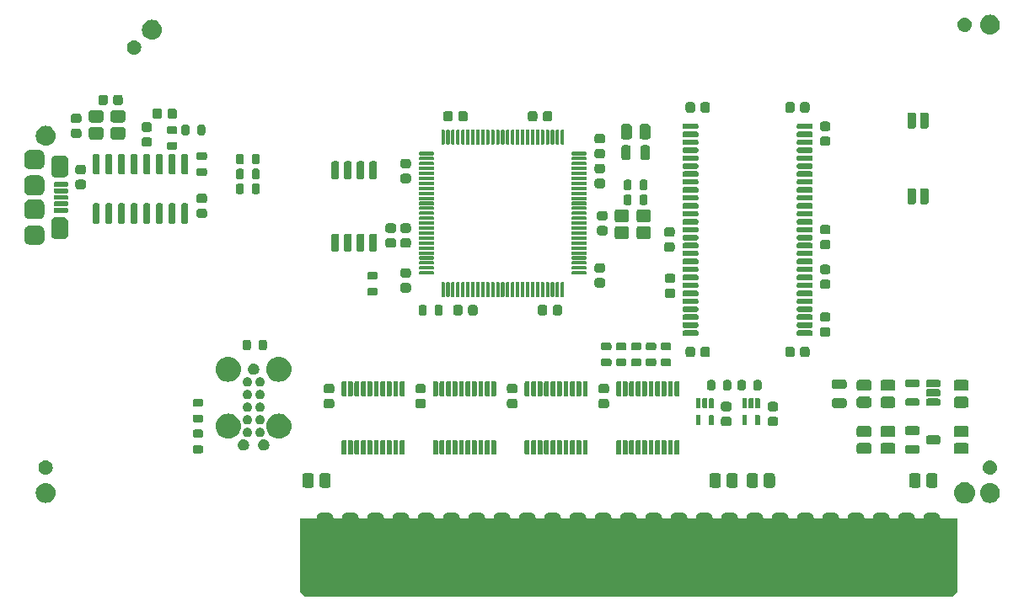
<source format=gts>
G04 #@! TF.GenerationSoftware,KiCad,Pcbnew,7.0.10*
G04 #@! TF.CreationDate,2024-04-24T04:09:24-04:00*
G04 #@! TF.ProjectId,GR8RAM,47523852-414d-42e6-9b69-6361645f7063,1.0*
G04 #@! TF.SameCoordinates,Original*
G04 #@! TF.FileFunction,Soldermask,Top*
G04 #@! TF.FilePolarity,Negative*
%FSLAX46Y46*%
G04 Gerber Fmt 4.6, Leading zero omitted, Abs format (unit mm)*
G04 Created by KiCad (PCBNEW 7.0.10) date 2024-04-24 04:09:24*
%MOMM*%
%LPD*%
G01*
G04 APERTURE LIST*
G04 APERTURE END LIST*
G36*
X76665999Y-131543771D02*
G01*
X76677712Y-131547869D01*
X76688592Y-131549176D01*
X76744857Y-131571364D01*
X76794635Y-131588782D01*
X76801071Y-131593532D01*
X76804788Y-131594998D01*
X76867758Y-131642749D01*
X76904289Y-131669711D01*
X76931259Y-131706253D01*
X76979001Y-131769211D01*
X76980466Y-131772926D01*
X76985218Y-131779365D01*
X77002642Y-131829162D01*
X77024822Y-131885406D01*
X77026127Y-131896280D01*
X77030229Y-131908001D01*
X77038200Y-131993000D01*
X77038200Y-132042804D01*
X77075396Y-132080000D01*
X77864603Y-132080000D01*
X77901800Y-132042803D01*
X77901800Y-131996798D01*
X77901800Y-131993000D01*
X77909771Y-131908001D01*
X77913869Y-131896288D01*
X77915176Y-131885407D01*
X77937367Y-131829133D01*
X77954782Y-131779365D01*
X77959531Y-131772929D01*
X77960998Y-131769211D01*
X78008777Y-131706204D01*
X78035711Y-131669711D01*
X78072204Y-131642777D01*
X78135211Y-131594998D01*
X78138929Y-131593531D01*
X78145365Y-131588782D01*
X78195140Y-131571365D01*
X78251406Y-131549177D01*
X78262284Y-131547870D01*
X78274001Y-131543771D01*
X78359000Y-131535800D01*
X79121000Y-131535800D01*
X79205999Y-131543771D01*
X79217712Y-131547869D01*
X79228592Y-131549176D01*
X79284857Y-131571364D01*
X79334635Y-131588782D01*
X79341071Y-131593532D01*
X79344788Y-131594998D01*
X79407758Y-131642749D01*
X79444289Y-131669711D01*
X79471259Y-131706253D01*
X79519001Y-131769211D01*
X79520466Y-131772926D01*
X79525218Y-131779365D01*
X79542642Y-131829162D01*
X79564822Y-131885406D01*
X79566127Y-131896280D01*
X79570229Y-131908001D01*
X79578200Y-131993000D01*
X79578200Y-132042804D01*
X79615396Y-132080000D01*
X80404603Y-132080000D01*
X80441800Y-132042803D01*
X80441800Y-131996798D01*
X80441800Y-131993000D01*
X80449771Y-131908001D01*
X80453869Y-131896288D01*
X80455176Y-131885407D01*
X80477367Y-131829133D01*
X80494782Y-131779365D01*
X80499531Y-131772929D01*
X80500998Y-131769211D01*
X80548777Y-131706204D01*
X80575711Y-131669711D01*
X80612204Y-131642777D01*
X80675211Y-131594998D01*
X80678929Y-131593531D01*
X80685365Y-131588782D01*
X80735140Y-131571365D01*
X80791406Y-131549177D01*
X80802284Y-131547870D01*
X80814001Y-131543771D01*
X80899000Y-131535800D01*
X81661000Y-131535800D01*
X81745999Y-131543771D01*
X81757712Y-131547869D01*
X81768592Y-131549176D01*
X81824857Y-131571364D01*
X81874635Y-131588782D01*
X81881071Y-131593532D01*
X81884788Y-131594998D01*
X81947758Y-131642749D01*
X81984289Y-131669711D01*
X82011259Y-131706253D01*
X82059001Y-131769211D01*
X82060466Y-131772926D01*
X82065218Y-131779365D01*
X82082642Y-131829162D01*
X82104822Y-131885406D01*
X82106127Y-131896280D01*
X82110229Y-131908001D01*
X82118200Y-131993000D01*
X82118200Y-132042804D01*
X82155396Y-132080000D01*
X82944603Y-132080000D01*
X82981800Y-132042803D01*
X82981800Y-131996798D01*
X82981800Y-131993000D01*
X82989771Y-131908001D01*
X82993869Y-131896288D01*
X82995176Y-131885407D01*
X83017367Y-131829133D01*
X83034782Y-131779365D01*
X83039531Y-131772929D01*
X83040998Y-131769211D01*
X83088777Y-131706204D01*
X83115711Y-131669711D01*
X83152204Y-131642777D01*
X83215211Y-131594998D01*
X83218929Y-131593531D01*
X83225365Y-131588782D01*
X83275140Y-131571365D01*
X83331406Y-131549177D01*
X83342284Y-131547870D01*
X83354001Y-131543771D01*
X83439000Y-131535800D01*
X84201000Y-131535800D01*
X84285999Y-131543771D01*
X84297712Y-131547869D01*
X84308592Y-131549176D01*
X84364857Y-131571364D01*
X84414635Y-131588782D01*
X84421071Y-131593532D01*
X84424788Y-131594998D01*
X84487758Y-131642749D01*
X84524289Y-131669711D01*
X84551259Y-131706253D01*
X84599001Y-131769211D01*
X84600466Y-131772926D01*
X84605218Y-131779365D01*
X84622642Y-131829162D01*
X84644822Y-131885406D01*
X84646127Y-131896280D01*
X84650229Y-131908001D01*
X84658200Y-131993000D01*
X84658200Y-132042804D01*
X84695396Y-132080000D01*
X85484603Y-132080000D01*
X85521800Y-132042803D01*
X85521800Y-131996798D01*
X85521800Y-131993000D01*
X85529771Y-131908001D01*
X85533869Y-131896288D01*
X85535176Y-131885407D01*
X85557367Y-131829133D01*
X85574782Y-131779365D01*
X85579531Y-131772929D01*
X85580998Y-131769211D01*
X85628777Y-131706204D01*
X85655711Y-131669711D01*
X85692204Y-131642777D01*
X85755211Y-131594998D01*
X85758929Y-131593531D01*
X85765365Y-131588782D01*
X85815140Y-131571365D01*
X85871406Y-131549177D01*
X85882284Y-131547870D01*
X85894001Y-131543771D01*
X85979000Y-131535800D01*
X86741000Y-131535800D01*
X86825999Y-131543771D01*
X86837712Y-131547869D01*
X86848592Y-131549176D01*
X86904857Y-131571364D01*
X86954635Y-131588782D01*
X86961071Y-131593532D01*
X86964788Y-131594998D01*
X87027758Y-131642749D01*
X87064289Y-131669711D01*
X87091259Y-131706253D01*
X87139001Y-131769211D01*
X87140466Y-131772926D01*
X87145218Y-131779365D01*
X87162642Y-131829162D01*
X87184822Y-131885406D01*
X87186127Y-131896280D01*
X87190229Y-131908001D01*
X87198200Y-131993000D01*
X87198200Y-132042804D01*
X87235396Y-132080000D01*
X88024603Y-132080000D01*
X88061800Y-132042803D01*
X88061800Y-131996798D01*
X88061800Y-131993000D01*
X88069771Y-131908001D01*
X88073869Y-131896288D01*
X88075176Y-131885407D01*
X88097367Y-131829133D01*
X88114782Y-131779365D01*
X88119531Y-131772929D01*
X88120998Y-131769211D01*
X88168777Y-131706204D01*
X88195711Y-131669711D01*
X88232204Y-131642777D01*
X88295211Y-131594998D01*
X88298929Y-131593531D01*
X88305365Y-131588782D01*
X88355140Y-131571365D01*
X88411406Y-131549177D01*
X88422284Y-131547870D01*
X88434001Y-131543771D01*
X88519000Y-131535800D01*
X89281000Y-131535800D01*
X89365999Y-131543771D01*
X89377712Y-131547869D01*
X89388592Y-131549176D01*
X89444857Y-131571364D01*
X89494635Y-131588782D01*
X89501071Y-131593532D01*
X89504788Y-131594998D01*
X89567758Y-131642749D01*
X89604289Y-131669711D01*
X89631259Y-131706253D01*
X89679001Y-131769211D01*
X89680466Y-131772926D01*
X89685218Y-131779365D01*
X89702642Y-131829162D01*
X89724822Y-131885406D01*
X89726127Y-131896280D01*
X89730229Y-131908001D01*
X89738200Y-131993000D01*
X89738200Y-132042804D01*
X89775396Y-132080000D01*
X90564603Y-132080000D01*
X90601800Y-132042803D01*
X90601800Y-131996798D01*
X90601800Y-131993000D01*
X90609771Y-131908001D01*
X90613869Y-131896288D01*
X90615176Y-131885407D01*
X90637367Y-131829133D01*
X90654782Y-131779365D01*
X90659531Y-131772929D01*
X90660998Y-131769211D01*
X90708777Y-131706204D01*
X90735711Y-131669711D01*
X90772204Y-131642777D01*
X90835211Y-131594998D01*
X90838929Y-131593531D01*
X90845365Y-131588782D01*
X90895140Y-131571365D01*
X90951406Y-131549177D01*
X90962284Y-131547870D01*
X90974001Y-131543771D01*
X91059000Y-131535800D01*
X91821000Y-131535800D01*
X91905999Y-131543771D01*
X91917712Y-131547869D01*
X91928592Y-131549176D01*
X91984857Y-131571364D01*
X92034635Y-131588782D01*
X92041071Y-131593532D01*
X92044788Y-131594998D01*
X92107758Y-131642749D01*
X92144289Y-131669711D01*
X92171259Y-131706253D01*
X92219001Y-131769211D01*
X92220466Y-131772926D01*
X92225218Y-131779365D01*
X92242642Y-131829162D01*
X92264822Y-131885406D01*
X92266127Y-131896280D01*
X92270229Y-131908001D01*
X92278200Y-131993000D01*
X92278200Y-132042804D01*
X92315396Y-132080000D01*
X93104603Y-132080000D01*
X93141800Y-132042803D01*
X93141800Y-131996798D01*
X93141800Y-131993000D01*
X93149771Y-131908001D01*
X93153869Y-131896288D01*
X93155176Y-131885407D01*
X93177367Y-131829133D01*
X93194782Y-131779365D01*
X93199531Y-131772929D01*
X93200998Y-131769211D01*
X93248777Y-131706204D01*
X93275711Y-131669711D01*
X93312204Y-131642777D01*
X93375211Y-131594998D01*
X93378929Y-131593531D01*
X93385365Y-131588782D01*
X93435140Y-131571365D01*
X93491406Y-131549177D01*
X93502284Y-131547870D01*
X93514001Y-131543771D01*
X93599000Y-131535800D01*
X94361000Y-131535800D01*
X94445999Y-131543771D01*
X94457712Y-131547869D01*
X94468592Y-131549176D01*
X94524857Y-131571364D01*
X94574635Y-131588782D01*
X94581071Y-131593532D01*
X94584788Y-131594998D01*
X94647758Y-131642749D01*
X94684289Y-131669711D01*
X94711259Y-131706253D01*
X94759001Y-131769211D01*
X94760466Y-131772926D01*
X94765218Y-131779365D01*
X94782642Y-131829162D01*
X94804822Y-131885406D01*
X94806127Y-131896280D01*
X94810229Y-131908001D01*
X94818200Y-131993000D01*
X94818200Y-132042804D01*
X94855396Y-132080000D01*
X95644603Y-132080000D01*
X95681800Y-132042803D01*
X95681800Y-131996798D01*
X95681800Y-131993000D01*
X95689771Y-131908001D01*
X95693869Y-131896288D01*
X95695176Y-131885407D01*
X95717367Y-131829133D01*
X95734782Y-131779365D01*
X95739531Y-131772929D01*
X95740998Y-131769211D01*
X95788777Y-131706204D01*
X95815711Y-131669711D01*
X95852204Y-131642777D01*
X95915211Y-131594998D01*
X95918929Y-131593531D01*
X95925365Y-131588782D01*
X95975140Y-131571365D01*
X96031406Y-131549177D01*
X96042284Y-131547870D01*
X96054001Y-131543771D01*
X96139000Y-131535800D01*
X96901000Y-131535800D01*
X96985999Y-131543771D01*
X96997712Y-131547869D01*
X97008592Y-131549176D01*
X97064857Y-131571364D01*
X97114635Y-131588782D01*
X97121071Y-131593532D01*
X97124788Y-131594998D01*
X97187758Y-131642749D01*
X97224289Y-131669711D01*
X97251259Y-131706253D01*
X97299001Y-131769211D01*
X97300466Y-131772926D01*
X97305218Y-131779365D01*
X97322642Y-131829162D01*
X97344822Y-131885406D01*
X97346127Y-131896280D01*
X97350229Y-131908001D01*
X97358200Y-131993000D01*
X97358200Y-132042804D01*
X97395396Y-132080000D01*
X98184603Y-132080000D01*
X98221800Y-132042803D01*
X98221800Y-131996798D01*
X98221800Y-131993000D01*
X98229771Y-131908001D01*
X98233869Y-131896288D01*
X98235176Y-131885407D01*
X98257367Y-131829133D01*
X98274782Y-131779365D01*
X98279531Y-131772929D01*
X98280998Y-131769211D01*
X98328777Y-131706204D01*
X98355711Y-131669711D01*
X98392204Y-131642777D01*
X98455211Y-131594998D01*
X98458929Y-131593531D01*
X98465365Y-131588782D01*
X98515140Y-131571365D01*
X98571406Y-131549177D01*
X98582284Y-131547870D01*
X98594001Y-131543771D01*
X98679000Y-131535800D01*
X99441000Y-131535800D01*
X99525999Y-131543771D01*
X99537712Y-131547869D01*
X99548592Y-131549176D01*
X99604857Y-131571364D01*
X99654635Y-131588782D01*
X99661071Y-131593532D01*
X99664788Y-131594998D01*
X99727758Y-131642749D01*
X99764289Y-131669711D01*
X99791259Y-131706253D01*
X99839001Y-131769211D01*
X99840466Y-131772926D01*
X99845218Y-131779365D01*
X99862642Y-131829162D01*
X99884822Y-131885406D01*
X99886127Y-131896280D01*
X99890229Y-131908001D01*
X99898200Y-131993000D01*
X99898200Y-132042804D01*
X99935396Y-132080000D01*
X100724603Y-132080000D01*
X100761800Y-132042803D01*
X100761800Y-131996798D01*
X100761800Y-131993000D01*
X100769771Y-131908001D01*
X100773869Y-131896288D01*
X100775176Y-131885407D01*
X100797367Y-131829133D01*
X100814782Y-131779365D01*
X100819531Y-131772929D01*
X100820998Y-131769211D01*
X100868777Y-131706204D01*
X100895711Y-131669711D01*
X100932204Y-131642777D01*
X100995211Y-131594998D01*
X100998929Y-131593531D01*
X101005365Y-131588782D01*
X101055140Y-131571365D01*
X101111406Y-131549177D01*
X101122284Y-131547870D01*
X101134001Y-131543771D01*
X101219000Y-131535800D01*
X101981000Y-131535800D01*
X102065999Y-131543771D01*
X102077712Y-131547869D01*
X102088592Y-131549176D01*
X102144857Y-131571364D01*
X102194635Y-131588782D01*
X102201071Y-131593532D01*
X102204788Y-131594998D01*
X102267758Y-131642749D01*
X102304289Y-131669711D01*
X102331259Y-131706253D01*
X102379001Y-131769211D01*
X102380466Y-131772926D01*
X102385218Y-131779365D01*
X102402642Y-131829162D01*
X102424822Y-131885406D01*
X102426127Y-131896280D01*
X102430229Y-131908001D01*
X102438200Y-131993000D01*
X102438200Y-132042804D01*
X102475396Y-132080000D01*
X103264603Y-132080000D01*
X103301800Y-132042803D01*
X103301800Y-131996798D01*
X103301800Y-131993000D01*
X103309771Y-131908001D01*
X103313869Y-131896288D01*
X103315176Y-131885407D01*
X103337367Y-131829133D01*
X103354782Y-131779365D01*
X103359531Y-131772929D01*
X103360998Y-131769211D01*
X103408777Y-131706204D01*
X103435711Y-131669711D01*
X103472204Y-131642777D01*
X103535211Y-131594998D01*
X103538929Y-131593531D01*
X103545365Y-131588782D01*
X103595140Y-131571365D01*
X103651406Y-131549177D01*
X103662284Y-131547870D01*
X103674001Y-131543771D01*
X103759000Y-131535800D01*
X104521000Y-131535800D01*
X104605999Y-131543771D01*
X104617712Y-131547869D01*
X104628592Y-131549176D01*
X104684857Y-131571364D01*
X104734635Y-131588782D01*
X104741071Y-131593532D01*
X104744788Y-131594998D01*
X104807758Y-131642749D01*
X104844289Y-131669711D01*
X104871259Y-131706253D01*
X104919001Y-131769211D01*
X104920466Y-131772926D01*
X104925218Y-131779365D01*
X104942642Y-131829162D01*
X104964822Y-131885406D01*
X104966127Y-131896280D01*
X104970229Y-131908001D01*
X104978200Y-131993000D01*
X104978200Y-132042804D01*
X105015396Y-132080000D01*
X105804603Y-132080000D01*
X105841800Y-132042803D01*
X105841800Y-131996798D01*
X105841800Y-131993000D01*
X105849771Y-131908001D01*
X105853869Y-131896288D01*
X105855176Y-131885407D01*
X105877367Y-131829133D01*
X105894782Y-131779365D01*
X105899531Y-131772929D01*
X105900998Y-131769211D01*
X105948777Y-131706204D01*
X105975711Y-131669711D01*
X106012204Y-131642777D01*
X106075211Y-131594998D01*
X106078929Y-131593531D01*
X106085365Y-131588782D01*
X106135140Y-131571365D01*
X106191406Y-131549177D01*
X106202284Y-131547870D01*
X106214001Y-131543771D01*
X106299000Y-131535800D01*
X107061000Y-131535800D01*
X107145999Y-131543771D01*
X107157712Y-131547869D01*
X107168592Y-131549176D01*
X107224857Y-131571364D01*
X107274635Y-131588782D01*
X107281071Y-131593532D01*
X107284788Y-131594998D01*
X107347758Y-131642749D01*
X107384289Y-131669711D01*
X107411259Y-131706253D01*
X107459001Y-131769211D01*
X107460466Y-131772926D01*
X107465218Y-131779365D01*
X107482642Y-131829162D01*
X107504822Y-131885406D01*
X107506127Y-131896280D01*
X107510229Y-131908001D01*
X107518200Y-131993000D01*
X107518200Y-132042804D01*
X107555396Y-132080000D01*
X108344603Y-132080000D01*
X108381800Y-132042803D01*
X108381800Y-131996798D01*
X108381800Y-131993000D01*
X108389771Y-131908001D01*
X108393869Y-131896288D01*
X108395176Y-131885407D01*
X108417367Y-131829133D01*
X108434782Y-131779365D01*
X108439531Y-131772929D01*
X108440998Y-131769211D01*
X108488777Y-131706204D01*
X108515711Y-131669711D01*
X108552204Y-131642777D01*
X108615211Y-131594998D01*
X108618929Y-131593531D01*
X108625365Y-131588782D01*
X108675140Y-131571365D01*
X108731406Y-131549177D01*
X108742284Y-131547870D01*
X108754001Y-131543771D01*
X108839000Y-131535800D01*
X109601000Y-131535800D01*
X109685999Y-131543771D01*
X109697712Y-131547869D01*
X109708592Y-131549176D01*
X109764857Y-131571364D01*
X109814635Y-131588782D01*
X109821071Y-131593532D01*
X109824788Y-131594998D01*
X109887758Y-131642749D01*
X109924289Y-131669711D01*
X109951259Y-131706253D01*
X109999001Y-131769211D01*
X110000466Y-131772926D01*
X110005218Y-131779365D01*
X110022642Y-131829162D01*
X110044822Y-131885406D01*
X110046127Y-131896280D01*
X110050229Y-131908001D01*
X110058200Y-131993000D01*
X110058200Y-132042804D01*
X110095396Y-132080000D01*
X110884603Y-132080000D01*
X110921800Y-132042803D01*
X110921800Y-131996798D01*
X110921800Y-131993000D01*
X110929771Y-131908001D01*
X110933869Y-131896288D01*
X110935176Y-131885407D01*
X110957367Y-131829133D01*
X110974782Y-131779365D01*
X110979531Y-131772929D01*
X110980998Y-131769211D01*
X111028777Y-131706204D01*
X111055711Y-131669711D01*
X111092204Y-131642777D01*
X111155211Y-131594998D01*
X111158929Y-131593531D01*
X111165365Y-131588782D01*
X111215140Y-131571365D01*
X111271406Y-131549177D01*
X111282284Y-131547870D01*
X111294001Y-131543771D01*
X111379000Y-131535800D01*
X112141000Y-131535800D01*
X112225999Y-131543771D01*
X112237712Y-131547869D01*
X112248592Y-131549176D01*
X112304857Y-131571364D01*
X112354635Y-131588782D01*
X112361071Y-131593532D01*
X112364788Y-131594998D01*
X112427758Y-131642749D01*
X112464289Y-131669711D01*
X112491259Y-131706253D01*
X112539001Y-131769211D01*
X112540466Y-131772926D01*
X112545218Y-131779365D01*
X112562642Y-131829162D01*
X112584822Y-131885406D01*
X112586127Y-131896280D01*
X112590229Y-131908001D01*
X112598200Y-131993000D01*
X112598200Y-132042804D01*
X112635396Y-132080000D01*
X113424603Y-132080000D01*
X113461800Y-132042803D01*
X113461800Y-131996798D01*
X113461800Y-131993000D01*
X113469771Y-131908001D01*
X113473869Y-131896288D01*
X113475176Y-131885407D01*
X113497367Y-131829133D01*
X113514782Y-131779365D01*
X113519531Y-131772929D01*
X113520998Y-131769211D01*
X113568777Y-131706204D01*
X113595711Y-131669711D01*
X113632204Y-131642777D01*
X113695211Y-131594998D01*
X113698929Y-131593531D01*
X113705365Y-131588782D01*
X113755140Y-131571365D01*
X113811406Y-131549177D01*
X113822284Y-131547870D01*
X113834001Y-131543771D01*
X113919000Y-131535800D01*
X114681000Y-131535800D01*
X114765999Y-131543771D01*
X114777712Y-131547869D01*
X114788592Y-131549176D01*
X114844857Y-131571364D01*
X114894635Y-131588782D01*
X114901071Y-131593532D01*
X114904788Y-131594998D01*
X114967758Y-131642749D01*
X115004289Y-131669711D01*
X115031259Y-131706253D01*
X115079001Y-131769211D01*
X115080466Y-131772926D01*
X115085218Y-131779365D01*
X115102642Y-131829162D01*
X115124822Y-131885406D01*
X115126127Y-131896280D01*
X115130229Y-131908001D01*
X115138200Y-131993000D01*
X115138200Y-132042804D01*
X115175396Y-132080000D01*
X115964603Y-132080000D01*
X116001800Y-132042803D01*
X116001800Y-131996798D01*
X116001800Y-131993000D01*
X116009771Y-131908001D01*
X116013869Y-131896288D01*
X116015176Y-131885407D01*
X116037367Y-131829133D01*
X116054782Y-131779365D01*
X116059531Y-131772929D01*
X116060998Y-131769211D01*
X116108777Y-131706204D01*
X116135711Y-131669711D01*
X116172204Y-131642777D01*
X116235211Y-131594998D01*
X116238929Y-131593531D01*
X116245365Y-131588782D01*
X116295140Y-131571365D01*
X116351406Y-131549177D01*
X116362284Y-131547870D01*
X116374001Y-131543771D01*
X116459000Y-131535800D01*
X117221000Y-131535800D01*
X117305999Y-131543771D01*
X117317712Y-131547869D01*
X117328592Y-131549176D01*
X117384857Y-131571364D01*
X117434635Y-131588782D01*
X117441071Y-131593532D01*
X117444788Y-131594998D01*
X117507758Y-131642749D01*
X117544289Y-131669711D01*
X117571259Y-131706253D01*
X117619001Y-131769211D01*
X117620466Y-131772926D01*
X117625218Y-131779365D01*
X117642642Y-131829162D01*
X117664822Y-131885406D01*
X117666127Y-131896280D01*
X117670229Y-131908001D01*
X117678200Y-131993000D01*
X117678200Y-132042804D01*
X117715396Y-132080000D01*
X118504603Y-132080000D01*
X118541800Y-132042803D01*
X118541800Y-131996798D01*
X118541800Y-131993000D01*
X118549771Y-131908001D01*
X118553869Y-131896288D01*
X118555176Y-131885407D01*
X118577367Y-131829133D01*
X118594782Y-131779365D01*
X118599531Y-131772929D01*
X118600998Y-131769211D01*
X118648777Y-131706204D01*
X118675711Y-131669711D01*
X118712204Y-131642777D01*
X118775211Y-131594998D01*
X118778929Y-131593531D01*
X118785365Y-131588782D01*
X118835140Y-131571365D01*
X118891406Y-131549177D01*
X118902284Y-131547870D01*
X118914001Y-131543771D01*
X118999000Y-131535800D01*
X119761000Y-131535800D01*
X119845999Y-131543771D01*
X119857712Y-131547869D01*
X119868592Y-131549176D01*
X119924857Y-131571364D01*
X119974635Y-131588782D01*
X119981071Y-131593532D01*
X119984788Y-131594998D01*
X120047758Y-131642749D01*
X120084289Y-131669711D01*
X120111259Y-131706253D01*
X120159001Y-131769211D01*
X120160466Y-131772926D01*
X120165218Y-131779365D01*
X120182642Y-131829162D01*
X120204822Y-131885406D01*
X120206127Y-131896280D01*
X120210229Y-131908001D01*
X120218200Y-131993000D01*
X120218200Y-132042804D01*
X120255396Y-132080000D01*
X121044603Y-132080000D01*
X121081800Y-132042803D01*
X121081800Y-131996798D01*
X121081800Y-131993000D01*
X121089771Y-131908001D01*
X121093869Y-131896288D01*
X121095176Y-131885407D01*
X121117367Y-131829133D01*
X121134782Y-131779365D01*
X121139531Y-131772929D01*
X121140998Y-131769211D01*
X121188777Y-131706204D01*
X121215711Y-131669711D01*
X121252204Y-131642777D01*
X121315211Y-131594998D01*
X121318929Y-131593531D01*
X121325365Y-131588782D01*
X121375140Y-131571365D01*
X121431406Y-131549177D01*
X121442284Y-131547870D01*
X121454001Y-131543771D01*
X121539000Y-131535800D01*
X122301000Y-131535800D01*
X122385999Y-131543771D01*
X122397712Y-131547869D01*
X122408592Y-131549176D01*
X122464857Y-131571364D01*
X122514635Y-131588782D01*
X122521071Y-131593532D01*
X122524788Y-131594998D01*
X122587758Y-131642749D01*
X122624289Y-131669711D01*
X122651259Y-131706253D01*
X122699001Y-131769211D01*
X122700466Y-131772926D01*
X122705218Y-131779365D01*
X122722642Y-131829162D01*
X122744822Y-131885406D01*
X122746127Y-131896280D01*
X122750229Y-131908001D01*
X122758200Y-131993000D01*
X122758200Y-132042804D01*
X122795396Y-132080000D01*
X123584603Y-132080000D01*
X123621800Y-132042803D01*
X123621800Y-131996798D01*
X123621800Y-131993000D01*
X123629771Y-131908001D01*
X123633869Y-131896288D01*
X123635176Y-131885407D01*
X123657367Y-131829133D01*
X123674782Y-131779365D01*
X123679531Y-131772929D01*
X123680998Y-131769211D01*
X123728777Y-131706204D01*
X123755711Y-131669711D01*
X123792204Y-131642777D01*
X123855211Y-131594998D01*
X123858929Y-131593531D01*
X123865365Y-131588782D01*
X123915140Y-131571365D01*
X123971406Y-131549177D01*
X123982284Y-131547870D01*
X123994001Y-131543771D01*
X124079000Y-131535800D01*
X124841000Y-131535800D01*
X124925999Y-131543771D01*
X124937712Y-131547869D01*
X124948592Y-131549176D01*
X125004857Y-131571364D01*
X125054635Y-131588782D01*
X125061071Y-131593532D01*
X125064788Y-131594998D01*
X125127758Y-131642749D01*
X125164289Y-131669711D01*
X125191259Y-131706253D01*
X125239001Y-131769211D01*
X125240466Y-131772926D01*
X125245218Y-131779365D01*
X125262642Y-131829162D01*
X125284822Y-131885406D01*
X125286127Y-131896280D01*
X125290229Y-131908001D01*
X125298200Y-131993000D01*
X125298200Y-132042804D01*
X125335396Y-132080000D01*
X126124603Y-132080000D01*
X126161800Y-132042803D01*
X126161800Y-131996798D01*
X126161800Y-131993000D01*
X126169771Y-131908001D01*
X126173869Y-131896288D01*
X126175176Y-131885407D01*
X126197367Y-131829133D01*
X126214782Y-131779365D01*
X126219531Y-131772929D01*
X126220998Y-131769211D01*
X126268777Y-131706204D01*
X126295711Y-131669711D01*
X126332204Y-131642777D01*
X126395211Y-131594998D01*
X126398929Y-131593531D01*
X126405365Y-131588782D01*
X126455140Y-131571365D01*
X126511406Y-131549177D01*
X126522284Y-131547870D01*
X126534001Y-131543771D01*
X126619000Y-131535800D01*
X127381000Y-131535800D01*
X127465999Y-131543771D01*
X127477712Y-131547869D01*
X127488592Y-131549176D01*
X127544857Y-131571364D01*
X127594635Y-131588782D01*
X127601071Y-131593532D01*
X127604788Y-131594998D01*
X127667758Y-131642749D01*
X127704289Y-131669711D01*
X127731259Y-131706253D01*
X127779001Y-131769211D01*
X127780466Y-131772926D01*
X127785218Y-131779365D01*
X127802642Y-131829162D01*
X127824822Y-131885406D01*
X127826127Y-131896280D01*
X127830229Y-131908001D01*
X127838200Y-131993000D01*
X127838200Y-132042804D01*
X127875396Y-132080000D01*
X128664603Y-132080000D01*
X128701800Y-132042803D01*
X128701800Y-131996798D01*
X128701800Y-131993000D01*
X128709771Y-131908001D01*
X128713869Y-131896288D01*
X128715176Y-131885407D01*
X128737367Y-131829133D01*
X128754782Y-131779365D01*
X128759531Y-131772929D01*
X128760998Y-131769211D01*
X128808777Y-131706204D01*
X128835711Y-131669711D01*
X128872204Y-131642777D01*
X128935211Y-131594998D01*
X128938929Y-131593531D01*
X128945365Y-131588782D01*
X128995140Y-131571365D01*
X129051406Y-131549177D01*
X129062284Y-131547870D01*
X129074001Y-131543771D01*
X129159000Y-131535800D01*
X129921000Y-131535800D01*
X130005999Y-131543771D01*
X130017712Y-131547869D01*
X130028592Y-131549176D01*
X130084857Y-131571364D01*
X130134635Y-131588782D01*
X130141071Y-131593532D01*
X130144788Y-131594998D01*
X130207758Y-131642749D01*
X130244289Y-131669711D01*
X130271259Y-131706253D01*
X130319001Y-131769211D01*
X130320466Y-131772926D01*
X130325218Y-131779365D01*
X130342642Y-131829162D01*
X130364822Y-131885406D01*
X130366127Y-131896280D01*
X130370229Y-131908001D01*
X130378200Y-131993000D01*
X130378200Y-132042804D01*
X130415396Y-132080000D01*
X131204603Y-132080000D01*
X131241800Y-132042803D01*
X131241800Y-131996798D01*
X131241800Y-131993000D01*
X131249771Y-131908001D01*
X131253869Y-131896288D01*
X131255176Y-131885407D01*
X131277367Y-131829133D01*
X131294782Y-131779365D01*
X131299531Y-131772929D01*
X131300998Y-131769211D01*
X131348777Y-131706204D01*
X131375711Y-131669711D01*
X131412204Y-131642777D01*
X131475211Y-131594998D01*
X131478929Y-131593531D01*
X131485365Y-131588782D01*
X131535140Y-131571365D01*
X131591406Y-131549177D01*
X131602284Y-131547870D01*
X131614001Y-131543771D01*
X131699000Y-131535800D01*
X132461000Y-131535800D01*
X132545999Y-131543771D01*
X132557712Y-131547869D01*
X132568592Y-131549176D01*
X132624857Y-131571364D01*
X132674635Y-131588782D01*
X132681071Y-131593532D01*
X132684788Y-131594998D01*
X132747758Y-131642749D01*
X132784289Y-131669711D01*
X132811259Y-131706253D01*
X132859001Y-131769211D01*
X132860466Y-131772926D01*
X132865218Y-131779365D01*
X132882642Y-131829162D01*
X132904822Y-131885406D01*
X132906127Y-131896280D01*
X132910229Y-131908001D01*
X132918200Y-131993000D01*
X132918200Y-132042804D01*
X132955396Y-132080000D01*
X133744603Y-132080000D01*
X133781800Y-132042803D01*
X133781800Y-131996798D01*
X133781800Y-131993000D01*
X133789771Y-131908001D01*
X133793869Y-131896288D01*
X133795176Y-131885407D01*
X133817367Y-131829133D01*
X133834782Y-131779365D01*
X133839531Y-131772929D01*
X133840998Y-131769211D01*
X133888777Y-131706204D01*
X133915711Y-131669711D01*
X133952204Y-131642777D01*
X134015211Y-131594998D01*
X134018929Y-131593531D01*
X134025365Y-131588782D01*
X134075140Y-131571365D01*
X134131406Y-131549177D01*
X134142284Y-131547870D01*
X134154001Y-131543771D01*
X134239000Y-131535800D01*
X135001000Y-131535800D01*
X135085999Y-131543771D01*
X135097712Y-131547869D01*
X135108592Y-131549176D01*
X135164857Y-131571364D01*
X135214635Y-131588782D01*
X135221071Y-131593532D01*
X135224788Y-131594998D01*
X135287758Y-131642749D01*
X135324289Y-131669711D01*
X135351259Y-131706253D01*
X135399001Y-131769211D01*
X135400466Y-131772926D01*
X135405218Y-131779365D01*
X135422642Y-131829162D01*
X135444822Y-131885406D01*
X135446127Y-131896280D01*
X135450229Y-131908001D01*
X135458200Y-131993000D01*
X135458200Y-132042804D01*
X135495396Y-132080000D01*
X136284603Y-132080000D01*
X136321800Y-132042803D01*
X136321800Y-131996798D01*
X136321800Y-131993000D01*
X136329771Y-131908001D01*
X136333869Y-131896288D01*
X136335176Y-131885407D01*
X136357367Y-131829133D01*
X136374782Y-131779365D01*
X136379531Y-131772929D01*
X136380998Y-131769211D01*
X136428777Y-131706204D01*
X136455711Y-131669711D01*
X136492204Y-131642777D01*
X136555211Y-131594998D01*
X136558929Y-131593531D01*
X136565365Y-131588782D01*
X136615140Y-131571365D01*
X136671406Y-131549177D01*
X136682284Y-131547870D01*
X136694001Y-131543771D01*
X136779000Y-131535800D01*
X137541000Y-131535800D01*
X137625999Y-131543771D01*
X137637712Y-131547869D01*
X137648592Y-131549176D01*
X137704857Y-131571364D01*
X137754635Y-131588782D01*
X137761071Y-131593532D01*
X137764788Y-131594998D01*
X137827758Y-131642749D01*
X137864289Y-131669711D01*
X137891259Y-131706253D01*
X137939001Y-131769211D01*
X137940466Y-131772926D01*
X137945218Y-131779365D01*
X137962642Y-131829162D01*
X137984822Y-131885406D01*
X137986127Y-131896280D01*
X137990229Y-131908001D01*
X137998200Y-131993000D01*
X137998200Y-132042804D01*
X138035396Y-132080000D01*
X139700000Y-132080000D01*
X139700000Y-139446000D01*
X139192000Y-139954000D01*
X139179372Y-139954000D01*
X74180631Y-139954000D01*
X74168000Y-139954000D01*
X73660000Y-139446000D01*
X73660000Y-132080000D01*
X75324603Y-132080000D01*
X75361800Y-132042803D01*
X75361800Y-131996798D01*
X75361800Y-131993000D01*
X75369771Y-131908001D01*
X75373869Y-131896288D01*
X75375176Y-131885407D01*
X75397367Y-131829133D01*
X75414782Y-131779365D01*
X75419531Y-131772929D01*
X75420998Y-131769211D01*
X75468777Y-131706204D01*
X75495711Y-131669711D01*
X75532204Y-131642777D01*
X75595211Y-131594998D01*
X75598929Y-131593531D01*
X75605365Y-131588782D01*
X75655140Y-131571365D01*
X75711406Y-131549177D01*
X75722284Y-131547870D01*
X75734001Y-131543771D01*
X75819000Y-131535800D01*
X76581000Y-131535800D01*
X76665999Y-131543771D01*
G37*
G36*
X140756516Y-128504883D02*
G01*
X140941704Y-128576625D01*
X141110555Y-128681174D01*
X141257321Y-128814969D01*
X141377004Y-128973454D01*
X141465527Y-129151232D01*
X141519876Y-129342249D01*
X141538200Y-129540000D01*
X141519876Y-129737751D01*
X141465527Y-129928768D01*
X141377004Y-130106546D01*
X141257321Y-130265031D01*
X141110555Y-130398826D01*
X140941704Y-130503375D01*
X140756516Y-130575117D01*
X140561299Y-130611609D01*
X140362701Y-130611609D01*
X140167484Y-130575117D01*
X139982296Y-130503375D01*
X139813445Y-130398826D01*
X139666679Y-130265031D01*
X139546996Y-130106546D01*
X139458473Y-129928768D01*
X139404124Y-129737751D01*
X139385800Y-129540000D01*
X139404124Y-129342249D01*
X139458473Y-129151232D01*
X139546996Y-128973454D01*
X139666679Y-128814969D01*
X139813445Y-128681174D01*
X139982296Y-128576625D01*
X140167484Y-128504883D01*
X140362701Y-128468391D01*
X140561299Y-128468391D01*
X140756516Y-128504883D01*
G37*
G36*
X48328090Y-128559215D02*
G01*
X48515683Y-128616120D01*
X48688570Y-128708530D01*
X48840107Y-128832893D01*
X48964470Y-128984430D01*
X49056880Y-129157317D01*
X49113785Y-129344910D01*
X49133000Y-129540000D01*
X49113785Y-129735090D01*
X49056880Y-129922683D01*
X48964470Y-130095570D01*
X48840107Y-130247107D01*
X48688570Y-130371470D01*
X48515683Y-130463880D01*
X48328090Y-130520785D01*
X48133000Y-130540000D01*
X47937910Y-130520785D01*
X47750317Y-130463880D01*
X47577430Y-130371470D01*
X47425893Y-130247107D01*
X47301530Y-130095570D01*
X47209120Y-129922683D01*
X47152215Y-129735090D01*
X47133000Y-129540000D01*
X47152215Y-129344910D01*
X47209120Y-129157317D01*
X47301530Y-128984430D01*
X47425893Y-128832893D01*
X47577430Y-128708530D01*
X47750317Y-128616120D01*
X47937910Y-128559215D01*
X48133000Y-128540000D01*
X48328090Y-128559215D01*
G37*
G36*
X143197090Y-128559215D02*
G01*
X143384683Y-128616120D01*
X143557570Y-128708530D01*
X143709107Y-128832893D01*
X143833470Y-128984430D01*
X143925880Y-129157317D01*
X143982785Y-129344910D01*
X144002000Y-129540000D01*
X143982785Y-129735090D01*
X143925880Y-129922683D01*
X143833470Y-130095570D01*
X143709107Y-130247107D01*
X143557570Y-130371470D01*
X143384683Y-130463880D01*
X143197090Y-130520785D01*
X143002000Y-130540000D01*
X142806910Y-130520785D01*
X142619317Y-130463880D01*
X142446430Y-130371470D01*
X142294893Y-130247107D01*
X142170530Y-130095570D01*
X142078120Y-129922683D01*
X142021215Y-129735090D01*
X142002000Y-129540000D01*
X142021215Y-129344910D01*
X142078120Y-129157317D01*
X142170530Y-128984430D01*
X142294893Y-128832893D01*
X142446430Y-128708530D01*
X142619317Y-128616120D01*
X142806910Y-128559215D01*
X143002000Y-128540000D01*
X143197090Y-128559215D01*
G37*
G36*
X74843381Y-127530648D02*
G01*
X74849015Y-127533275D01*
X74850812Y-127533537D01*
X74876342Y-127546018D01*
X74941743Y-127576515D01*
X75018485Y-127653257D01*
X75048992Y-127718680D01*
X75061462Y-127744187D01*
X75061723Y-127745982D01*
X75064352Y-127751619D01*
X75075000Y-127832500D01*
X75075000Y-128707500D01*
X75064352Y-128788381D01*
X75061723Y-128794018D01*
X75061462Y-128795812D01*
X75049002Y-128821298D01*
X75018485Y-128886743D01*
X74941743Y-128963485D01*
X74876298Y-128994002D01*
X74850812Y-129006462D01*
X74849018Y-129006723D01*
X74843381Y-129009352D01*
X74762500Y-129020000D01*
X74237500Y-129020000D01*
X74156619Y-129009352D01*
X74150982Y-129006723D01*
X74149187Y-129006462D01*
X74123680Y-128993992D01*
X74058257Y-128963485D01*
X73981515Y-128886743D01*
X73951018Y-128821342D01*
X73938537Y-128795812D01*
X73938275Y-128794015D01*
X73935648Y-128788381D01*
X73925000Y-128707500D01*
X73925000Y-127832500D01*
X73935648Y-127751619D01*
X73938274Y-127745985D01*
X73938537Y-127744187D01*
X73951028Y-127718635D01*
X73981515Y-127653257D01*
X74058257Y-127576515D01*
X74123635Y-127546028D01*
X74149187Y-127533537D01*
X74150985Y-127533274D01*
X74156619Y-127530648D01*
X74237500Y-127520000D01*
X74762500Y-127520000D01*
X74843381Y-127530648D01*
G37*
G36*
X76543381Y-127530648D02*
G01*
X76549015Y-127533275D01*
X76550812Y-127533537D01*
X76576342Y-127546018D01*
X76641743Y-127576515D01*
X76718485Y-127653257D01*
X76748992Y-127718680D01*
X76761462Y-127744187D01*
X76761723Y-127745982D01*
X76764352Y-127751619D01*
X76775000Y-127832500D01*
X76775000Y-128707500D01*
X76764352Y-128788381D01*
X76761723Y-128794018D01*
X76761462Y-128795812D01*
X76749002Y-128821298D01*
X76718485Y-128886743D01*
X76641743Y-128963485D01*
X76576298Y-128994002D01*
X76550812Y-129006462D01*
X76549018Y-129006723D01*
X76543381Y-129009352D01*
X76462500Y-129020000D01*
X75937500Y-129020000D01*
X75856619Y-129009352D01*
X75850982Y-129006723D01*
X75849187Y-129006462D01*
X75823680Y-128993992D01*
X75758257Y-128963485D01*
X75681515Y-128886743D01*
X75651018Y-128821342D01*
X75638537Y-128795812D01*
X75638275Y-128794015D01*
X75635648Y-128788381D01*
X75625000Y-128707500D01*
X75625000Y-127832500D01*
X75635648Y-127751619D01*
X75638274Y-127745985D01*
X75638537Y-127744187D01*
X75651028Y-127718635D01*
X75681515Y-127653257D01*
X75758257Y-127576515D01*
X75823635Y-127546028D01*
X75849187Y-127533537D01*
X75850985Y-127533274D01*
X75856619Y-127530648D01*
X75937500Y-127520000D01*
X76462500Y-127520000D01*
X76543381Y-127530648D01*
G37*
G36*
X115737381Y-127530648D02*
G01*
X115743015Y-127533275D01*
X115744812Y-127533537D01*
X115770342Y-127546018D01*
X115835743Y-127576515D01*
X115912485Y-127653257D01*
X115942992Y-127718680D01*
X115955462Y-127744187D01*
X115955723Y-127745982D01*
X115958352Y-127751619D01*
X115969000Y-127832500D01*
X115969000Y-128707500D01*
X115958352Y-128788381D01*
X115955723Y-128794018D01*
X115955462Y-128795812D01*
X115943002Y-128821298D01*
X115912485Y-128886743D01*
X115835743Y-128963485D01*
X115770298Y-128994002D01*
X115744812Y-129006462D01*
X115743018Y-129006723D01*
X115737381Y-129009352D01*
X115656500Y-129020000D01*
X115131500Y-129020000D01*
X115050619Y-129009352D01*
X115044982Y-129006723D01*
X115043187Y-129006462D01*
X115017680Y-128993992D01*
X114952257Y-128963485D01*
X114875515Y-128886743D01*
X114845018Y-128821342D01*
X114832537Y-128795812D01*
X114832275Y-128794015D01*
X114829648Y-128788381D01*
X114819000Y-128707500D01*
X114819000Y-127832500D01*
X114829648Y-127751619D01*
X114832274Y-127745985D01*
X114832537Y-127744187D01*
X114845028Y-127718635D01*
X114875515Y-127653257D01*
X114952257Y-127576515D01*
X115017635Y-127546028D01*
X115043187Y-127533537D01*
X115044985Y-127533274D01*
X115050619Y-127530648D01*
X115131500Y-127520000D01*
X115656500Y-127520000D01*
X115737381Y-127530648D01*
G37*
G36*
X117437381Y-127530648D02*
G01*
X117443015Y-127533275D01*
X117444812Y-127533537D01*
X117470342Y-127546018D01*
X117535743Y-127576515D01*
X117612485Y-127653257D01*
X117642992Y-127718680D01*
X117655462Y-127744187D01*
X117655723Y-127745982D01*
X117658352Y-127751619D01*
X117669000Y-127832500D01*
X117669000Y-128707500D01*
X117658352Y-128788381D01*
X117655723Y-128794018D01*
X117655462Y-128795812D01*
X117643002Y-128821298D01*
X117612485Y-128886743D01*
X117535743Y-128963485D01*
X117470298Y-128994002D01*
X117444812Y-129006462D01*
X117443018Y-129006723D01*
X117437381Y-129009352D01*
X117356500Y-129020000D01*
X116831500Y-129020000D01*
X116750619Y-129009352D01*
X116744982Y-129006723D01*
X116743187Y-129006462D01*
X116717680Y-128993992D01*
X116652257Y-128963485D01*
X116575515Y-128886743D01*
X116545018Y-128821342D01*
X116532537Y-128795812D01*
X116532275Y-128794015D01*
X116529648Y-128788381D01*
X116519000Y-128707500D01*
X116519000Y-127832500D01*
X116529648Y-127751619D01*
X116532274Y-127745985D01*
X116532537Y-127744187D01*
X116545028Y-127718635D01*
X116575515Y-127653257D01*
X116652257Y-127576515D01*
X116717635Y-127546028D01*
X116743187Y-127533537D01*
X116744985Y-127533274D01*
X116750619Y-127530648D01*
X116831500Y-127520000D01*
X117356500Y-127520000D01*
X117437381Y-127530648D01*
G37*
G36*
X119469381Y-127530648D02*
G01*
X119475015Y-127533275D01*
X119476812Y-127533537D01*
X119502342Y-127546018D01*
X119567743Y-127576515D01*
X119644485Y-127653257D01*
X119674992Y-127718680D01*
X119687462Y-127744187D01*
X119687723Y-127745982D01*
X119690352Y-127751619D01*
X119701000Y-127832500D01*
X119701000Y-128707500D01*
X119690352Y-128788381D01*
X119687723Y-128794018D01*
X119687462Y-128795812D01*
X119675002Y-128821298D01*
X119644485Y-128886743D01*
X119567743Y-128963485D01*
X119502298Y-128994002D01*
X119476812Y-129006462D01*
X119475018Y-129006723D01*
X119469381Y-129009352D01*
X119388500Y-129020000D01*
X118863500Y-129020000D01*
X118782619Y-129009352D01*
X118776982Y-129006723D01*
X118775187Y-129006462D01*
X118749680Y-128993992D01*
X118684257Y-128963485D01*
X118607515Y-128886743D01*
X118577018Y-128821342D01*
X118564537Y-128795812D01*
X118564275Y-128794015D01*
X118561648Y-128788381D01*
X118551000Y-128707500D01*
X118551000Y-127832500D01*
X118561648Y-127751619D01*
X118564274Y-127745985D01*
X118564537Y-127744187D01*
X118577028Y-127718635D01*
X118607515Y-127653257D01*
X118684257Y-127576515D01*
X118749635Y-127546028D01*
X118775187Y-127533537D01*
X118776985Y-127533274D01*
X118782619Y-127530648D01*
X118863500Y-127520000D01*
X119388500Y-127520000D01*
X119469381Y-127530648D01*
G37*
G36*
X121169381Y-127530648D02*
G01*
X121175015Y-127533275D01*
X121176812Y-127533537D01*
X121202342Y-127546018D01*
X121267743Y-127576515D01*
X121344485Y-127653257D01*
X121374992Y-127718680D01*
X121387462Y-127744187D01*
X121387723Y-127745982D01*
X121390352Y-127751619D01*
X121401000Y-127832500D01*
X121401000Y-128707500D01*
X121390352Y-128788381D01*
X121387723Y-128794018D01*
X121387462Y-128795812D01*
X121375002Y-128821298D01*
X121344485Y-128886743D01*
X121267743Y-128963485D01*
X121202298Y-128994002D01*
X121176812Y-129006462D01*
X121175018Y-129006723D01*
X121169381Y-129009352D01*
X121088500Y-129020000D01*
X120563500Y-129020000D01*
X120482619Y-129009352D01*
X120476982Y-129006723D01*
X120475187Y-129006462D01*
X120449680Y-128993992D01*
X120384257Y-128963485D01*
X120307515Y-128886743D01*
X120277018Y-128821342D01*
X120264537Y-128795812D01*
X120264275Y-128794015D01*
X120261648Y-128788381D01*
X120251000Y-128707500D01*
X120251000Y-127832500D01*
X120261648Y-127751619D01*
X120264274Y-127745985D01*
X120264537Y-127744187D01*
X120277028Y-127718635D01*
X120307515Y-127653257D01*
X120384257Y-127576515D01*
X120449635Y-127546028D01*
X120475187Y-127533537D01*
X120476985Y-127533274D01*
X120482619Y-127530648D01*
X120563500Y-127520000D01*
X121088500Y-127520000D01*
X121169381Y-127530648D01*
G37*
G36*
X135803381Y-127530648D02*
G01*
X135809015Y-127533275D01*
X135810812Y-127533537D01*
X135836342Y-127546018D01*
X135901743Y-127576515D01*
X135978485Y-127653257D01*
X136008992Y-127718680D01*
X136021462Y-127744187D01*
X136021723Y-127745982D01*
X136024352Y-127751619D01*
X136035000Y-127832500D01*
X136035000Y-128707500D01*
X136024352Y-128788381D01*
X136021723Y-128794018D01*
X136021462Y-128795812D01*
X136009002Y-128821298D01*
X135978485Y-128886743D01*
X135901743Y-128963485D01*
X135836298Y-128994002D01*
X135810812Y-129006462D01*
X135809018Y-129006723D01*
X135803381Y-129009352D01*
X135722500Y-129020000D01*
X135197500Y-129020000D01*
X135116619Y-129009352D01*
X135110982Y-129006723D01*
X135109187Y-129006462D01*
X135083680Y-128993992D01*
X135018257Y-128963485D01*
X134941515Y-128886743D01*
X134911018Y-128821342D01*
X134898537Y-128795812D01*
X134898275Y-128794015D01*
X134895648Y-128788381D01*
X134885000Y-128707500D01*
X134885000Y-127832500D01*
X134895648Y-127751619D01*
X134898274Y-127745985D01*
X134898537Y-127744187D01*
X134911028Y-127718635D01*
X134941515Y-127653257D01*
X135018257Y-127576515D01*
X135083635Y-127546028D01*
X135109187Y-127533537D01*
X135110985Y-127533274D01*
X135116619Y-127530648D01*
X135197500Y-127520000D01*
X135722500Y-127520000D01*
X135803381Y-127530648D01*
G37*
G36*
X137503381Y-127530648D02*
G01*
X137509015Y-127533275D01*
X137510812Y-127533537D01*
X137536342Y-127546018D01*
X137601743Y-127576515D01*
X137678485Y-127653257D01*
X137708992Y-127718680D01*
X137721462Y-127744187D01*
X137721723Y-127745982D01*
X137724352Y-127751619D01*
X137735000Y-127832500D01*
X137735000Y-128707500D01*
X137724352Y-128788381D01*
X137721723Y-128794018D01*
X137721462Y-128795812D01*
X137709002Y-128821298D01*
X137678485Y-128886743D01*
X137601743Y-128963485D01*
X137536298Y-128994002D01*
X137510812Y-129006462D01*
X137509018Y-129006723D01*
X137503381Y-129009352D01*
X137422500Y-129020000D01*
X136897500Y-129020000D01*
X136816619Y-129009352D01*
X136810982Y-129006723D01*
X136809187Y-129006462D01*
X136783680Y-128993992D01*
X136718257Y-128963485D01*
X136641515Y-128886743D01*
X136611018Y-128821342D01*
X136598537Y-128795812D01*
X136598275Y-128794015D01*
X136595648Y-128788381D01*
X136585000Y-128707500D01*
X136585000Y-127832500D01*
X136595648Y-127751619D01*
X136598274Y-127745985D01*
X136598537Y-127744187D01*
X136611028Y-127718635D01*
X136641515Y-127653257D01*
X136718257Y-127576515D01*
X136783635Y-127546028D01*
X136809187Y-127533537D01*
X136810985Y-127533274D01*
X136816619Y-127530648D01*
X136897500Y-127520000D01*
X137422500Y-127520000D01*
X137503381Y-127530648D01*
G37*
G36*
X48294105Y-126294152D02*
G01*
X48447132Y-126347699D01*
X48584407Y-126433954D01*
X48699046Y-126548593D01*
X48785301Y-126685868D01*
X48838848Y-126838895D01*
X48857000Y-127000000D01*
X48838848Y-127161105D01*
X48785301Y-127314132D01*
X48699046Y-127451407D01*
X48584407Y-127566046D01*
X48447132Y-127652301D01*
X48294105Y-127705848D01*
X48133000Y-127724000D01*
X47971895Y-127705848D01*
X47818868Y-127652301D01*
X47681593Y-127566046D01*
X47566954Y-127451407D01*
X47480699Y-127314132D01*
X47427152Y-127161105D01*
X47409000Y-127000000D01*
X47427152Y-126838895D01*
X47480699Y-126685868D01*
X47566954Y-126548593D01*
X47681593Y-126433954D01*
X47818868Y-126347699D01*
X47971895Y-126294152D01*
X48133000Y-126276000D01*
X48294105Y-126294152D01*
G37*
G36*
X143163105Y-126294152D02*
G01*
X143316132Y-126347699D01*
X143453407Y-126433954D01*
X143568046Y-126548593D01*
X143654301Y-126685868D01*
X143707848Y-126838895D01*
X143726000Y-127000000D01*
X143707848Y-127161105D01*
X143654301Y-127314132D01*
X143568046Y-127451407D01*
X143453407Y-127566046D01*
X143316132Y-127652301D01*
X143163105Y-127705848D01*
X143002000Y-127724000D01*
X142840895Y-127705848D01*
X142687868Y-127652301D01*
X142550593Y-127566046D01*
X142435954Y-127451407D01*
X142349699Y-127314132D01*
X142296152Y-127161105D01*
X142278000Y-127000000D01*
X142296152Y-126838895D01*
X142349699Y-126685868D01*
X142435954Y-126548593D01*
X142550593Y-126433954D01*
X142687868Y-126347699D01*
X142840895Y-126294152D01*
X143002000Y-126276000D01*
X143163105Y-126294152D01*
G37*
G36*
X78264736Y-124211390D02*
G01*
X78309020Y-124240980D01*
X78338610Y-124285264D01*
X78349000Y-124337500D01*
X78349000Y-125562500D01*
X78338610Y-125614736D01*
X78309020Y-125659020D01*
X78264736Y-125688610D01*
X78212500Y-125699000D01*
X77987500Y-125699000D01*
X77935264Y-125688610D01*
X77890980Y-125659020D01*
X77861390Y-125614736D01*
X77851000Y-125562500D01*
X77851000Y-124337500D01*
X77861390Y-124285264D01*
X77890980Y-124240980D01*
X77935264Y-124211390D01*
X77987500Y-124201000D01*
X78212500Y-124201000D01*
X78264736Y-124211390D01*
G37*
G36*
X78914736Y-124211390D02*
G01*
X78959020Y-124240980D01*
X78988610Y-124285264D01*
X78999000Y-124337500D01*
X78999000Y-125562500D01*
X78988610Y-125614736D01*
X78959020Y-125659020D01*
X78914736Y-125688610D01*
X78862500Y-125699000D01*
X78637500Y-125699000D01*
X78585264Y-125688610D01*
X78540980Y-125659020D01*
X78511390Y-125614736D01*
X78501000Y-125562500D01*
X78501000Y-124337500D01*
X78511390Y-124285264D01*
X78540980Y-124240980D01*
X78585264Y-124211390D01*
X78637500Y-124201000D01*
X78862500Y-124201000D01*
X78914736Y-124211390D01*
G37*
G36*
X79564736Y-124211390D02*
G01*
X79609020Y-124240980D01*
X79638610Y-124285264D01*
X79649000Y-124337500D01*
X79649000Y-125562500D01*
X79638610Y-125614736D01*
X79609020Y-125659020D01*
X79564736Y-125688610D01*
X79512500Y-125699000D01*
X79287500Y-125699000D01*
X79235264Y-125688610D01*
X79190980Y-125659020D01*
X79161390Y-125614736D01*
X79151000Y-125562500D01*
X79151000Y-124337500D01*
X79161390Y-124285264D01*
X79190980Y-124240980D01*
X79235264Y-124211390D01*
X79287500Y-124201000D01*
X79512500Y-124201000D01*
X79564736Y-124211390D01*
G37*
G36*
X80214736Y-124211390D02*
G01*
X80259020Y-124240980D01*
X80288610Y-124285264D01*
X80299000Y-124337500D01*
X80299000Y-125562500D01*
X80288610Y-125614736D01*
X80259020Y-125659020D01*
X80214736Y-125688610D01*
X80162500Y-125699000D01*
X79937500Y-125699000D01*
X79885264Y-125688610D01*
X79840980Y-125659020D01*
X79811390Y-125614736D01*
X79801000Y-125562500D01*
X79801000Y-124337500D01*
X79811390Y-124285264D01*
X79840980Y-124240980D01*
X79885264Y-124211390D01*
X79937500Y-124201000D01*
X80162500Y-124201000D01*
X80214736Y-124211390D01*
G37*
G36*
X80864736Y-124211390D02*
G01*
X80909020Y-124240980D01*
X80938610Y-124285264D01*
X80949000Y-124337500D01*
X80949000Y-125562500D01*
X80938610Y-125614736D01*
X80909020Y-125659020D01*
X80864736Y-125688610D01*
X80812500Y-125699000D01*
X80587500Y-125699000D01*
X80535264Y-125688610D01*
X80490980Y-125659020D01*
X80461390Y-125614736D01*
X80451000Y-125562500D01*
X80451000Y-124337500D01*
X80461390Y-124285264D01*
X80490980Y-124240980D01*
X80535264Y-124211390D01*
X80587500Y-124201000D01*
X80812500Y-124201000D01*
X80864736Y-124211390D01*
G37*
G36*
X81514736Y-124211390D02*
G01*
X81559020Y-124240980D01*
X81588610Y-124285264D01*
X81599000Y-124337500D01*
X81599000Y-125562500D01*
X81588610Y-125614736D01*
X81559020Y-125659020D01*
X81514736Y-125688610D01*
X81462500Y-125699000D01*
X81237500Y-125699000D01*
X81185264Y-125688610D01*
X81140980Y-125659020D01*
X81111390Y-125614736D01*
X81101000Y-125562500D01*
X81101000Y-124337500D01*
X81111390Y-124285264D01*
X81140980Y-124240980D01*
X81185264Y-124211390D01*
X81237500Y-124201000D01*
X81462500Y-124201000D01*
X81514736Y-124211390D01*
G37*
G36*
X82164736Y-124211390D02*
G01*
X82209020Y-124240980D01*
X82238610Y-124285264D01*
X82249000Y-124337500D01*
X82249000Y-125562500D01*
X82238610Y-125614736D01*
X82209020Y-125659020D01*
X82164736Y-125688610D01*
X82112500Y-125699000D01*
X81887500Y-125699000D01*
X81835264Y-125688610D01*
X81790980Y-125659020D01*
X81761390Y-125614736D01*
X81751000Y-125562500D01*
X81751000Y-124337500D01*
X81761390Y-124285264D01*
X81790980Y-124240980D01*
X81835264Y-124211390D01*
X81887500Y-124201000D01*
X82112500Y-124201000D01*
X82164736Y-124211390D01*
G37*
G36*
X82814736Y-124211390D02*
G01*
X82859020Y-124240980D01*
X82888610Y-124285264D01*
X82899000Y-124337500D01*
X82899000Y-125562500D01*
X82888610Y-125614736D01*
X82859020Y-125659020D01*
X82814736Y-125688610D01*
X82762500Y-125699000D01*
X82537500Y-125699000D01*
X82485264Y-125688610D01*
X82440980Y-125659020D01*
X82411390Y-125614736D01*
X82401000Y-125562500D01*
X82401000Y-124337500D01*
X82411390Y-124285264D01*
X82440980Y-124240980D01*
X82485264Y-124211390D01*
X82537500Y-124201000D01*
X82762500Y-124201000D01*
X82814736Y-124211390D01*
G37*
G36*
X83464736Y-124211390D02*
G01*
X83509020Y-124240980D01*
X83538610Y-124285264D01*
X83549000Y-124337500D01*
X83549000Y-125562500D01*
X83538610Y-125614736D01*
X83509020Y-125659020D01*
X83464736Y-125688610D01*
X83412500Y-125699000D01*
X83187500Y-125699000D01*
X83135264Y-125688610D01*
X83090980Y-125659020D01*
X83061390Y-125614736D01*
X83051000Y-125562500D01*
X83051000Y-124337500D01*
X83061390Y-124285264D01*
X83090980Y-124240980D01*
X83135264Y-124211390D01*
X83187500Y-124201000D01*
X83412500Y-124201000D01*
X83464736Y-124211390D01*
G37*
G36*
X84114736Y-124211390D02*
G01*
X84159020Y-124240980D01*
X84188610Y-124285264D01*
X84199000Y-124337500D01*
X84199000Y-125562500D01*
X84188610Y-125614736D01*
X84159020Y-125659020D01*
X84114736Y-125688610D01*
X84062500Y-125699000D01*
X83837500Y-125699000D01*
X83785264Y-125688610D01*
X83740980Y-125659020D01*
X83711390Y-125614736D01*
X83701000Y-125562500D01*
X83701000Y-124337500D01*
X83711390Y-124285264D01*
X83740980Y-124240980D01*
X83785264Y-124211390D01*
X83837500Y-124201000D01*
X84062500Y-124201000D01*
X84114736Y-124211390D01*
G37*
G36*
X87464736Y-124211390D02*
G01*
X87509020Y-124240980D01*
X87538610Y-124285264D01*
X87549000Y-124337500D01*
X87549000Y-125562500D01*
X87538610Y-125614736D01*
X87509020Y-125659020D01*
X87464736Y-125688610D01*
X87412500Y-125699000D01*
X87187500Y-125699000D01*
X87135264Y-125688610D01*
X87090980Y-125659020D01*
X87061390Y-125614736D01*
X87051000Y-125562500D01*
X87051000Y-124337500D01*
X87061390Y-124285264D01*
X87090980Y-124240980D01*
X87135264Y-124211390D01*
X87187500Y-124201000D01*
X87412500Y-124201000D01*
X87464736Y-124211390D01*
G37*
G36*
X88114736Y-124211390D02*
G01*
X88159020Y-124240980D01*
X88188610Y-124285264D01*
X88199000Y-124337500D01*
X88199000Y-125562500D01*
X88188610Y-125614736D01*
X88159020Y-125659020D01*
X88114736Y-125688610D01*
X88062500Y-125699000D01*
X87837500Y-125699000D01*
X87785264Y-125688610D01*
X87740980Y-125659020D01*
X87711390Y-125614736D01*
X87701000Y-125562500D01*
X87701000Y-124337500D01*
X87711390Y-124285264D01*
X87740980Y-124240980D01*
X87785264Y-124211390D01*
X87837500Y-124201000D01*
X88062500Y-124201000D01*
X88114736Y-124211390D01*
G37*
G36*
X88764736Y-124211390D02*
G01*
X88809020Y-124240980D01*
X88838610Y-124285264D01*
X88849000Y-124337500D01*
X88849000Y-125562500D01*
X88838610Y-125614736D01*
X88809020Y-125659020D01*
X88764736Y-125688610D01*
X88712500Y-125699000D01*
X88487500Y-125699000D01*
X88435264Y-125688610D01*
X88390980Y-125659020D01*
X88361390Y-125614736D01*
X88351000Y-125562500D01*
X88351000Y-124337500D01*
X88361390Y-124285264D01*
X88390980Y-124240980D01*
X88435264Y-124211390D01*
X88487500Y-124201000D01*
X88712500Y-124201000D01*
X88764736Y-124211390D01*
G37*
G36*
X89414736Y-124211390D02*
G01*
X89459020Y-124240980D01*
X89488610Y-124285264D01*
X89499000Y-124337500D01*
X89499000Y-125562500D01*
X89488610Y-125614736D01*
X89459020Y-125659020D01*
X89414736Y-125688610D01*
X89362500Y-125699000D01*
X89137500Y-125699000D01*
X89085264Y-125688610D01*
X89040980Y-125659020D01*
X89011390Y-125614736D01*
X89001000Y-125562500D01*
X89001000Y-124337500D01*
X89011390Y-124285264D01*
X89040980Y-124240980D01*
X89085264Y-124211390D01*
X89137500Y-124201000D01*
X89362500Y-124201000D01*
X89414736Y-124211390D01*
G37*
G36*
X90064736Y-124211390D02*
G01*
X90109020Y-124240980D01*
X90138610Y-124285264D01*
X90149000Y-124337500D01*
X90149000Y-125562500D01*
X90138610Y-125614736D01*
X90109020Y-125659020D01*
X90064736Y-125688610D01*
X90012500Y-125699000D01*
X89787500Y-125699000D01*
X89735264Y-125688610D01*
X89690980Y-125659020D01*
X89661390Y-125614736D01*
X89651000Y-125562500D01*
X89651000Y-124337500D01*
X89661390Y-124285264D01*
X89690980Y-124240980D01*
X89735264Y-124211390D01*
X89787500Y-124201000D01*
X90012500Y-124201000D01*
X90064736Y-124211390D01*
G37*
G36*
X90714736Y-124211390D02*
G01*
X90759020Y-124240980D01*
X90788610Y-124285264D01*
X90799000Y-124337500D01*
X90799000Y-125562500D01*
X90788610Y-125614736D01*
X90759020Y-125659020D01*
X90714736Y-125688610D01*
X90662500Y-125699000D01*
X90437500Y-125699000D01*
X90385264Y-125688610D01*
X90340980Y-125659020D01*
X90311390Y-125614736D01*
X90301000Y-125562500D01*
X90301000Y-124337500D01*
X90311390Y-124285264D01*
X90340980Y-124240980D01*
X90385264Y-124211390D01*
X90437500Y-124201000D01*
X90662500Y-124201000D01*
X90714736Y-124211390D01*
G37*
G36*
X91364736Y-124211390D02*
G01*
X91409020Y-124240980D01*
X91438610Y-124285264D01*
X91449000Y-124337500D01*
X91449000Y-125562500D01*
X91438610Y-125614736D01*
X91409020Y-125659020D01*
X91364736Y-125688610D01*
X91312500Y-125699000D01*
X91087500Y-125699000D01*
X91035264Y-125688610D01*
X90990980Y-125659020D01*
X90961390Y-125614736D01*
X90951000Y-125562500D01*
X90951000Y-124337500D01*
X90961390Y-124285264D01*
X90990980Y-124240980D01*
X91035264Y-124211390D01*
X91087500Y-124201000D01*
X91312500Y-124201000D01*
X91364736Y-124211390D01*
G37*
G36*
X92014736Y-124211390D02*
G01*
X92059020Y-124240980D01*
X92088610Y-124285264D01*
X92099000Y-124337500D01*
X92099000Y-125562500D01*
X92088610Y-125614736D01*
X92059020Y-125659020D01*
X92014736Y-125688610D01*
X91962500Y-125699000D01*
X91737500Y-125699000D01*
X91685264Y-125688610D01*
X91640980Y-125659020D01*
X91611390Y-125614736D01*
X91601000Y-125562500D01*
X91601000Y-124337500D01*
X91611390Y-124285264D01*
X91640980Y-124240980D01*
X91685264Y-124211390D01*
X91737500Y-124201000D01*
X91962500Y-124201000D01*
X92014736Y-124211390D01*
G37*
G36*
X92664736Y-124211390D02*
G01*
X92709020Y-124240980D01*
X92738610Y-124285264D01*
X92749000Y-124337500D01*
X92749000Y-125562500D01*
X92738610Y-125614736D01*
X92709020Y-125659020D01*
X92664736Y-125688610D01*
X92612500Y-125699000D01*
X92387500Y-125699000D01*
X92335264Y-125688610D01*
X92290980Y-125659020D01*
X92261390Y-125614736D01*
X92251000Y-125562500D01*
X92251000Y-124337500D01*
X92261390Y-124285264D01*
X92290980Y-124240980D01*
X92335264Y-124211390D01*
X92387500Y-124201000D01*
X92612500Y-124201000D01*
X92664736Y-124211390D01*
G37*
G36*
X93314736Y-124211390D02*
G01*
X93359020Y-124240980D01*
X93388610Y-124285264D01*
X93399000Y-124337500D01*
X93399000Y-125562500D01*
X93388610Y-125614736D01*
X93359020Y-125659020D01*
X93314736Y-125688610D01*
X93262500Y-125699000D01*
X93037500Y-125699000D01*
X92985264Y-125688610D01*
X92940980Y-125659020D01*
X92911390Y-125614736D01*
X92901000Y-125562500D01*
X92901000Y-124337500D01*
X92911390Y-124285264D01*
X92940980Y-124240980D01*
X92985264Y-124211390D01*
X93037500Y-124201000D01*
X93262500Y-124201000D01*
X93314736Y-124211390D01*
G37*
G36*
X96664736Y-124211390D02*
G01*
X96709020Y-124240980D01*
X96738610Y-124285264D01*
X96749000Y-124337500D01*
X96749000Y-125562500D01*
X96738610Y-125614736D01*
X96709020Y-125659020D01*
X96664736Y-125688610D01*
X96612500Y-125699000D01*
X96387500Y-125699000D01*
X96335264Y-125688610D01*
X96290980Y-125659020D01*
X96261390Y-125614736D01*
X96251000Y-125562500D01*
X96251000Y-124337500D01*
X96261390Y-124285264D01*
X96290980Y-124240980D01*
X96335264Y-124211390D01*
X96387500Y-124201000D01*
X96612500Y-124201000D01*
X96664736Y-124211390D01*
G37*
G36*
X97314736Y-124211390D02*
G01*
X97359020Y-124240980D01*
X97388610Y-124285264D01*
X97399000Y-124337500D01*
X97399000Y-125562500D01*
X97388610Y-125614736D01*
X97359020Y-125659020D01*
X97314736Y-125688610D01*
X97262500Y-125699000D01*
X97037500Y-125699000D01*
X96985264Y-125688610D01*
X96940980Y-125659020D01*
X96911390Y-125614736D01*
X96901000Y-125562500D01*
X96901000Y-124337500D01*
X96911390Y-124285264D01*
X96940980Y-124240980D01*
X96985264Y-124211390D01*
X97037500Y-124201000D01*
X97262500Y-124201000D01*
X97314736Y-124211390D01*
G37*
G36*
X97964736Y-124211390D02*
G01*
X98009020Y-124240980D01*
X98038610Y-124285264D01*
X98049000Y-124337500D01*
X98049000Y-125562500D01*
X98038610Y-125614736D01*
X98009020Y-125659020D01*
X97964736Y-125688610D01*
X97912500Y-125699000D01*
X97687500Y-125699000D01*
X97635264Y-125688610D01*
X97590980Y-125659020D01*
X97561390Y-125614736D01*
X97551000Y-125562500D01*
X97551000Y-124337500D01*
X97561390Y-124285264D01*
X97590980Y-124240980D01*
X97635264Y-124211390D01*
X97687500Y-124201000D01*
X97912500Y-124201000D01*
X97964736Y-124211390D01*
G37*
G36*
X98614736Y-124211390D02*
G01*
X98659020Y-124240980D01*
X98688610Y-124285264D01*
X98699000Y-124337500D01*
X98699000Y-125562500D01*
X98688610Y-125614736D01*
X98659020Y-125659020D01*
X98614736Y-125688610D01*
X98562500Y-125699000D01*
X98337500Y-125699000D01*
X98285264Y-125688610D01*
X98240980Y-125659020D01*
X98211390Y-125614736D01*
X98201000Y-125562500D01*
X98201000Y-124337500D01*
X98211390Y-124285264D01*
X98240980Y-124240980D01*
X98285264Y-124211390D01*
X98337500Y-124201000D01*
X98562500Y-124201000D01*
X98614736Y-124211390D01*
G37*
G36*
X99264736Y-124211390D02*
G01*
X99309020Y-124240980D01*
X99338610Y-124285264D01*
X99349000Y-124337500D01*
X99349000Y-125562500D01*
X99338610Y-125614736D01*
X99309020Y-125659020D01*
X99264736Y-125688610D01*
X99212500Y-125699000D01*
X98987500Y-125699000D01*
X98935264Y-125688610D01*
X98890980Y-125659020D01*
X98861390Y-125614736D01*
X98851000Y-125562500D01*
X98851000Y-124337500D01*
X98861390Y-124285264D01*
X98890980Y-124240980D01*
X98935264Y-124211390D01*
X98987500Y-124201000D01*
X99212500Y-124201000D01*
X99264736Y-124211390D01*
G37*
G36*
X99914736Y-124211390D02*
G01*
X99959020Y-124240980D01*
X99988610Y-124285264D01*
X99999000Y-124337500D01*
X99999000Y-125562500D01*
X99988610Y-125614736D01*
X99959020Y-125659020D01*
X99914736Y-125688610D01*
X99862500Y-125699000D01*
X99637500Y-125699000D01*
X99585264Y-125688610D01*
X99540980Y-125659020D01*
X99511390Y-125614736D01*
X99501000Y-125562500D01*
X99501000Y-124337500D01*
X99511390Y-124285264D01*
X99540980Y-124240980D01*
X99585264Y-124211390D01*
X99637500Y-124201000D01*
X99862500Y-124201000D01*
X99914736Y-124211390D01*
G37*
G36*
X100564736Y-124211390D02*
G01*
X100609020Y-124240980D01*
X100638610Y-124285264D01*
X100649000Y-124337500D01*
X100649000Y-125562500D01*
X100638610Y-125614736D01*
X100609020Y-125659020D01*
X100564736Y-125688610D01*
X100512500Y-125699000D01*
X100287500Y-125699000D01*
X100235264Y-125688610D01*
X100190980Y-125659020D01*
X100161390Y-125614736D01*
X100151000Y-125562500D01*
X100151000Y-124337500D01*
X100161390Y-124285264D01*
X100190980Y-124240980D01*
X100235264Y-124211390D01*
X100287500Y-124201000D01*
X100512500Y-124201000D01*
X100564736Y-124211390D01*
G37*
G36*
X101214736Y-124211390D02*
G01*
X101259020Y-124240980D01*
X101288610Y-124285264D01*
X101299000Y-124337500D01*
X101299000Y-125562500D01*
X101288610Y-125614736D01*
X101259020Y-125659020D01*
X101214736Y-125688610D01*
X101162500Y-125699000D01*
X100937500Y-125699000D01*
X100885264Y-125688610D01*
X100840980Y-125659020D01*
X100811390Y-125614736D01*
X100801000Y-125562500D01*
X100801000Y-124337500D01*
X100811390Y-124285264D01*
X100840980Y-124240980D01*
X100885264Y-124211390D01*
X100937500Y-124201000D01*
X101162500Y-124201000D01*
X101214736Y-124211390D01*
G37*
G36*
X101864736Y-124211390D02*
G01*
X101909020Y-124240980D01*
X101938610Y-124285264D01*
X101949000Y-124337500D01*
X101949000Y-125562500D01*
X101938610Y-125614736D01*
X101909020Y-125659020D01*
X101864736Y-125688610D01*
X101812500Y-125699000D01*
X101587500Y-125699000D01*
X101535264Y-125688610D01*
X101490980Y-125659020D01*
X101461390Y-125614736D01*
X101451000Y-125562500D01*
X101451000Y-124337500D01*
X101461390Y-124285264D01*
X101490980Y-124240980D01*
X101535264Y-124211390D01*
X101587500Y-124201000D01*
X101812500Y-124201000D01*
X101864736Y-124211390D01*
G37*
G36*
X102514736Y-124211390D02*
G01*
X102559020Y-124240980D01*
X102588610Y-124285264D01*
X102599000Y-124337500D01*
X102599000Y-125562500D01*
X102588610Y-125614736D01*
X102559020Y-125659020D01*
X102514736Y-125688610D01*
X102462500Y-125699000D01*
X102237500Y-125699000D01*
X102185264Y-125688610D01*
X102140980Y-125659020D01*
X102111390Y-125614736D01*
X102101000Y-125562500D01*
X102101000Y-124337500D01*
X102111390Y-124285264D01*
X102140980Y-124240980D01*
X102185264Y-124211390D01*
X102237500Y-124201000D01*
X102462500Y-124201000D01*
X102514736Y-124211390D01*
G37*
G36*
X105864736Y-124211390D02*
G01*
X105909020Y-124240980D01*
X105938610Y-124285264D01*
X105949000Y-124337500D01*
X105949000Y-125562500D01*
X105938610Y-125614736D01*
X105909020Y-125659020D01*
X105864736Y-125688610D01*
X105812500Y-125699000D01*
X105587500Y-125699000D01*
X105535264Y-125688610D01*
X105490980Y-125659020D01*
X105461390Y-125614736D01*
X105451000Y-125562500D01*
X105451000Y-124337500D01*
X105461390Y-124285264D01*
X105490980Y-124240980D01*
X105535264Y-124211390D01*
X105587500Y-124201000D01*
X105812500Y-124201000D01*
X105864736Y-124211390D01*
G37*
G36*
X106514736Y-124211390D02*
G01*
X106559020Y-124240980D01*
X106588610Y-124285264D01*
X106599000Y-124337500D01*
X106599000Y-125562500D01*
X106588610Y-125614736D01*
X106559020Y-125659020D01*
X106514736Y-125688610D01*
X106462500Y-125699000D01*
X106237500Y-125699000D01*
X106185264Y-125688610D01*
X106140980Y-125659020D01*
X106111390Y-125614736D01*
X106101000Y-125562500D01*
X106101000Y-124337500D01*
X106111390Y-124285264D01*
X106140980Y-124240980D01*
X106185264Y-124211390D01*
X106237500Y-124201000D01*
X106462500Y-124201000D01*
X106514736Y-124211390D01*
G37*
G36*
X107164736Y-124211390D02*
G01*
X107209020Y-124240980D01*
X107238610Y-124285264D01*
X107249000Y-124337500D01*
X107249000Y-125562500D01*
X107238610Y-125614736D01*
X107209020Y-125659020D01*
X107164736Y-125688610D01*
X107112500Y-125699000D01*
X106887500Y-125699000D01*
X106835264Y-125688610D01*
X106790980Y-125659020D01*
X106761390Y-125614736D01*
X106751000Y-125562500D01*
X106751000Y-124337500D01*
X106761390Y-124285264D01*
X106790980Y-124240980D01*
X106835264Y-124211390D01*
X106887500Y-124201000D01*
X107112500Y-124201000D01*
X107164736Y-124211390D01*
G37*
G36*
X107814736Y-124211390D02*
G01*
X107859020Y-124240980D01*
X107888610Y-124285264D01*
X107899000Y-124337500D01*
X107899000Y-125562500D01*
X107888610Y-125614736D01*
X107859020Y-125659020D01*
X107814736Y-125688610D01*
X107762500Y-125699000D01*
X107537500Y-125699000D01*
X107485264Y-125688610D01*
X107440980Y-125659020D01*
X107411390Y-125614736D01*
X107401000Y-125562500D01*
X107401000Y-124337500D01*
X107411390Y-124285264D01*
X107440980Y-124240980D01*
X107485264Y-124211390D01*
X107537500Y-124201000D01*
X107762500Y-124201000D01*
X107814736Y-124211390D01*
G37*
G36*
X108464736Y-124211390D02*
G01*
X108509020Y-124240980D01*
X108538610Y-124285264D01*
X108549000Y-124337500D01*
X108549000Y-125562500D01*
X108538610Y-125614736D01*
X108509020Y-125659020D01*
X108464736Y-125688610D01*
X108412500Y-125699000D01*
X108187500Y-125699000D01*
X108135264Y-125688610D01*
X108090980Y-125659020D01*
X108061390Y-125614736D01*
X108051000Y-125562500D01*
X108051000Y-124337500D01*
X108061390Y-124285264D01*
X108090980Y-124240980D01*
X108135264Y-124211390D01*
X108187500Y-124201000D01*
X108412500Y-124201000D01*
X108464736Y-124211390D01*
G37*
G36*
X109114736Y-124211390D02*
G01*
X109159020Y-124240980D01*
X109188610Y-124285264D01*
X109199000Y-124337500D01*
X109199000Y-125562500D01*
X109188610Y-125614736D01*
X109159020Y-125659020D01*
X109114736Y-125688610D01*
X109062500Y-125699000D01*
X108837500Y-125699000D01*
X108785264Y-125688610D01*
X108740980Y-125659020D01*
X108711390Y-125614736D01*
X108701000Y-125562500D01*
X108701000Y-124337500D01*
X108711390Y-124285264D01*
X108740980Y-124240980D01*
X108785264Y-124211390D01*
X108837500Y-124201000D01*
X109062500Y-124201000D01*
X109114736Y-124211390D01*
G37*
G36*
X109764736Y-124211390D02*
G01*
X109809020Y-124240980D01*
X109838610Y-124285264D01*
X109849000Y-124337500D01*
X109849000Y-125562500D01*
X109838610Y-125614736D01*
X109809020Y-125659020D01*
X109764736Y-125688610D01*
X109712500Y-125699000D01*
X109487500Y-125699000D01*
X109435264Y-125688610D01*
X109390980Y-125659020D01*
X109361390Y-125614736D01*
X109351000Y-125562500D01*
X109351000Y-124337500D01*
X109361390Y-124285264D01*
X109390980Y-124240980D01*
X109435264Y-124211390D01*
X109487500Y-124201000D01*
X109712500Y-124201000D01*
X109764736Y-124211390D01*
G37*
G36*
X110414736Y-124211390D02*
G01*
X110459020Y-124240980D01*
X110488610Y-124285264D01*
X110499000Y-124337500D01*
X110499000Y-125562500D01*
X110488610Y-125614736D01*
X110459020Y-125659020D01*
X110414736Y-125688610D01*
X110362500Y-125699000D01*
X110137500Y-125699000D01*
X110085264Y-125688610D01*
X110040980Y-125659020D01*
X110011390Y-125614736D01*
X110001000Y-125562500D01*
X110001000Y-124337500D01*
X110011390Y-124285264D01*
X110040980Y-124240980D01*
X110085264Y-124211390D01*
X110137500Y-124201000D01*
X110362500Y-124201000D01*
X110414736Y-124211390D01*
G37*
G36*
X111064736Y-124211390D02*
G01*
X111109020Y-124240980D01*
X111138610Y-124285264D01*
X111149000Y-124337500D01*
X111149000Y-125562500D01*
X111138610Y-125614736D01*
X111109020Y-125659020D01*
X111064736Y-125688610D01*
X111012500Y-125699000D01*
X110787500Y-125699000D01*
X110735264Y-125688610D01*
X110690980Y-125659020D01*
X110661390Y-125614736D01*
X110651000Y-125562500D01*
X110651000Y-124337500D01*
X110661390Y-124285264D01*
X110690980Y-124240980D01*
X110735264Y-124211390D01*
X110787500Y-124201000D01*
X111012500Y-124201000D01*
X111064736Y-124211390D01*
G37*
G36*
X111714736Y-124211390D02*
G01*
X111759020Y-124240980D01*
X111788610Y-124285264D01*
X111799000Y-124337500D01*
X111799000Y-125562500D01*
X111788610Y-125614736D01*
X111759020Y-125659020D01*
X111714736Y-125688610D01*
X111662500Y-125699000D01*
X111437500Y-125699000D01*
X111385264Y-125688610D01*
X111340980Y-125659020D01*
X111311390Y-125614736D01*
X111301000Y-125562500D01*
X111301000Y-124337500D01*
X111311390Y-124285264D01*
X111340980Y-124240980D01*
X111385264Y-124211390D01*
X111437500Y-124201000D01*
X111662500Y-124201000D01*
X111714736Y-124211390D01*
G37*
G36*
X130868381Y-124485648D02*
G01*
X130874015Y-124488275D01*
X130875812Y-124488537D01*
X130901342Y-124501018D01*
X130966743Y-124531515D01*
X131043485Y-124608257D01*
X131073992Y-124673680D01*
X131086462Y-124699187D01*
X131086723Y-124700982D01*
X131089352Y-124706619D01*
X131100000Y-124787500D01*
X131100000Y-125312500D01*
X131089352Y-125393381D01*
X131086723Y-125399018D01*
X131086462Y-125400812D01*
X131074002Y-125426298D01*
X131043485Y-125491743D01*
X130966743Y-125568485D01*
X130901298Y-125599002D01*
X130875812Y-125611462D01*
X130874018Y-125611723D01*
X130868381Y-125614352D01*
X130787500Y-125625000D01*
X129912500Y-125625000D01*
X129831619Y-125614352D01*
X129825982Y-125611723D01*
X129824187Y-125611462D01*
X129798680Y-125598992D01*
X129733257Y-125568485D01*
X129656515Y-125491743D01*
X129626018Y-125426342D01*
X129613537Y-125400812D01*
X129613275Y-125399015D01*
X129610648Y-125393381D01*
X129600000Y-125312500D01*
X129600000Y-124787500D01*
X129610648Y-124706619D01*
X129613274Y-124700985D01*
X129613537Y-124699187D01*
X129626028Y-124673635D01*
X129656515Y-124608257D01*
X129733257Y-124531515D01*
X129798635Y-124501028D01*
X129824187Y-124488537D01*
X129825985Y-124488274D01*
X129831619Y-124485648D01*
X129912500Y-124475000D01*
X130787500Y-124475000D01*
X130868381Y-124485648D01*
G37*
G36*
X133268381Y-124485648D02*
G01*
X133274015Y-124488275D01*
X133275812Y-124488537D01*
X133301342Y-124501018D01*
X133366743Y-124531515D01*
X133443485Y-124608257D01*
X133473992Y-124673680D01*
X133486462Y-124699187D01*
X133486723Y-124700982D01*
X133489352Y-124706619D01*
X133500000Y-124787500D01*
X133500000Y-125312500D01*
X133489352Y-125393381D01*
X133486723Y-125399018D01*
X133486462Y-125400812D01*
X133474002Y-125426298D01*
X133443485Y-125491743D01*
X133366743Y-125568485D01*
X133301298Y-125599002D01*
X133275812Y-125611462D01*
X133274018Y-125611723D01*
X133268381Y-125614352D01*
X133187500Y-125625000D01*
X132312500Y-125625000D01*
X132231619Y-125614352D01*
X132225982Y-125611723D01*
X132224187Y-125611462D01*
X132198680Y-125598992D01*
X132133257Y-125568485D01*
X132056515Y-125491743D01*
X132026018Y-125426342D01*
X132013537Y-125400812D01*
X132013275Y-125399015D01*
X132010648Y-125393381D01*
X132000000Y-125312500D01*
X132000000Y-124787500D01*
X132010648Y-124706619D01*
X132013274Y-124700985D01*
X132013537Y-124699187D01*
X132026028Y-124673635D01*
X132056515Y-124608257D01*
X132133257Y-124531515D01*
X132198635Y-124501028D01*
X132224187Y-124488537D01*
X132225985Y-124488274D01*
X132231619Y-124485648D01*
X132312500Y-124475000D01*
X133187500Y-124475000D01*
X133268381Y-124485648D01*
G37*
G36*
X140618381Y-124485648D02*
G01*
X140624015Y-124488275D01*
X140625812Y-124488537D01*
X140651342Y-124501018D01*
X140716743Y-124531515D01*
X140793485Y-124608257D01*
X140823992Y-124673680D01*
X140836462Y-124699187D01*
X140836723Y-124700982D01*
X140839352Y-124706619D01*
X140850000Y-124787500D01*
X140850000Y-125312500D01*
X140839352Y-125393381D01*
X140836723Y-125399018D01*
X140836462Y-125400812D01*
X140824002Y-125426298D01*
X140793485Y-125491743D01*
X140716743Y-125568485D01*
X140651298Y-125599002D01*
X140625812Y-125611462D01*
X140624018Y-125611723D01*
X140618381Y-125614352D01*
X140537500Y-125625000D01*
X139662500Y-125625000D01*
X139581619Y-125614352D01*
X139575982Y-125611723D01*
X139574187Y-125611462D01*
X139548680Y-125598992D01*
X139483257Y-125568485D01*
X139406515Y-125491743D01*
X139376018Y-125426342D01*
X139363537Y-125400812D01*
X139363275Y-125399015D01*
X139360648Y-125393381D01*
X139350000Y-125312500D01*
X139350000Y-124787500D01*
X139360648Y-124706619D01*
X139363274Y-124700985D01*
X139363537Y-124699187D01*
X139376028Y-124673635D01*
X139406515Y-124608257D01*
X139483257Y-124531515D01*
X139548635Y-124501028D01*
X139574187Y-124488537D01*
X139575985Y-124488274D01*
X139581619Y-124485648D01*
X139662500Y-124475000D01*
X140537500Y-124475000D01*
X140618381Y-124485648D01*
G37*
G36*
X135683148Y-124701620D02*
G01*
X135738164Y-124708863D01*
X135752004Y-124715317D01*
X135770671Y-124719030D01*
X135795398Y-124735552D01*
X135817829Y-124746012D01*
X135831474Y-124759657D01*
X135851777Y-124773223D01*
X135865342Y-124793525D01*
X135878987Y-124807170D01*
X135889445Y-124829598D01*
X135905970Y-124854329D01*
X135909683Y-124872997D01*
X135916136Y-124886835D01*
X135923376Y-124941838D01*
X135925000Y-124950000D01*
X135925000Y-125350000D01*
X135923376Y-125358163D01*
X135916136Y-125413164D01*
X135909683Y-125427000D01*
X135905970Y-125445671D01*
X135889444Y-125470403D01*
X135878987Y-125492829D01*
X135865344Y-125506471D01*
X135851777Y-125526777D01*
X135831471Y-125540344D01*
X135817829Y-125553987D01*
X135795403Y-125564444D01*
X135770671Y-125580970D01*
X135752000Y-125584683D01*
X135738164Y-125591136D01*
X135683161Y-125598376D01*
X135675000Y-125600000D01*
X134725000Y-125600000D01*
X134716838Y-125598376D01*
X134661835Y-125591136D01*
X134647997Y-125584683D01*
X134629329Y-125580970D01*
X134604598Y-125564445D01*
X134582170Y-125553987D01*
X134568525Y-125540342D01*
X134548223Y-125526777D01*
X134534657Y-125506474D01*
X134521012Y-125492829D01*
X134510552Y-125470398D01*
X134494030Y-125445671D01*
X134490317Y-125427004D01*
X134483863Y-125413164D01*
X134476620Y-125358148D01*
X134475000Y-125350000D01*
X134475000Y-124950000D01*
X134476620Y-124941853D01*
X134483863Y-124886835D01*
X134490317Y-124872993D01*
X134494030Y-124854329D01*
X134510550Y-124829603D01*
X134521012Y-124807170D01*
X134534659Y-124793522D01*
X134548223Y-124773223D01*
X134568522Y-124759659D01*
X134582170Y-124746012D01*
X134604603Y-124735550D01*
X134629329Y-124719030D01*
X134647993Y-124715317D01*
X134661835Y-124708863D01*
X134716855Y-124701620D01*
X134725000Y-124700000D01*
X135675000Y-124700000D01*
X135683148Y-124701620D01*
G37*
G36*
X63741639Y-124759522D02*
G01*
X63785692Y-124764633D01*
X63800743Y-124771278D01*
X63822604Y-124775627D01*
X63846006Y-124791263D01*
X63863031Y-124798781D01*
X63874659Y-124810409D01*
X63895599Y-124824401D01*
X63909590Y-124845340D01*
X63921218Y-124856968D01*
X63928734Y-124873991D01*
X63944373Y-124897396D01*
X63948721Y-124919259D01*
X63955366Y-124934307D01*
X63960475Y-124978350D01*
X63961500Y-124983500D01*
X63961500Y-125333500D01*
X63960475Y-125338651D01*
X63955366Y-125382692D01*
X63948722Y-125397739D01*
X63944373Y-125419604D01*
X63928733Y-125443010D01*
X63921218Y-125460031D01*
X63909592Y-125471656D01*
X63895599Y-125492599D01*
X63874656Y-125506592D01*
X63863031Y-125518218D01*
X63846010Y-125525733D01*
X63822604Y-125541373D01*
X63800739Y-125545722D01*
X63785692Y-125552366D01*
X63741651Y-125557475D01*
X63736500Y-125558500D01*
X63136500Y-125558500D01*
X63131350Y-125557475D01*
X63087307Y-125552366D01*
X63072259Y-125545721D01*
X63050396Y-125541373D01*
X63026991Y-125525734D01*
X63009968Y-125518218D01*
X62998340Y-125506590D01*
X62977401Y-125492599D01*
X62963409Y-125471659D01*
X62951781Y-125460031D01*
X62944263Y-125443006D01*
X62928627Y-125419604D01*
X62924278Y-125397743D01*
X62917633Y-125382692D01*
X62912522Y-125338639D01*
X62911500Y-125333500D01*
X62911500Y-124983500D01*
X62912521Y-124978362D01*
X62917633Y-124934307D01*
X62924279Y-124919254D01*
X62928627Y-124897396D01*
X62944262Y-124873995D01*
X62951781Y-124856968D01*
X62963411Y-124845337D01*
X62977401Y-124824401D01*
X62998337Y-124810411D01*
X63009968Y-124798781D01*
X63026995Y-124791262D01*
X63050396Y-124775627D01*
X63072254Y-124771279D01*
X63087307Y-124764633D01*
X63131362Y-124759521D01*
X63136500Y-124758500D01*
X63736500Y-124758500D01*
X63741639Y-124759522D01*
G37*
G36*
X68043669Y-124147130D02*
G01*
X68077330Y-124147130D01*
X68115923Y-124156642D01*
X68156415Y-124161973D01*
X68184133Y-124173454D01*
X68210991Y-124180074D01*
X68251713Y-124201446D01*
X68294250Y-124219066D01*
X68313656Y-124233957D01*
X68332883Y-124244048D01*
X68372190Y-124278871D01*
X68412612Y-124309888D01*
X68424100Y-124324860D01*
X68435924Y-124335335D01*
X68469831Y-124384458D01*
X68503434Y-124428250D01*
X68508498Y-124440476D01*
X68514125Y-124448628D01*
X68538530Y-124512979D01*
X68560527Y-124566085D01*
X68561514Y-124573584D01*
X68562940Y-124577344D01*
X68573989Y-124668342D01*
X68580000Y-124714000D01*
X68573988Y-124759661D01*
X68562940Y-124850655D01*
X68561514Y-124854413D01*
X68560527Y-124861915D01*
X68538525Y-124915031D01*
X68514125Y-124979371D01*
X68508499Y-124987521D01*
X68503434Y-124999750D01*
X68469824Y-125043550D01*
X68435924Y-125092664D01*
X68424103Y-125103136D01*
X68412612Y-125118112D01*
X68372181Y-125149135D01*
X68332883Y-125183951D01*
X68313660Y-125194039D01*
X68294250Y-125208934D01*
X68251704Y-125226556D01*
X68210991Y-125247925D01*
X68184138Y-125254543D01*
X68156415Y-125266027D01*
X68115920Y-125271358D01*
X68077330Y-125280870D01*
X68043669Y-125280870D01*
X68008500Y-125285500D01*
X67973331Y-125280870D01*
X67939670Y-125280870D01*
X67901078Y-125271357D01*
X67860585Y-125266027D01*
X67832863Y-125254544D01*
X67806008Y-125247925D01*
X67765290Y-125226555D01*
X67722750Y-125208934D01*
X67703341Y-125194041D01*
X67684116Y-125183951D01*
X67644810Y-125149129D01*
X67604388Y-125118112D01*
X67592899Y-125103139D01*
X67581075Y-125092664D01*
X67547165Y-125043537D01*
X67513566Y-124999750D01*
X67508502Y-124987524D01*
X67502874Y-124979371D01*
X67478462Y-124915002D01*
X67456473Y-124861915D01*
X67455485Y-124854417D01*
X67454059Y-124850655D01*
X67442998Y-124759563D01*
X67437000Y-124714000D01*
X67442997Y-124668439D01*
X67454059Y-124577344D01*
X67455486Y-124573580D01*
X67456473Y-124566085D01*
X67478458Y-124513008D01*
X67502874Y-124448628D01*
X67508503Y-124440472D01*
X67513566Y-124428250D01*
X67547158Y-124384471D01*
X67581075Y-124335335D01*
X67592901Y-124324857D01*
X67604388Y-124309888D01*
X67644802Y-124278877D01*
X67684116Y-124244048D01*
X67703345Y-124233955D01*
X67722750Y-124219066D01*
X67765281Y-124201448D01*
X67806008Y-124180074D01*
X67832867Y-124173453D01*
X67860585Y-124161973D01*
X67901075Y-124156642D01*
X67939670Y-124147130D01*
X67973331Y-124147130D01*
X68008500Y-124142500D01*
X68043669Y-124147130D01*
G37*
G36*
X70075669Y-124147130D02*
G01*
X70109330Y-124147130D01*
X70147923Y-124156642D01*
X70188415Y-124161973D01*
X70216133Y-124173454D01*
X70242991Y-124180074D01*
X70283713Y-124201446D01*
X70326250Y-124219066D01*
X70345656Y-124233957D01*
X70364883Y-124244048D01*
X70404190Y-124278871D01*
X70444612Y-124309888D01*
X70456100Y-124324860D01*
X70467924Y-124335335D01*
X70501831Y-124384458D01*
X70535434Y-124428250D01*
X70540498Y-124440476D01*
X70546125Y-124448628D01*
X70570530Y-124512979D01*
X70592527Y-124566085D01*
X70593514Y-124573584D01*
X70594940Y-124577344D01*
X70605989Y-124668342D01*
X70612000Y-124714000D01*
X70605988Y-124759661D01*
X70594940Y-124850655D01*
X70593514Y-124854413D01*
X70592527Y-124861915D01*
X70570525Y-124915031D01*
X70546125Y-124979371D01*
X70540499Y-124987521D01*
X70535434Y-124999750D01*
X70501824Y-125043550D01*
X70467924Y-125092664D01*
X70456103Y-125103136D01*
X70444612Y-125118112D01*
X70404181Y-125149135D01*
X70364883Y-125183951D01*
X70345660Y-125194039D01*
X70326250Y-125208934D01*
X70283704Y-125226556D01*
X70242991Y-125247925D01*
X70216138Y-125254543D01*
X70188415Y-125266027D01*
X70147920Y-125271358D01*
X70109330Y-125280870D01*
X70075669Y-125280870D01*
X70040500Y-125285500D01*
X70005331Y-125280870D01*
X69971670Y-125280870D01*
X69933078Y-125271357D01*
X69892585Y-125266027D01*
X69864863Y-125254544D01*
X69838008Y-125247925D01*
X69797290Y-125226555D01*
X69754750Y-125208934D01*
X69735341Y-125194041D01*
X69716116Y-125183951D01*
X69676810Y-125149129D01*
X69636388Y-125118112D01*
X69624899Y-125103139D01*
X69613075Y-125092664D01*
X69579165Y-125043537D01*
X69545566Y-124999750D01*
X69540502Y-124987524D01*
X69534874Y-124979371D01*
X69510462Y-124915002D01*
X69488473Y-124861915D01*
X69487485Y-124854417D01*
X69486059Y-124850655D01*
X69474998Y-124759563D01*
X69469000Y-124714000D01*
X69474997Y-124668439D01*
X69486059Y-124577344D01*
X69487486Y-124573580D01*
X69488473Y-124566085D01*
X69510458Y-124513008D01*
X69534874Y-124448628D01*
X69540503Y-124440472D01*
X69545566Y-124428250D01*
X69579158Y-124384471D01*
X69613075Y-124335335D01*
X69624901Y-124324857D01*
X69636388Y-124309888D01*
X69676802Y-124278877D01*
X69716116Y-124244048D01*
X69735345Y-124233955D01*
X69754750Y-124219066D01*
X69797281Y-124201448D01*
X69838008Y-124180074D01*
X69864867Y-124173453D01*
X69892585Y-124161973D01*
X69933075Y-124156642D01*
X69971670Y-124147130D01*
X70005331Y-124147130D01*
X70040500Y-124142500D01*
X70075669Y-124147130D01*
G37*
G36*
X137783148Y-123751620D02*
G01*
X137838164Y-123758863D01*
X137852004Y-123765317D01*
X137870671Y-123769030D01*
X137895398Y-123785552D01*
X137917829Y-123796012D01*
X137931474Y-123809657D01*
X137951777Y-123823223D01*
X137965342Y-123843525D01*
X137978987Y-123857170D01*
X137989445Y-123879598D01*
X138005970Y-123904329D01*
X138009683Y-123922997D01*
X138016136Y-123936835D01*
X138023376Y-123991838D01*
X138025000Y-124000000D01*
X138025000Y-124400000D01*
X138023376Y-124408163D01*
X138016136Y-124463164D01*
X138009683Y-124477000D01*
X138005970Y-124495671D01*
X137989444Y-124520403D01*
X137978987Y-124542829D01*
X137965344Y-124556471D01*
X137951777Y-124576777D01*
X137931471Y-124590344D01*
X137917829Y-124603987D01*
X137895403Y-124614444D01*
X137870671Y-124630970D01*
X137852000Y-124634683D01*
X137838164Y-124641136D01*
X137783161Y-124648376D01*
X137775000Y-124650000D01*
X136825000Y-124650000D01*
X136816838Y-124648376D01*
X136761835Y-124641136D01*
X136747997Y-124634683D01*
X136729329Y-124630970D01*
X136704598Y-124614445D01*
X136682170Y-124603987D01*
X136668525Y-124590342D01*
X136648223Y-124576777D01*
X136634657Y-124556474D01*
X136621012Y-124542829D01*
X136610552Y-124520398D01*
X136594030Y-124495671D01*
X136590317Y-124477004D01*
X136583863Y-124463164D01*
X136576620Y-124408148D01*
X136575000Y-124400000D01*
X136575000Y-124000000D01*
X136576620Y-123991853D01*
X136583863Y-123936835D01*
X136590317Y-123922993D01*
X136594030Y-123904329D01*
X136610550Y-123879603D01*
X136621012Y-123857170D01*
X136634659Y-123843522D01*
X136648223Y-123823223D01*
X136668522Y-123809659D01*
X136682170Y-123796012D01*
X136704603Y-123785550D01*
X136729329Y-123769030D01*
X136747993Y-123765317D01*
X136761835Y-123758863D01*
X136816855Y-123751620D01*
X136825000Y-123750000D01*
X137775000Y-123750000D01*
X137783148Y-123751620D01*
G37*
G36*
X66703931Y-121564548D02*
G01*
X66916694Y-121621557D01*
X67116325Y-121714647D01*
X67296759Y-121840988D01*
X67452512Y-121996741D01*
X67578853Y-122177175D01*
X67671943Y-122376806D01*
X67728952Y-122589569D01*
X67748150Y-122809000D01*
X67728952Y-123028431D01*
X67671943Y-123241194D01*
X67578853Y-123440825D01*
X67452512Y-123621259D01*
X67296759Y-123777012D01*
X67116325Y-123903353D01*
X66916694Y-123996443D01*
X66703931Y-124053452D01*
X66484500Y-124072650D01*
X66265069Y-124053452D01*
X66052306Y-123996443D01*
X65852675Y-123903353D01*
X65672241Y-123777012D01*
X65516488Y-123621259D01*
X65390147Y-123440825D01*
X65297057Y-123241194D01*
X65240048Y-123028431D01*
X65220850Y-122809000D01*
X65240048Y-122589569D01*
X65297057Y-122376806D01*
X65390147Y-122177175D01*
X65516488Y-121996741D01*
X65672241Y-121840988D01*
X65852675Y-121714647D01*
X66052306Y-121621557D01*
X66265069Y-121564548D01*
X66484500Y-121545350D01*
X66703931Y-121564548D01*
G37*
G36*
X71783931Y-121564548D02*
G01*
X71996694Y-121621557D01*
X72196325Y-121714647D01*
X72376759Y-121840988D01*
X72532512Y-121996741D01*
X72658853Y-122177175D01*
X72751943Y-122376806D01*
X72808952Y-122589569D01*
X72828150Y-122809000D01*
X72808952Y-123028431D01*
X72751943Y-123241194D01*
X72658853Y-123440825D01*
X72532512Y-123621259D01*
X72376759Y-123777012D01*
X72196325Y-123903353D01*
X71996694Y-123996443D01*
X71783931Y-124053452D01*
X71564500Y-124072650D01*
X71345069Y-124053452D01*
X71132306Y-123996443D01*
X70932675Y-123903353D01*
X70752241Y-123777012D01*
X70596488Y-123621259D01*
X70470147Y-123440825D01*
X70377057Y-123241194D01*
X70320048Y-123028431D01*
X70300850Y-122809000D01*
X70320048Y-122589569D01*
X70377057Y-122376806D01*
X70470147Y-122177175D01*
X70596488Y-121996741D01*
X70752241Y-121840988D01*
X70932675Y-121714647D01*
X71132306Y-121621557D01*
X71345069Y-121564548D01*
X71564500Y-121545350D01*
X71783931Y-121564548D01*
G37*
G36*
X63741639Y-123159522D02*
G01*
X63785692Y-123164633D01*
X63800743Y-123171278D01*
X63822604Y-123175627D01*
X63846006Y-123191263D01*
X63863031Y-123198781D01*
X63874659Y-123210409D01*
X63895599Y-123224401D01*
X63909590Y-123245340D01*
X63921218Y-123256968D01*
X63928734Y-123273991D01*
X63944373Y-123297396D01*
X63948721Y-123319259D01*
X63955366Y-123334307D01*
X63960475Y-123378350D01*
X63961500Y-123383500D01*
X63961500Y-123733500D01*
X63960475Y-123738651D01*
X63955366Y-123782692D01*
X63948722Y-123797739D01*
X63944373Y-123819604D01*
X63928733Y-123843010D01*
X63921218Y-123860031D01*
X63909592Y-123871656D01*
X63895599Y-123892599D01*
X63874656Y-123906592D01*
X63863031Y-123918218D01*
X63846010Y-123925733D01*
X63822604Y-123941373D01*
X63800739Y-123945722D01*
X63785692Y-123952366D01*
X63741651Y-123957475D01*
X63736500Y-123958500D01*
X63136500Y-123958500D01*
X63131350Y-123957475D01*
X63087307Y-123952366D01*
X63072259Y-123945721D01*
X63050396Y-123941373D01*
X63026991Y-123925734D01*
X63009968Y-123918218D01*
X62998340Y-123906590D01*
X62977401Y-123892599D01*
X62963409Y-123871659D01*
X62951781Y-123860031D01*
X62944263Y-123843006D01*
X62928627Y-123819604D01*
X62924278Y-123797743D01*
X62917633Y-123782692D01*
X62912522Y-123738639D01*
X62911500Y-123733500D01*
X62911500Y-123383500D01*
X62912521Y-123378362D01*
X62917633Y-123334307D01*
X62924279Y-123319254D01*
X62928627Y-123297396D01*
X62944262Y-123273995D01*
X62951781Y-123256968D01*
X62963411Y-123245337D01*
X62977401Y-123224401D01*
X62998337Y-123210411D01*
X63009968Y-123198781D01*
X63026995Y-123191262D01*
X63050396Y-123175627D01*
X63072254Y-123171279D01*
X63087307Y-123164633D01*
X63131362Y-123159521D01*
X63136500Y-123158500D01*
X63736500Y-123158500D01*
X63741639Y-123159522D01*
G37*
G36*
X130868381Y-122785648D02*
G01*
X130874015Y-122788275D01*
X130875812Y-122788537D01*
X130901342Y-122801018D01*
X130966743Y-122831515D01*
X131043485Y-122908257D01*
X131073992Y-122973680D01*
X131086462Y-122999187D01*
X131086723Y-123000982D01*
X131089352Y-123006619D01*
X131100000Y-123087500D01*
X131100000Y-123612500D01*
X131089352Y-123693381D01*
X131086723Y-123699018D01*
X131086462Y-123700812D01*
X131074002Y-123726298D01*
X131043485Y-123791743D01*
X130966743Y-123868485D01*
X130901298Y-123899002D01*
X130875812Y-123911462D01*
X130874018Y-123911723D01*
X130868381Y-123914352D01*
X130787500Y-123925000D01*
X129912500Y-123925000D01*
X129831619Y-123914352D01*
X129825982Y-123911723D01*
X129824187Y-123911462D01*
X129798680Y-123898992D01*
X129733257Y-123868485D01*
X129656515Y-123791743D01*
X129626018Y-123726342D01*
X129613537Y-123700812D01*
X129613275Y-123699015D01*
X129610648Y-123693381D01*
X129600000Y-123612500D01*
X129600000Y-123087500D01*
X129610648Y-123006619D01*
X129613274Y-123000985D01*
X129613537Y-122999187D01*
X129626028Y-122973635D01*
X129656515Y-122908257D01*
X129733257Y-122831515D01*
X129798635Y-122801028D01*
X129824187Y-122788537D01*
X129825985Y-122788274D01*
X129831619Y-122785648D01*
X129912500Y-122775000D01*
X130787500Y-122775000D01*
X130868381Y-122785648D01*
G37*
G36*
X133268381Y-122785648D02*
G01*
X133274015Y-122788275D01*
X133275812Y-122788537D01*
X133301342Y-122801018D01*
X133366743Y-122831515D01*
X133443485Y-122908257D01*
X133473992Y-122973680D01*
X133486462Y-122999187D01*
X133486723Y-123000982D01*
X133489352Y-123006619D01*
X133500000Y-123087500D01*
X133500000Y-123612500D01*
X133489352Y-123693381D01*
X133486723Y-123699018D01*
X133486462Y-123700812D01*
X133474002Y-123726298D01*
X133443485Y-123791743D01*
X133366743Y-123868485D01*
X133301298Y-123899002D01*
X133275812Y-123911462D01*
X133274018Y-123911723D01*
X133268381Y-123914352D01*
X133187500Y-123925000D01*
X132312500Y-123925000D01*
X132231619Y-123914352D01*
X132225982Y-123911723D01*
X132224187Y-123911462D01*
X132198680Y-123898992D01*
X132133257Y-123868485D01*
X132056515Y-123791743D01*
X132026018Y-123726342D01*
X132013537Y-123700812D01*
X132013275Y-123699015D01*
X132010648Y-123693381D01*
X132000000Y-123612500D01*
X132000000Y-123087500D01*
X132010648Y-123006619D01*
X132013274Y-123000985D01*
X132013537Y-122999187D01*
X132026028Y-122973635D01*
X132056515Y-122908257D01*
X132133257Y-122831515D01*
X132198635Y-122801028D01*
X132224187Y-122788537D01*
X132225985Y-122788274D01*
X132231619Y-122785648D01*
X132312500Y-122775000D01*
X133187500Y-122775000D01*
X133268381Y-122785648D01*
G37*
G36*
X140618381Y-122785648D02*
G01*
X140624015Y-122788275D01*
X140625812Y-122788537D01*
X140651342Y-122801018D01*
X140716743Y-122831515D01*
X140793485Y-122908257D01*
X140823992Y-122973680D01*
X140836462Y-122999187D01*
X140836723Y-123000982D01*
X140839352Y-123006619D01*
X140850000Y-123087500D01*
X140850000Y-123612500D01*
X140839352Y-123693381D01*
X140836723Y-123699018D01*
X140836462Y-123700812D01*
X140824002Y-123726298D01*
X140793485Y-123791743D01*
X140716743Y-123868485D01*
X140651298Y-123899002D01*
X140625812Y-123911462D01*
X140624018Y-123911723D01*
X140618381Y-123914352D01*
X140537500Y-123925000D01*
X139662500Y-123925000D01*
X139581619Y-123914352D01*
X139575982Y-123911723D01*
X139574187Y-123911462D01*
X139548680Y-123898992D01*
X139483257Y-123868485D01*
X139406515Y-123791743D01*
X139376018Y-123726342D01*
X139363537Y-123700812D01*
X139363275Y-123699015D01*
X139360648Y-123693381D01*
X139350000Y-123612500D01*
X139350000Y-123087500D01*
X139360648Y-123006619D01*
X139363274Y-123000985D01*
X139363537Y-122999187D01*
X139376028Y-122973635D01*
X139406515Y-122908257D01*
X139483257Y-122831515D01*
X139548635Y-122801028D01*
X139574187Y-122788537D01*
X139575985Y-122788274D01*
X139581619Y-122785648D01*
X139662500Y-122775000D01*
X140537500Y-122775000D01*
X140618381Y-122785648D01*
G37*
G36*
X68421668Y-122978883D02*
G01*
X68456374Y-122978883D01*
X68484583Y-122987165D01*
X68510979Y-122990641D01*
X68546434Y-123005327D01*
X68584704Y-123016564D01*
X68604903Y-123029545D01*
X68624175Y-123037528D01*
X68659488Y-123064625D01*
X68697219Y-123088873D01*
X68709381Y-123102909D01*
X68721381Y-123112117D01*
X68752491Y-123152660D01*
X68784805Y-123189953D01*
X68790242Y-123201859D01*
X68795971Y-123209325D01*
X68818587Y-123263926D01*
X68840366Y-123311614D01*
X68841442Y-123319103D01*
X68842858Y-123322520D01*
X68852890Y-123398722D01*
X68859400Y-123444000D01*
X68852889Y-123489281D01*
X68842858Y-123565479D01*
X68841443Y-123568895D01*
X68840366Y-123576386D01*
X68818585Y-123624078D01*
X68795971Y-123678675D01*
X68790242Y-123686140D01*
X68784805Y-123698047D01*
X68752483Y-123735348D01*
X68721381Y-123775881D01*
X68709386Y-123785084D01*
X68697219Y-123799127D01*
X68659477Y-123823381D01*
X68624175Y-123850471D01*
X68604908Y-123858451D01*
X68584704Y-123871436D01*
X68546426Y-123882675D01*
X68510979Y-123897358D01*
X68484589Y-123900832D01*
X68456374Y-123909117D01*
X68421660Y-123909117D01*
X68389500Y-123913351D01*
X68357339Y-123909117D01*
X68322626Y-123909117D01*
X68294411Y-123900832D01*
X68268020Y-123897358D01*
X68232570Y-123882674D01*
X68194296Y-123871436D01*
X68174093Y-123858452D01*
X68154824Y-123850471D01*
X68119516Y-123823377D01*
X68081781Y-123799127D01*
X68069615Y-123785087D01*
X68057618Y-123775881D01*
X68026508Y-123735338D01*
X67994195Y-123698047D01*
X67988758Y-123686143D01*
X67983028Y-123678675D01*
X67960403Y-123624054D01*
X67938634Y-123576386D01*
X67937557Y-123568898D01*
X67936141Y-123565479D01*
X67926098Y-123489199D01*
X67919600Y-123444000D01*
X67926097Y-123398804D01*
X67936141Y-123322520D01*
X67937557Y-123319099D01*
X67938634Y-123311614D01*
X67960401Y-123263949D01*
X67983028Y-123209325D01*
X67988758Y-123201856D01*
X67994195Y-123189953D01*
X68026504Y-123152666D01*
X68057618Y-123112118D01*
X68069617Y-123102910D01*
X68081781Y-123088873D01*
X68119512Y-123064624D01*
X68154825Y-123037528D01*
X68174096Y-123029545D01*
X68194296Y-123016564D01*
X68232562Y-123005327D01*
X68268020Y-122990641D01*
X68294417Y-122987165D01*
X68322626Y-122978883D01*
X68357332Y-122978883D01*
X68389500Y-122974648D01*
X68421668Y-122978883D01*
G37*
G36*
X69691668Y-122978883D02*
G01*
X69726374Y-122978883D01*
X69754583Y-122987165D01*
X69780979Y-122990641D01*
X69816434Y-123005327D01*
X69854704Y-123016564D01*
X69874903Y-123029545D01*
X69894175Y-123037528D01*
X69929488Y-123064625D01*
X69967219Y-123088873D01*
X69979381Y-123102909D01*
X69991381Y-123112117D01*
X70022491Y-123152660D01*
X70054805Y-123189953D01*
X70060242Y-123201859D01*
X70065971Y-123209325D01*
X70088587Y-123263926D01*
X70110366Y-123311614D01*
X70111442Y-123319103D01*
X70112858Y-123322520D01*
X70122890Y-123398722D01*
X70129400Y-123444000D01*
X70122889Y-123489281D01*
X70112858Y-123565479D01*
X70111443Y-123568895D01*
X70110366Y-123576386D01*
X70088585Y-123624078D01*
X70065971Y-123678675D01*
X70060242Y-123686140D01*
X70054805Y-123698047D01*
X70022483Y-123735348D01*
X69991381Y-123775881D01*
X69979386Y-123785084D01*
X69967219Y-123799127D01*
X69929477Y-123823381D01*
X69894175Y-123850471D01*
X69874908Y-123858451D01*
X69854704Y-123871436D01*
X69816426Y-123882675D01*
X69780979Y-123897358D01*
X69754589Y-123900832D01*
X69726374Y-123909117D01*
X69691660Y-123909117D01*
X69659500Y-123913351D01*
X69627339Y-123909117D01*
X69592626Y-123909117D01*
X69564411Y-123900832D01*
X69538020Y-123897358D01*
X69502570Y-123882674D01*
X69464296Y-123871436D01*
X69444093Y-123858452D01*
X69424824Y-123850471D01*
X69389516Y-123823377D01*
X69351781Y-123799127D01*
X69339615Y-123785087D01*
X69327618Y-123775881D01*
X69296508Y-123735338D01*
X69264195Y-123698047D01*
X69258758Y-123686143D01*
X69253028Y-123678675D01*
X69230403Y-123624054D01*
X69208634Y-123576386D01*
X69207557Y-123568898D01*
X69206141Y-123565479D01*
X69196098Y-123489199D01*
X69189600Y-123444000D01*
X69196097Y-123398804D01*
X69206141Y-123322520D01*
X69207557Y-123319099D01*
X69208634Y-123311614D01*
X69230401Y-123263949D01*
X69253028Y-123209325D01*
X69258758Y-123201856D01*
X69264195Y-123189953D01*
X69296504Y-123152666D01*
X69327618Y-123112118D01*
X69339617Y-123102910D01*
X69351781Y-123088873D01*
X69389512Y-123064624D01*
X69424825Y-123037528D01*
X69444096Y-123029545D01*
X69464296Y-123016564D01*
X69502562Y-123005327D01*
X69538020Y-122990641D01*
X69564417Y-122987165D01*
X69592626Y-122978883D01*
X69627332Y-122978883D01*
X69659500Y-122974648D01*
X69691668Y-122978883D01*
G37*
G36*
X135683148Y-122801620D02*
G01*
X135738164Y-122808863D01*
X135752004Y-122815317D01*
X135770671Y-122819030D01*
X135795398Y-122835552D01*
X135817829Y-122846012D01*
X135831474Y-122859657D01*
X135851777Y-122873223D01*
X135865342Y-122893525D01*
X135878987Y-122907170D01*
X135889445Y-122929598D01*
X135905970Y-122954329D01*
X135909683Y-122972997D01*
X135916136Y-122986835D01*
X135923376Y-123041838D01*
X135925000Y-123050000D01*
X135925000Y-123450000D01*
X135923376Y-123458163D01*
X135916136Y-123513164D01*
X135909683Y-123527000D01*
X135905970Y-123545671D01*
X135889444Y-123570403D01*
X135878987Y-123592829D01*
X135865344Y-123606471D01*
X135851777Y-123626777D01*
X135831471Y-123640344D01*
X135817829Y-123653987D01*
X135795403Y-123664444D01*
X135770671Y-123680970D01*
X135752000Y-123684683D01*
X135738164Y-123691136D01*
X135683161Y-123698376D01*
X135675000Y-123700000D01*
X134725000Y-123700000D01*
X134716838Y-123698376D01*
X134661835Y-123691136D01*
X134647997Y-123684683D01*
X134629329Y-123680970D01*
X134604598Y-123664445D01*
X134582170Y-123653987D01*
X134568525Y-123640342D01*
X134548223Y-123626777D01*
X134534657Y-123606474D01*
X134521012Y-123592829D01*
X134510552Y-123570398D01*
X134494030Y-123545671D01*
X134490317Y-123527004D01*
X134483863Y-123513164D01*
X134476620Y-123458148D01*
X134475000Y-123450000D01*
X134475000Y-123050000D01*
X134476620Y-123041853D01*
X134483863Y-122986835D01*
X134490317Y-122972993D01*
X134494030Y-122954329D01*
X134510550Y-122929603D01*
X134521012Y-122907170D01*
X134534659Y-122893522D01*
X134548223Y-122873223D01*
X134568522Y-122859659D01*
X134582170Y-122846012D01*
X134604603Y-122835550D01*
X134629329Y-122819030D01*
X134647993Y-122815317D01*
X134661835Y-122808863D01*
X134716855Y-122801620D01*
X134725000Y-122800000D01*
X135675000Y-122800000D01*
X135683148Y-122801620D01*
G37*
G36*
X116770648Y-121876620D02*
G01*
X116828896Y-121884289D01*
X116843549Y-121891122D01*
X116862954Y-121894982D01*
X116888657Y-121912156D01*
X116912500Y-121923274D01*
X116927003Y-121937777D01*
X116948116Y-121951884D01*
X116962222Y-121972996D01*
X116976725Y-121987499D01*
X116987842Y-122011339D01*
X117005018Y-122037046D01*
X117008878Y-122056452D01*
X117015710Y-122071103D01*
X117023376Y-122129338D01*
X117025000Y-122137500D01*
X117025000Y-122562500D01*
X117023376Y-122570663D01*
X117015710Y-122628896D01*
X117008878Y-122643546D01*
X117005018Y-122662954D01*
X116987840Y-122688662D01*
X116976725Y-122712500D01*
X116962224Y-122727000D01*
X116948116Y-122748116D01*
X116927000Y-122762224D01*
X116912500Y-122776725D01*
X116888662Y-122787840D01*
X116862954Y-122805018D01*
X116843546Y-122808878D01*
X116828896Y-122815710D01*
X116770663Y-122823376D01*
X116762500Y-122825000D01*
X116237500Y-122825000D01*
X116229338Y-122823376D01*
X116171103Y-122815710D01*
X116156452Y-122808878D01*
X116137046Y-122805018D01*
X116111339Y-122787842D01*
X116087499Y-122776725D01*
X116072996Y-122762222D01*
X116051884Y-122748116D01*
X116037777Y-122727003D01*
X116023274Y-122712500D01*
X116012156Y-122688657D01*
X115994982Y-122662954D01*
X115991122Y-122643549D01*
X115984289Y-122628896D01*
X115976620Y-122570648D01*
X115975000Y-122562500D01*
X115975000Y-122137500D01*
X115976620Y-122129353D01*
X115984289Y-122071103D01*
X115991122Y-122056448D01*
X115994982Y-122037046D01*
X116012154Y-122011344D01*
X116023274Y-121987499D01*
X116037779Y-121972993D01*
X116051884Y-121951884D01*
X116072993Y-121937779D01*
X116087499Y-121923274D01*
X116111344Y-121912154D01*
X116137046Y-121894982D01*
X116156448Y-121891122D01*
X116171103Y-121884289D01*
X116229353Y-121876620D01*
X116237500Y-121875000D01*
X116762500Y-121875000D01*
X116770648Y-121876620D01*
G37*
G36*
X121470648Y-121876620D02*
G01*
X121528896Y-121884289D01*
X121543549Y-121891122D01*
X121562954Y-121894982D01*
X121588657Y-121912156D01*
X121612500Y-121923274D01*
X121627003Y-121937777D01*
X121648116Y-121951884D01*
X121662222Y-121972996D01*
X121676725Y-121987499D01*
X121687842Y-122011339D01*
X121705018Y-122037046D01*
X121708878Y-122056452D01*
X121715710Y-122071103D01*
X121723376Y-122129338D01*
X121725000Y-122137500D01*
X121725000Y-122562500D01*
X121723376Y-122570663D01*
X121715710Y-122628896D01*
X121708878Y-122643546D01*
X121705018Y-122662954D01*
X121687840Y-122688662D01*
X121676725Y-122712500D01*
X121662224Y-122727000D01*
X121648116Y-122748116D01*
X121627000Y-122762224D01*
X121612500Y-122776725D01*
X121588662Y-122787840D01*
X121562954Y-122805018D01*
X121543546Y-122808878D01*
X121528896Y-122815710D01*
X121470663Y-122823376D01*
X121462500Y-122825000D01*
X120937500Y-122825000D01*
X120929338Y-122823376D01*
X120871103Y-122815710D01*
X120856452Y-122808878D01*
X120837046Y-122805018D01*
X120811339Y-122787842D01*
X120787499Y-122776725D01*
X120772996Y-122762222D01*
X120751884Y-122748116D01*
X120737777Y-122727003D01*
X120723274Y-122712500D01*
X120712156Y-122688657D01*
X120694982Y-122662954D01*
X120691122Y-122643549D01*
X120684289Y-122628896D01*
X120676620Y-122570648D01*
X120675000Y-122562500D01*
X120675000Y-122137500D01*
X120676620Y-122129353D01*
X120684289Y-122071103D01*
X120691122Y-122056448D01*
X120694982Y-122037046D01*
X120712154Y-122011344D01*
X120723274Y-121987499D01*
X120737779Y-121972993D01*
X120751884Y-121951884D01*
X120772993Y-121937779D01*
X120787499Y-121923274D01*
X120811344Y-121912154D01*
X120837046Y-121894982D01*
X120856448Y-121891122D01*
X120871103Y-121884289D01*
X120929353Y-121876620D01*
X120937500Y-121875000D01*
X121462500Y-121875000D01*
X121470648Y-121876620D01*
G37*
G36*
X113853576Y-121670657D02*
G01*
X113898995Y-121701005D01*
X113929343Y-121746424D01*
X113940000Y-121800000D01*
X113940000Y-122600000D01*
X113929343Y-122653576D01*
X113898995Y-122698995D01*
X113853576Y-122729343D01*
X113800000Y-122740000D01*
X113600000Y-122740000D01*
X113546424Y-122729343D01*
X113501005Y-122698995D01*
X113470657Y-122653576D01*
X113460000Y-122600000D01*
X113460000Y-121800000D01*
X113470657Y-121746424D01*
X113501005Y-121701005D01*
X113546424Y-121670657D01*
X113600000Y-121660000D01*
X113800000Y-121660000D01*
X113853576Y-121670657D01*
G37*
G36*
X115153576Y-121670657D02*
G01*
X115198995Y-121701005D01*
X115229343Y-121746424D01*
X115240000Y-121800000D01*
X115240000Y-122600000D01*
X115229343Y-122653576D01*
X115198995Y-122698995D01*
X115153576Y-122729343D01*
X115100000Y-122740000D01*
X114900000Y-122740000D01*
X114846424Y-122729343D01*
X114801005Y-122698995D01*
X114770657Y-122653576D01*
X114760000Y-122600000D01*
X114760000Y-121800000D01*
X114770657Y-121746424D01*
X114801005Y-121701005D01*
X114846424Y-121670657D01*
X114900000Y-121660000D01*
X115100000Y-121660000D01*
X115153576Y-121670657D01*
G37*
G36*
X118503576Y-121670657D02*
G01*
X118548995Y-121701005D01*
X118579343Y-121746424D01*
X118590000Y-121800000D01*
X118590000Y-122600000D01*
X118579343Y-122653576D01*
X118548995Y-122698995D01*
X118503576Y-122729343D01*
X118450000Y-122740000D01*
X118250000Y-122740000D01*
X118196424Y-122729343D01*
X118151005Y-122698995D01*
X118120657Y-122653576D01*
X118110000Y-122600000D01*
X118110000Y-121800000D01*
X118120657Y-121746424D01*
X118151005Y-121701005D01*
X118196424Y-121670657D01*
X118250000Y-121660000D01*
X118450000Y-121660000D01*
X118503576Y-121670657D01*
G37*
G36*
X119803576Y-121670657D02*
G01*
X119848995Y-121701005D01*
X119879343Y-121746424D01*
X119890000Y-121800000D01*
X119890000Y-122600000D01*
X119879343Y-122653576D01*
X119848995Y-122698995D01*
X119803576Y-122729343D01*
X119750000Y-122740000D01*
X119550000Y-122740000D01*
X119496424Y-122729343D01*
X119451005Y-122698995D01*
X119420657Y-122653576D01*
X119410000Y-122600000D01*
X119410000Y-121800000D01*
X119420657Y-121746424D01*
X119451005Y-121701005D01*
X119496424Y-121670657D01*
X119550000Y-121660000D01*
X119750000Y-121660000D01*
X119803576Y-121670657D01*
G37*
G36*
X68421668Y-121708883D02*
G01*
X68456374Y-121708883D01*
X68484583Y-121717165D01*
X68510979Y-121720641D01*
X68546434Y-121735327D01*
X68584704Y-121746564D01*
X68604903Y-121759545D01*
X68624175Y-121767528D01*
X68659488Y-121794625D01*
X68697219Y-121818873D01*
X68709381Y-121832909D01*
X68721381Y-121842117D01*
X68752491Y-121882660D01*
X68784805Y-121919953D01*
X68790242Y-121931859D01*
X68795971Y-121939325D01*
X68818587Y-121993926D01*
X68840366Y-122041614D01*
X68841442Y-122049103D01*
X68842858Y-122052520D01*
X68852890Y-122128722D01*
X68859400Y-122174000D01*
X68852889Y-122219281D01*
X68842858Y-122295479D01*
X68841443Y-122298895D01*
X68840366Y-122306386D01*
X68818585Y-122354078D01*
X68795971Y-122408675D01*
X68790242Y-122416140D01*
X68784805Y-122428047D01*
X68752483Y-122465348D01*
X68721381Y-122505881D01*
X68709386Y-122515084D01*
X68697219Y-122529127D01*
X68659477Y-122553381D01*
X68624175Y-122580471D01*
X68604908Y-122588451D01*
X68584704Y-122601436D01*
X68546426Y-122612675D01*
X68510979Y-122627358D01*
X68484589Y-122630832D01*
X68456374Y-122639117D01*
X68421660Y-122639117D01*
X68389500Y-122643351D01*
X68357339Y-122639117D01*
X68322626Y-122639117D01*
X68294411Y-122630832D01*
X68268020Y-122627358D01*
X68232570Y-122612674D01*
X68194296Y-122601436D01*
X68174093Y-122588452D01*
X68154824Y-122580471D01*
X68119516Y-122553377D01*
X68081781Y-122529127D01*
X68069615Y-122515087D01*
X68057618Y-122505881D01*
X68026508Y-122465338D01*
X67994195Y-122428047D01*
X67988758Y-122416143D01*
X67983028Y-122408675D01*
X67960403Y-122354054D01*
X67938634Y-122306386D01*
X67937557Y-122298898D01*
X67936141Y-122295479D01*
X67926098Y-122219199D01*
X67919600Y-122174000D01*
X67926097Y-122128804D01*
X67936141Y-122052520D01*
X67937557Y-122049099D01*
X67938634Y-122041614D01*
X67960401Y-121993949D01*
X67983028Y-121939325D01*
X67988758Y-121931856D01*
X67994195Y-121919953D01*
X68026504Y-121882666D01*
X68057618Y-121842118D01*
X68069617Y-121832910D01*
X68081781Y-121818873D01*
X68119512Y-121794624D01*
X68154825Y-121767528D01*
X68174096Y-121759545D01*
X68194296Y-121746564D01*
X68232562Y-121735327D01*
X68268020Y-121720641D01*
X68294417Y-121717165D01*
X68322626Y-121708883D01*
X68357332Y-121708883D01*
X68389500Y-121704648D01*
X68421668Y-121708883D01*
G37*
G36*
X69691668Y-121708883D02*
G01*
X69726374Y-121708883D01*
X69754583Y-121717165D01*
X69780979Y-121720641D01*
X69816434Y-121735327D01*
X69854704Y-121746564D01*
X69874903Y-121759545D01*
X69894175Y-121767528D01*
X69929488Y-121794625D01*
X69967219Y-121818873D01*
X69979381Y-121832909D01*
X69991381Y-121842117D01*
X70022491Y-121882660D01*
X70054805Y-121919953D01*
X70060242Y-121931859D01*
X70065971Y-121939325D01*
X70088587Y-121993926D01*
X70110366Y-122041614D01*
X70111442Y-122049103D01*
X70112858Y-122052520D01*
X70122890Y-122128722D01*
X70129400Y-122174000D01*
X70122889Y-122219281D01*
X70112858Y-122295479D01*
X70111443Y-122298895D01*
X70110366Y-122306386D01*
X70088585Y-122354078D01*
X70065971Y-122408675D01*
X70060242Y-122416140D01*
X70054805Y-122428047D01*
X70022483Y-122465348D01*
X69991381Y-122505881D01*
X69979386Y-122515084D01*
X69967219Y-122529127D01*
X69929477Y-122553381D01*
X69894175Y-122580471D01*
X69874908Y-122588451D01*
X69854704Y-122601436D01*
X69816426Y-122612675D01*
X69780979Y-122627358D01*
X69754589Y-122630832D01*
X69726374Y-122639117D01*
X69691660Y-122639117D01*
X69659500Y-122643351D01*
X69627339Y-122639117D01*
X69592626Y-122639117D01*
X69564411Y-122630832D01*
X69538020Y-122627358D01*
X69502570Y-122612674D01*
X69464296Y-122601436D01*
X69444093Y-122588452D01*
X69424824Y-122580471D01*
X69389516Y-122553377D01*
X69351781Y-122529127D01*
X69339615Y-122515087D01*
X69327618Y-122505881D01*
X69296508Y-122465338D01*
X69264195Y-122428047D01*
X69258758Y-122416143D01*
X69253028Y-122408675D01*
X69230403Y-122354054D01*
X69208634Y-122306386D01*
X69207557Y-122298898D01*
X69206141Y-122295479D01*
X69196098Y-122219199D01*
X69189600Y-122174000D01*
X69196097Y-122128804D01*
X69206141Y-122052520D01*
X69207557Y-122049099D01*
X69208634Y-122041614D01*
X69230401Y-121993949D01*
X69253028Y-121939325D01*
X69258758Y-121931856D01*
X69264195Y-121919953D01*
X69296504Y-121882666D01*
X69327618Y-121842118D01*
X69339617Y-121832910D01*
X69351781Y-121818873D01*
X69389512Y-121794624D01*
X69424825Y-121767528D01*
X69444096Y-121759545D01*
X69464296Y-121746564D01*
X69502562Y-121735327D01*
X69538020Y-121720641D01*
X69564417Y-121717165D01*
X69592626Y-121708883D01*
X69627332Y-121708883D01*
X69659500Y-121704648D01*
X69691668Y-121708883D01*
G37*
G36*
X63741639Y-121660522D02*
G01*
X63785692Y-121665633D01*
X63800743Y-121672278D01*
X63822604Y-121676627D01*
X63846006Y-121692263D01*
X63863031Y-121699781D01*
X63874659Y-121711409D01*
X63895599Y-121725401D01*
X63909590Y-121746340D01*
X63921218Y-121757968D01*
X63928734Y-121774991D01*
X63944373Y-121798396D01*
X63948721Y-121820259D01*
X63955366Y-121835307D01*
X63960475Y-121879350D01*
X63961500Y-121884500D01*
X63961500Y-122234500D01*
X63960475Y-122239651D01*
X63955366Y-122283692D01*
X63948722Y-122298739D01*
X63944373Y-122320604D01*
X63928733Y-122344010D01*
X63921218Y-122361031D01*
X63909592Y-122372656D01*
X63895599Y-122393599D01*
X63874656Y-122407592D01*
X63863031Y-122419218D01*
X63846010Y-122426733D01*
X63822604Y-122442373D01*
X63800739Y-122446722D01*
X63785692Y-122453366D01*
X63741651Y-122458475D01*
X63736500Y-122459500D01*
X63136500Y-122459500D01*
X63131350Y-122458475D01*
X63087307Y-122453366D01*
X63072259Y-122446721D01*
X63050396Y-122442373D01*
X63026991Y-122426734D01*
X63009968Y-122419218D01*
X62998340Y-122407590D01*
X62977401Y-122393599D01*
X62963409Y-122372659D01*
X62951781Y-122361031D01*
X62944263Y-122344006D01*
X62928627Y-122320604D01*
X62924278Y-122298743D01*
X62917633Y-122283692D01*
X62912522Y-122239639D01*
X62911500Y-122234500D01*
X62911500Y-121884500D01*
X62912521Y-121879362D01*
X62917633Y-121835307D01*
X62924279Y-121820254D01*
X62928627Y-121798396D01*
X62944262Y-121774995D01*
X62951781Y-121757968D01*
X62963411Y-121746337D01*
X62977401Y-121725401D01*
X62998337Y-121711411D01*
X63009968Y-121699781D01*
X63026995Y-121692262D01*
X63050396Y-121676627D01*
X63072254Y-121672279D01*
X63087307Y-121665633D01*
X63131362Y-121660521D01*
X63136500Y-121659500D01*
X63736500Y-121659500D01*
X63741639Y-121660522D01*
G37*
G36*
X68421668Y-120438883D02*
G01*
X68456374Y-120438883D01*
X68484583Y-120447165D01*
X68510979Y-120450641D01*
X68546434Y-120465327D01*
X68584704Y-120476564D01*
X68604903Y-120489545D01*
X68624175Y-120497528D01*
X68659488Y-120524625D01*
X68697219Y-120548873D01*
X68709381Y-120562909D01*
X68721381Y-120572117D01*
X68752491Y-120612660D01*
X68784805Y-120649953D01*
X68790242Y-120661859D01*
X68795971Y-120669325D01*
X68818587Y-120723926D01*
X68840366Y-120771614D01*
X68841442Y-120779103D01*
X68842858Y-120782520D01*
X68852890Y-120858722D01*
X68859400Y-120904000D01*
X68852889Y-120949281D01*
X68842858Y-121025479D01*
X68841443Y-121028895D01*
X68840366Y-121036386D01*
X68818585Y-121084078D01*
X68795971Y-121138675D01*
X68790242Y-121146140D01*
X68784805Y-121158047D01*
X68752483Y-121195348D01*
X68721381Y-121235881D01*
X68709386Y-121245084D01*
X68697219Y-121259127D01*
X68659477Y-121283381D01*
X68624175Y-121310471D01*
X68604908Y-121318451D01*
X68584704Y-121331436D01*
X68546426Y-121342675D01*
X68510979Y-121357358D01*
X68484589Y-121360832D01*
X68456374Y-121369117D01*
X68421660Y-121369117D01*
X68389500Y-121373351D01*
X68357339Y-121369117D01*
X68322626Y-121369117D01*
X68294411Y-121360832D01*
X68268020Y-121357358D01*
X68232570Y-121342674D01*
X68194296Y-121331436D01*
X68174093Y-121318452D01*
X68154824Y-121310471D01*
X68119516Y-121283377D01*
X68081781Y-121259127D01*
X68069615Y-121245087D01*
X68057618Y-121235881D01*
X68026508Y-121195338D01*
X67994195Y-121158047D01*
X67988758Y-121146143D01*
X67983028Y-121138675D01*
X67960403Y-121084054D01*
X67938634Y-121036386D01*
X67937557Y-121028898D01*
X67936141Y-121025479D01*
X67926098Y-120949199D01*
X67919600Y-120904000D01*
X67926097Y-120858804D01*
X67936141Y-120782520D01*
X67937557Y-120779099D01*
X67938634Y-120771614D01*
X67960401Y-120723949D01*
X67983028Y-120669325D01*
X67988758Y-120661856D01*
X67994195Y-120649953D01*
X68026504Y-120612666D01*
X68057618Y-120572118D01*
X68069617Y-120562910D01*
X68081781Y-120548873D01*
X68119512Y-120524624D01*
X68154825Y-120497528D01*
X68174096Y-120489545D01*
X68194296Y-120476564D01*
X68232562Y-120465327D01*
X68268020Y-120450641D01*
X68294417Y-120447165D01*
X68322626Y-120438883D01*
X68357332Y-120438883D01*
X68389500Y-120434648D01*
X68421668Y-120438883D01*
G37*
G36*
X69691668Y-120438883D02*
G01*
X69726374Y-120438883D01*
X69754583Y-120447165D01*
X69780979Y-120450641D01*
X69816434Y-120465327D01*
X69854704Y-120476564D01*
X69874903Y-120489545D01*
X69894175Y-120497528D01*
X69929488Y-120524625D01*
X69967219Y-120548873D01*
X69979381Y-120562909D01*
X69991381Y-120572117D01*
X70022491Y-120612660D01*
X70054805Y-120649953D01*
X70060242Y-120661859D01*
X70065971Y-120669325D01*
X70088587Y-120723926D01*
X70110366Y-120771614D01*
X70111442Y-120779103D01*
X70112858Y-120782520D01*
X70122890Y-120858722D01*
X70129400Y-120904000D01*
X70122889Y-120949281D01*
X70112858Y-121025479D01*
X70111443Y-121028895D01*
X70110366Y-121036386D01*
X70088585Y-121084078D01*
X70065971Y-121138675D01*
X70060242Y-121146140D01*
X70054805Y-121158047D01*
X70022483Y-121195348D01*
X69991381Y-121235881D01*
X69979386Y-121245084D01*
X69967219Y-121259127D01*
X69929477Y-121283381D01*
X69894175Y-121310471D01*
X69874908Y-121318451D01*
X69854704Y-121331436D01*
X69816426Y-121342675D01*
X69780979Y-121357358D01*
X69754589Y-121360832D01*
X69726374Y-121369117D01*
X69691660Y-121369117D01*
X69659500Y-121373351D01*
X69627339Y-121369117D01*
X69592626Y-121369117D01*
X69564411Y-121360832D01*
X69538020Y-121357358D01*
X69502570Y-121342674D01*
X69464296Y-121331436D01*
X69444093Y-121318452D01*
X69424824Y-121310471D01*
X69389516Y-121283377D01*
X69351781Y-121259127D01*
X69339615Y-121245087D01*
X69327618Y-121235881D01*
X69296508Y-121195338D01*
X69264195Y-121158047D01*
X69258758Y-121146143D01*
X69253028Y-121138675D01*
X69230403Y-121084054D01*
X69208634Y-121036386D01*
X69207557Y-121028898D01*
X69206141Y-121025479D01*
X69196098Y-120949199D01*
X69189600Y-120904000D01*
X69196097Y-120858804D01*
X69206141Y-120782520D01*
X69207557Y-120779099D01*
X69208634Y-120771614D01*
X69230401Y-120723949D01*
X69253028Y-120669325D01*
X69258758Y-120661856D01*
X69264195Y-120649953D01*
X69296504Y-120612666D01*
X69327618Y-120572118D01*
X69339617Y-120562910D01*
X69351781Y-120548873D01*
X69389512Y-120524624D01*
X69424825Y-120497528D01*
X69444096Y-120489545D01*
X69464296Y-120476564D01*
X69502562Y-120465327D01*
X69538020Y-120450641D01*
X69564417Y-120447165D01*
X69592626Y-120438883D01*
X69627332Y-120438883D01*
X69659500Y-120434648D01*
X69691668Y-120438883D01*
G37*
G36*
X116770648Y-120376620D02*
G01*
X116828896Y-120384289D01*
X116843549Y-120391122D01*
X116862954Y-120394982D01*
X116888657Y-120412156D01*
X116912500Y-120423274D01*
X116927003Y-120437777D01*
X116948116Y-120451884D01*
X116962222Y-120472996D01*
X116976725Y-120487499D01*
X116987842Y-120511339D01*
X117005018Y-120537046D01*
X117008878Y-120556452D01*
X117015710Y-120571103D01*
X117023376Y-120629338D01*
X117025000Y-120637500D01*
X117025000Y-121062500D01*
X117023376Y-121070663D01*
X117015710Y-121128896D01*
X117008878Y-121143546D01*
X117005018Y-121162954D01*
X116987840Y-121188662D01*
X116976725Y-121212500D01*
X116962224Y-121227000D01*
X116948116Y-121248116D01*
X116927000Y-121262224D01*
X116912500Y-121276725D01*
X116888662Y-121287840D01*
X116862954Y-121305018D01*
X116843546Y-121308878D01*
X116828896Y-121315710D01*
X116770663Y-121323376D01*
X116762500Y-121325000D01*
X116237500Y-121325000D01*
X116229338Y-121323376D01*
X116171103Y-121315710D01*
X116156452Y-121308878D01*
X116137046Y-121305018D01*
X116111339Y-121287842D01*
X116087499Y-121276725D01*
X116072996Y-121262222D01*
X116051884Y-121248116D01*
X116037777Y-121227003D01*
X116023274Y-121212500D01*
X116012156Y-121188657D01*
X115994982Y-121162954D01*
X115991122Y-121143549D01*
X115984289Y-121128896D01*
X115976620Y-121070648D01*
X115975000Y-121062500D01*
X115975000Y-120637500D01*
X115976620Y-120629353D01*
X115984289Y-120571103D01*
X115991122Y-120556448D01*
X115994982Y-120537046D01*
X116012154Y-120511344D01*
X116023274Y-120487499D01*
X116037779Y-120472993D01*
X116051884Y-120451884D01*
X116072993Y-120437779D01*
X116087499Y-120423274D01*
X116111344Y-120412154D01*
X116137046Y-120394982D01*
X116156448Y-120391122D01*
X116171103Y-120384289D01*
X116229353Y-120376620D01*
X116237500Y-120375000D01*
X116762500Y-120375000D01*
X116770648Y-120376620D01*
G37*
G36*
X121470648Y-120376620D02*
G01*
X121528896Y-120384289D01*
X121543549Y-120391122D01*
X121562954Y-120394982D01*
X121588657Y-120412156D01*
X121612500Y-120423274D01*
X121627003Y-120437777D01*
X121648116Y-120451884D01*
X121662222Y-120472996D01*
X121676725Y-120487499D01*
X121687842Y-120511339D01*
X121705018Y-120537046D01*
X121708878Y-120556452D01*
X121715710Y-120571103D01*
X121723376Y-120629338D01*
X121725000Y-120637500D01*
X121725000Y-121062500D01*
X121723376Y-121070663D01*
X121715710Y-121128896D01*
X121708878Y-121143546D01*
X121705018Y-121162954D01*
X121687840Y-121188662D01*
X121676725Y-121212500D01*
X121662224Y-121227000D01*
X121648116Y-121248116D01*
X121627000Y-121262224D01*
X121612500Y-121276725D01*
X121588662Y-121287840D01*
X121562954Y-121305018D01*
X121543546Y-121308878D01*
X121528896Y-121315710D01*
X121470663Y-121323376D01*
X121462500Y-121325000D01*
X120937500Y-121325000D01*
X120929338Y-121323376D01*
X120871103Y-121315710D01*
X120856452Y-121308878D01*
X120837046Y-121305018D01*
X120811339Y-121287842D01*
X120787499Y-121276725D01*
X120772996Y-121262222D01*
X120751884Y-121248116D01*
X120737777Y-121227003D01*
X120723274Y-121212500D01*
X120712156Y-121188657D01*
X120694982Y-121162954D01*
X120691122Y-121143549D01*
X120684289Y-121128896D01*
X120676620Y-121070648D01*
X120675000Y-121062500D01*
X120675000Y-120637500D01*
X120676620Y-120629353D01*
X120684289Y-120571103D01*
X120691122Y-120556448D01*
X120694982Y-120537046D01*
X120712154Y-120511344D01*
X120723274Y-120487499D01*
X120737779Y-120472993D01*
X120751884Y-120451884D01*
X120772993Y-120437779D01*
X120787499Y-120423274D01*
X120811344Y-120412154D01*
X120837046Y-120394982D01*
X120856448Y-120391122D01*
X120871103Y-120384289D01*
X120929353Y-120376620D01*
X120937500Y-120375000D01*
X121462500Y-120375000D01*
X121470648Y-120376620D01*
G37*
G36*
X113853576Y-119970657D02*
G01*
X113898995Y-120001005D01*
X113929343Y-120046424D01*
X113940000Y-120100000D01*
X113940000Y-120900000D01*
X113929343Y-120953576D01*
X113898995Y-120998995D01*
X113853576Y-121029343D01*
X113800000Y-121040000D01*
X113600000Y-121040000D01*
X113546424Y-121029343D01*
X113501005Y-120998995D01*
X113470657Y-120953576D01*
X113460000Y-120900000D01*
X113460000Y-120100000D01*
X113470657Y-120046424D01*
X113501005Y-120001005D01*
X113546424Y-119970657D01*
X113600000Y-119960000D01*
X113800000Y-119960000D01*
X113853576Y-119970657D01*
G37*
G36*
X114503576Y-119970657D02*
G01*
X114548995Y-120001005D01*
X114579343Y-120046424D01*
X114590000Y-120100000D01*
X114590000Y-120900000D01*
X114579343Y-120953576D01*
X114548995Y-120998995D01*
X114503576Y-121029343D01*
X114450000Y-121040000D01*
X114250000Y-121040000D01*
X114196424Y-121029343D01*
X114151005Y-120998995D01*
X114120657Y-120953576D01*
X114110000Y-120900000D01*
X114110000Y-120100000D01*
X114120657Y-120046424D01*
X114151005Y-120001005D01*
X114196424Y-119970657D01*
X114250000Y-119960000D01*
X114450000Y-119960000D01*
X114503576Y-119970657D01*
G37*
G36*
X115153576Y-119970657D02*
G01*
X115198995Y-120001005D01*
X115229343Y-120046424D01*
X115240000Y-120100000D01*
X115240000Y-120900000D01*
X115229343Y-120953576D01*
X115198995Y-120998995D01*
X115153576Y-121029343D01*
X115100000Y-121040000D01*
X114900000Y-121040000D01*
X114846424Y-121029343D01*
X114801005Y-120998995D01*
X114770657Y-120953576D01*
X114760000Y-120900000D01*
X114760000Y-120100000D01*
X114770657Y-120046424D01*
X114801005Y-120001005D01*
X114846424Y-119970657D01*
X114900000Y-119960000D01*
X115100000Y-119960000D01*
X115153576Y-119970657D01*
G37*
G36*
X118503576Y-119970657D02*
G01*
X118548995Y-120001005D01*
X118579343Y-120046424D01*
X118590000Y-120100000D01*
X118590000Y-120900000D01*
X118579343Y-120953576D01*
X118548995Y-120998995D01*
X118503576Y-121029343D01*
X118450000Y-121040000D01*
X118250000Y-121040000D01*
X118196424Y-121029343D01*
X118151005Y-120998995D01*
X118120657Y-120953576D01*
X118110000Y-120900000D01*
X118110000Y-120100000D01*
X118120657Y-120046424D01*
X118151005Y-120001005D01*
X118196424Y-119970657D01*
X118250000Y-119960000D01*
X118450000Y-119960000D01*
X118503576Y-119970657D01*
G37*
G36*
X119153576Y-119970657D02*
G01*
X119198995Y-120001005D01*
X119229343Y-120046424D01*
X119240000Y-120100000D01*
X119240000Y-120900000D01*
X119229343Y-120953576D01*
X119198995Y-120998995D01*
X119153576Y-121029343D01*
X119100000Y-121040000D01*
X118900000Y-121040000D01*
X118846424Y-121029343D01*
X118801005Y-120998995D01*
X118770657Y-120953576D01*
X118760000Y-120900000D01*
X118760000Y-120100000D01*
X118770657Y-120046424D01*
X118801005Y-120001005D01*
X118846424Y-119970657D01*
X118900000Y-119960000D01*
X119100000Y-119960000D01*
X119153576Y-119970657D01*
G37*
G36*
X119803576Y-119970657D02*
G01*
X119848995Y-120001005D01*
X119879343Y-120046424D01*
X119890000Y-120100000D01*
X119890000Y-120900000D01*
X119879343Y-120953576D01*
X119848995Y-120998995D01*
X119803576Y-121029343D01*
X119750000Y-121040000D01*
X119550000Y-121040000D01*
X119496424Y-121029343D01*
X119451005Y-120998995D01*
X119420657Y-120953576D01*
X119410000Y-120900000D01*
X119410000Y-120100000D01*
X119420657Y-120046424D01*
X119451005Y-120001005D01*
X119496424Y-119970657D01*
X119550000Y-119960000D01*
X119750000Y-119960000D01*
X119803576Y-119970657D01*
G37*
G36*
X76870648Y-120076620D02*
G01*
X76928896Y-120084289D01*
X76943549Y-120091122D01*
X76962954Y-120094982D01*
X76988657Y-120112156D01*
X77012500Y-120123274D01*
X77027003Y-120137777D01*
X77048116Y-120151884D01*
X77062222Y-120172996D01*
X77076725Y-120187499D01*
X77087842Y-120211339D01*
X77105018Y-120237046D01*
X77108878Y-120256452D01*
X77115710Y-120271103D01*
X77123376Y-120329338D01*
X77125000Y-120337500D01*
X77125000Y-120762500D01*
X77123376Y-120770663D01*
X77115710Y-120828896D01*
X77108878Y-120843546D01*
X77105018Y-120862954D01*
X77087840Y-120888662D01*
X77076725Y-120912500D01*
X77062224Y-120927000D01*
X77048116Y-120948116D01*
X77027000Y-120962224D01*
X77012500Y-120976725D01*
X76988662Y-120987840D01*
X76962954Y-121005018D01*
X76943546Y-121008878D01*
X76928896Y-121015710D01*
X76870663Y-121023376D01*
X76862500Y-121025000D01*
X76337500Y-121025000D01*
X76329338Y-121023376D01*
X76271103Y-121015710D01*
X76256452Y-121008878D01*
X76237046Y-121005018D01*
X76211339Y-120987842D01*
X76187499Y-120976725D01*
X76172996Y-120962222D01*
X76151884Y-120948116D01*
X76137777Y-120927003D01*
X76123274Y-120912500D01*
X76112156Y-120888657D01*
X76094982Y-120862954D01*
X76091122Y-120843549D01*
X76084289Y-120828896D01*
X76076620Y-120770648D01*
X76075000Y-120762500D01*
X76075000Y-120337500D01*
X76076620Y-120329353D01*
X76084289Y-120271103D01*
X76091122Y-120256448D01*
X76094982Y-120237046D01*
X76112154Y-120211344D01*
X76123274Y-120187499D01*
X76137779Y-120172993D01*
X76151884Y-120151884D01*
X76172993Y-120137779D01*
X76187499Y-120123274D01*
X76211344Y-120112154D01*
X76237046Y-120094982D01*
X76256448Y-120091122D01*
X76271103Y-120084289D01*
X76329353Y-120076620D01*
X76337500Y-120075000D01*
X76862500Y-120075000D01*
X76870648Y-120076620D01*
G37*
G36*
X86070648Y-120076620D02*
G01*
X86128896Y-120084289D01*
X86143549Y-120091122D01*
X86162954Y-120094982D01*
X86188657Y-120112156D01*
X86212500Y-120123274D01*
X86227003Y-120137777D01*
X86248116Y-120151884D01*
X86262222Y-120172996D01*
X86276725Y-120187499D01*
X86287842Y-120211339D01*
X86305018Y-120237046D01*
X86308878Y-120256452D01*
X86315710Y-120271103D01*
X86323376Y-120329338D01*
X86325000Y-120337500D01*
X86325000Y-120762500D01*
X86323376Y-120770663D01*
X86315710Y-120828896D01*
X86308878Y-120843546D01*
X86305018Y-120862954D01*
X86287840Y-120888662D01*
X86276725Y-120912500D01*
X86262224Y-120927000D01*
X86248116Y-120948116D01*
X86227000Y-120962224D01*
X86212500Y-120976725D01*
X86188662Y-120987840D01*
X86162954Y-121005018D01*
X86143546Y-121008878D01*
X86128896Y-121015710D01*
X86070663Y-121023376D01*
X86062500Y-121025000D01*
X85537500Y-121025000D01*
X85529338Y-121023376D01*
X85471103Y-121015710D01*
X85456452Y-121008878D01*
X85437046Y-121005018D01*
X85411339Y-120987842D01*
X85387499Y-120976725D01*
X85372996Y-120962222D01*
X85351884Y-120948116D01*
X85337777Y-120927003D01*
X85323274Y-120912500D01*
X85312156Y-120888657D01*
X85294982Y-120862954D01*
X85291122Y-120843549D01*
X85284289Y-120828896D01*
X85276620Y-120770648D01*
X85275000Y-120762500D01*
X85275000Y-120337500D01*
X85276620Y-120329353D01*
X85284289Y-120271103D01*
X85291122Y-120256448D01*
X85294982Y-120237046D01*
X85312154Y-120211344D01*
X85323274Y-120187499D01*
X85337779Y-120172993D01*
X85351884Y-120151884D01*
X85372993Y-120137779D01*
X85387499Y-120123274D01*
X85411344Y-120112154D01*
X85437046Y-120094982D01*
X85456448Y-120091122D01*
X85471103Y-120084289D01*
X85529353Y-120076620D01*
X85537500Y-120075000D01*
X86062500Y-120075000D01*
X86070648Y-120076620D01*
G37*
G36*
X95270648Y-120076620D02*
G01*
X95328896Y-120084289D01*
X95343549Y-120091122D01*
X95362954Y-120094982D01*
X95388657Y-120112156D01*
X95412500Y-120123274D01*
X95427003Y-120137777D01*
X95448116Y-120151884D01*
X95462222Y-120172996D01*
X95476725Y-120187499D01*
X95487842Y-120211339D01*
X95505018Y-120237046D01*
X95508878Y-120256452D01*
X95515710Y-120271103D01*
X95523376Y-120329338D01*
X95525000Y-120337500D01*
X95525000Y-120762500D01*
X95523376Y-120770663D01*
X95515710Y-120828896D01*
X95508878Y-120843546D01*
X95505018Y-120862954D01*
X95487840Y-120888662D01*
X95476725Y-120912500D01*
X95462224Y-120927000D01*
X95448116Y-120948116D01*
X95427000Y-120962224D01*
X95412500Y-120976725D01*
X95388662Y-120987840D01*
X95362954Y-121005018D01*
X95343546Y-121008878D01*
X95328896Y-121015710D01*
X95270663Y-121023376D01*
X95262500Y-121025000D01*
X94737500Y-121025000D01*
X94729338Y-121023376D01*
X94671103Y-121015710D01*
X94656452Y-121008878D01*
X94637046Y-121005018D01*
X94611339Y-120987842D01*
X94587499Y-120976725D01*
X94572996Y-120962222D01*
X94551884Y-120948116D01*
X94537777Y-120927003D01*
X94523274Y-120912500D01*
X94512156Y-120888657D01*
X94494982Y-120862954D01*
X94491122Y-120843549D01*
X94484289Y-120828896D01*
X94476620Y-120770648D01*
X94475000Y-120762500D01*
X94475000Y-120337500D01*
X94476620Y-120329353D01*
X94484289Y-120271103D01*
X94491122Y-120256448D01*
X94494982Y-120237046D01*
X94512154Y-120211344D01*
X94523274Y-120187499D01*
X94537779Y-120172993D01*
X94551884Y-120151884D01*
X94572993Y-120137779D01*
X94587499Y-120123274D01*
X94611344Y-120112154D01*
X94637046Y-120094982D01*
X94656448Y-120091122D01*
X94671103Y-120084289D01*
X94729353Y-120076620D01*
X94737500Y-120075000D01*
X95262500Y-120075000D01*
X95270648Y-120076620D01*
G37*
G36*
X104470648Y-120076620D02*
G01*
X104528896Y-120084289D01*
X104543549Y-120091122D01*
X104562954Y-120094982D01*
X104588657Y-120112156D01*
X104612500Y-120123274D01*
X104627003Y-120137777D01*
X104648116Y-120151884D01*
X104662222Y-120172996D01*
X104676725Y-120187499D01*
X104687842Y-120211339D01*
X104705018Y-120237046D01*
X104708878Y-120256452D01*
X104715710Y-120271103D01*
X104723376Y-120329338D01*
X104725000Y-120337500D01*
X104725000Y-120762500D01*
X104723376Y-120770663D01*
X104715710Y-120828896D01*
X104708878Y-120843546D01*
X104705018Y-120862954D01*
X104687840Y-120888662D01*
X104676725Y-120912500D01*
X104662224Y-120927000D01*
X104648116Y-120948116D01*
X104627000Y-120962224D01*
X104612500Y-120976725D01*
X104588662Y-120987840D01*
X104562954Y-121005018D01*
X104543546Y-121008878D01*
X104528896Y-121015710D01*
X104470663Y-121023376D01*
X104462500Y-121025000D01*
X103937500Y-121025000D01*
X103929338Y-121023376D01*
X103871103Y-121015710D01*
X103856452Y-121008878D01*
X103837046Y-121005018D01*
X103811339Y-120987842D01*
X103787499Y-120976725D01*
X103772996Y-120962222D01*
X103751884Y-120948116D01*
X103737777Y-120927003D01*
X103723274Y-120912500D01*
X103712156Y-120888657D01*
X103694982Y-120862954D01*
X103691122Y-120843549D01*
X103684289Y-120828896D01*
X103676620Y-120770648D01*
X103675000Y-120762500D01*
X103675000Y-120337500D01*
X103676620Y-120329353D01*
X103684289Y-120271103D01*
X103691122Y-120256448D01*
X103694982Y-120237046D01*
X103712154Y-120211344D01*
X103723274Y-120187499D01*
X103737779Y-120172993D01*
X103751884Y-120151884D01*
X103772993Y-120137779D01*
X103787499Y-120123274D01*
X103811344Y-120112154D01*
X103837046Y-120094982D01*
X103856448Y-120091122D01*
X103871103Y-120084289D01*
X103929353Y-120076620D01*
X103937500Y-120075000D01*
X104462500Y-120075000D01*
X104470648Y-120076620D01*
G37*
G36*
X128345648Y-120026620D02*
G01*
X128403896Y-120034289D01*
X128418549Y-120041122D01*
X128437954Y-120044982D01*
X128463657Y-120062156D01*
X128487500Y-120073274D01*
X128502003Y-120087777D01*
X128523116Y-120101884D01*
X128537222Y-120122996D01*
X128551725Y-120137499D01*
X128562842Y-120161339D01*
X128580018Y-120187046D01*
X128583878Y-120206452D01*
X128590710Y-120221103D01*
X128598376Y-120279338D01*
X128600000Y-120287500D01*
X128600000Y-120712500D01*
X128598376Y-120720663D01*
X128590710Y-120778896D01*
X128583878Y-120793546D01*
X128580018Y-120812954D01*
X128562840Y-120838662D01*
X128551725Y-120862500D01*
X128537224Y-120877000D01*
X128523116Y-120898116D01*
X128502000Y-120912224D01*
X128487500Y-120926725D01*
X128463662Y-120937840D01*
X128437954Y-120955018D01*
X128418546Y-120958878D01*
X128403896Y-120965710D01*
X128345663Y-120973376D01*
X128337500Y-120975000D01*
X127362500Y-120975000D01*
X127354338Y-120973376D01*
X127296103Y-120965710D01*
X127281452Y-120958878D01*
X127262046Y-120955018D01*
X127236339Y-120937842D01*
X127212499Y-120926725D01*
X127197996Y-120912222D01*
X127176884Y-120898116D01*
X127162777Y-120877003D01*
X127148274Y-120862500D01*
X127137156Y-120838657D01*
X127119982Y-120812954D01*
X127116122Y-120793549D01*
X127109289Y-120778896D01*
X127101620Y-120720648D01*
X127100000Y-120712500D01*
X127100000Y-120287500D01*
X127101620Y-120279353D01*
X127109289Y-120221103D01*
X127116122Y-120206448D01*
X127119982Y-120187046D01*
X127137154Y-120161344D01*
X127148274Y-120137499D01*
X127162779Y-120122993D01*
X127176884Y-120101884D01*
X127197993Y-120087779D01*
X127212499Y-120073274D01*
X127236344Y-120062154D01*
X127262046Y-120044982D01*
X127281448Y-120041122D01*
X127296103Y-120034289D01*
X127354353Y-120026620D01*
X127362500Y-120025000D01*
X128337500Y-120025000D01*
X128345648Y-120026620D01*
G37*
G36*
X130868381Y-119835648D02*
G01*
X130874015Y-119838275D01*
X130875812Y-119838537D01*
X130901342Y-119851018D01*
X130966743Y-119881515D01*
X131043485Y-119958257D01*
X131073992Y-120023680D01*
X131086462Y-120049187D01*
X131086723Y-120050982D01*
X131089352Y-120056619D01*
X131100000Y-120137500D01*
X131100000Y-120662500D01*
X131089352Y-120743381D01*
X131086723Y-120749018D01*
X131086462Y-120750812D01*
X131074002Y-120776298D01*
X131043485Y-120841743D01*
X130966743Y-120918485D01*
X130901298Y-120949002D01*
X130875812Y-120961462D01*
X130874018Y-120961723D01*
X130868381Y-120964352D01*
X130787500Y-120975000D01*
X129912500Y-120975000D01*
X129831619Y-120964352D01*
X129825982Y-120961723D01*
X129824187Y-120961462D01*
X129798680Y-120948992D01*
X129733257Y-120918485D01*
X129656515Y-120841743D01*
X129626018Y-120776342D01*
X129613537Y-120750812D01*
X129613275Y-120749015D01*
X129610648Y-120743381D01*
X129600000Y-120662500D01*
X129600000Y-120137500D01*
X129610648Y-120056619D01*
X129613274Y-120050985D01*
X129613537Y-120049187D01*
X129626028Y-120023635D01*
X129656515Y-119958257D01*
X129733257Y-119881515D01*
X129798635Y-119851028D01*
X129824187Y-119838537D01*
X129825985Y-119838274D01*
X129831619Y-119835648D01*
X129912500Y-119825000D01*
X130787500Y-119825000D01*
X130868381Y-119835648D01*
G37*
G36*
X133268381Y-119835648D02*
G01*
X133274015Y-119838275D01*
X133275812Y-119838537D01*
X133301342Y-119851018D01*
X133366743Y-119881515D01*
X133443485Y-119958257D01*
X133473992Y-120023680D01*
X133486462Y-120049187D01*
X133486723Y-120050982D01*
X133489352Y-120056619D01*
X133500000Y-120137500D01*
X133500000Y-120662500D01*
X133489352Y-120743381D01*
X133486723Y-120749018D01*
X133486462Y-120750812D01*
X133474002Y-120776298D01*
X133443485Y-120841743D01*
X133366743Y-120918485D01*
X133301298Y-120949002D01*
X133275812Y-120961462D01*
X133274018Y-120961723D01*
X133268381Y-120964352D01*
X133187500Y-120975000D01*
X132312500Y-120975000D01*
X132231619Y-120964352D01*
X132225982Y-120961723D01*
X132224187Y-120961462D01*
X132198680Y-120948992D01*
X132133257Y-120918485D01*
X132056515Y-120841743D01*
X132026018Y-120776342D01*
X132013537Y-120750812D01*
X132013275Y-120749015D01*
X132010648Y-120743381D01*
X132000000Y-120662500D01*
X132000000Y-120137500D01*
X132010648Y-120056619D01*
X132013274Y-120050985D01*
X132013537Y-120049187D01*
X132026028Y-120023635D01*
X132056515Y-119958257D01*
X132133257Y-119881515D01*
X132198635Y-119851028D01*
X132224187Y-119838537D01*
X132225985Y-119838274D01*
X132231619Y-119835648D01*
X132312500Y-119825000D01*
X133187500Y-119825000D01*
X133268381Y-119835648D01*
G37*
G36*
X140618381Y-119835648D02*
G01*
X140624015Y-119838275D01*
X140625812Y-119838537D01*
X140651342Y-119851018D01*
X140716743Y-119881515D01*
X140793485Y-119958257D01*
X140823992Y-120023680D01*
X140836462Y-120049187D01*
X140836723Y-120050982D01*
X140839352Y-120056619D01*
X140850000Y-120137500D01*
X140850000Y-120662500D01*
X140839352Y-120743381D01*
X140836723Y-120749018D01*
X140836462Y-120750812D01*
X140824002Y-120776298D01*
X140793485Y-120841743D01*
X140716743Y-120918485D01*
X140651298Y-120949002D01*
X140625812Y-120961462D01*
X140624018Y-120961723D01*
X140618381Y-120964352D01*
X140537500Y-120975000D01*
X139662500Y-120975000D01*
X139581619Y-120964352D01*
X139575982Y-120961723D01*
X139574187Y-120961462D01*
X139548680Y-120948992D01*
X139483257Y-120918485D01*
X139406515Y-120841743D01*
X139376018Y-120776342D01*
X139363537Y-120750812D01*
X139363275Y-120749015D01*
X139360648Y-120743381D01*
X139350000Y-120662500D01*
X139350000Y-120137500D01*
X139360648Y-120056619D01*
X139363274Y-120050985D01*
X139363537Y-120049187D01*
X139376028Y-120023635D01*
X139406515Y-119958257D01*
X139483257Y-119881515D01*
X139548635Y-119851028D01*
X139574187Y-119838537D01*
X139575985Y-119838274D01*
X139581619Y-119835648D01*
X139662500Y-119825000D01*
X140537500Y-119825000D01*
X140618381Y-119835648D01*
G37*
G36*
X63741639Y-120060522D02*
G01*
X63785692Y-120065633D01*
X63800743Y-120072278D01*
X63822604Y-120076627D01*
X63846006Y-120092263D01*
X63863031Y-120099781D01*
X63874659Y-120111409D01*
X63895599Y-120125401D01*
X63909590Y-120146340D01*
X63921218Y-120157968D01*
X63928734Y-120174991D01*
X63944373Y-120198396D01*
X63948721Y-120220259D01*
X63955366Y-120235307D01*
X63960475Y-120279350D01*
X63961500Y-120284500D01*
X63961500Y-120634500D01*
X63960475Y-120639651D01*
X63955366Y-120683692D01*
X63948722Y-120698739D01*
X63944373Y-120720604D01*
X63928733Y-120744010D01*
X63921218Y-120761031D01*
X63909592Y-120772656D01*
X63895599Y-120793599D01*
X63874656Y-120807592D01*
X63863031Y-120819218D01*
X63846010Y-120826733D01*
X63822604Y-120842373D01*
X63800739Y-120846722D01*
X63785692Y-120853366D01*
X63741651Y-120858475D01*
X63736500Y-120859500D01*
X63136500Y-120859500D01*
X63131350Y-120858475D01*
X63087307Y-120853366D01*
X63072259Y-120846721D01*
X63050396Y-120842373D01*
X63026991Y-120826734D01*
X63009968Y-120819218D01*
X62998340Y-120807590D01*
X62977401Y-120793599D01*
X62963409Y-120772659D01*
X62951781Y-120761031D01*
X62944263Y-120744006D01*
X62928627Y-120720604D01*
X62924278Y-120698743D01*
X62917633Y-120683692D01*
X62912522Y-120639639D01*
X62911500Y-120634500D01*
X62911500Y-120284500D01*
X62912521Y-120279362D01*
X62917633Y-120235307D01*
X62924279Y-120220254D01*
X62928627Y-120198396D01*
X62944262Y-120174995D01*
X62951781Y-120157968D01*
X62963411Y-120146337D01*
X62977401Y-120125401D01*
X62998337Y-120111411D01*
X63009968Y-120099781D01*
X63026995Y-120092262D01*
X63050396Y-120076627D01*
X63072254Y-120072279D01*
X63087307Y-120065633D01*
X63131362Y-120060521D01*
X63136500Y-120059500D01*
X63736500Y-120059500D01*
X63741639Y-120060522D01*
G37*
G36*
X135793820Y-120041176D02*
G01*
X135862760Y-120087240D01*
X135908824Y-120156180D01*
X135925000Y-120237500D01*
X135925000Y-120562500D01*
X135908824Y-120643820D01*
X135862760Y-120712760D01*
X135793820Y-120758824D01*
X135712500Y-120775000D01*
X134687500Y-120775000D01*
X134606180Y-120758824D01*
X134537240Y-120712760D01*
X134491176Y-120643820D01*
X134475000Y-120562500D01*
X134475000Y-120237500D01*
X134491176Y-120156180D01*
X134537240Y-120087240D01*
X134606180Y-120041176D01*
X134687500Y-120025000D01*
X135712500Y-120025000D01*
X135793820Y-120041176D01*
G37*
G36*
X137893820Y-120041176D02*
G01*
X137962760Y-120087240D01*
X138008824Y-120156180D01*
X138025000Y-120237500D01*
X138025000Y-120562500D01*
X138008824Y-120643820D01*
X137962760Y-120712760D01*
X137893820Y-120758824D01*
X137812500Y-120775000D01*
X136787500Y-120775000D01*
X136706180Y-120758824D01*
X136637240Y-120712760D01*
X136591176Y-120643820D01*
X136575000Y-120562500D01*
X136575000Y-120237500D01*
X136591176Y-120156180D01*
X136637240Y-120087240D01*
X136706180Y-120041176D01*
X136787500Y-120025000D01*
X137812500Y-120025000D01*
X137893820Y-120041176D01*
G37*
G36*
X68421668Y-119168883D02*
G01*
X68456374Y-119168883D01*
X68484583Y-119177165D01*
X68510979Y-119180641D01*
X68546434Y-119195327D01*
X68584704Y-119206564D01*
X68604903Y-119219545D01*
X68624175Y-119227528D01*
X68659488Y-119254625D01*
X68697219Y-119278873D01*
X68709381Y-119292909D01*
X68721381Y-119302117D01*
X68752491Y-119342660D01*
X68784805Y-119379953D01*
X68790242Y-119391859D01*
X68795971Y-119399325D01*
X68818587Y-119453926D01*
X68840366Y-119501614D01*
X68841442Y-119509103D01*
X68842858Y-119512520D01*
X68852890Y-119588722D01*
X68859400Y-119634000D01*
X68852889Y-119679281D01*
X68842858Y-119755479D01*
X68841443Y-119758895D01*
X68840366Y-119766386D01*
X68818585Y-119814078D01*
X68795971Y-119868675D01*
X68790242Y-119876140D01*
X68784805Y-119888047D01*
X68752483Y-119925348D01*
X68721381Y-119965881D01*
X68709386Y-119975084D01*
X68697219Y-119989127D01*
X68659477Y-120013381D01*
X68624175Y-120040471D01*
X68604908Y-120048451D01*
X68584704Y-120061436D01*
X68546426Y-120072675D01*
X68510979Y-120087358D01*
X68484589Y-120090832D01*
X68456374Y-120099117D01*
X68421660Y-120099117D01*
X68389500Y-120103351D01*
X68357339Y-120099117D01*
X68322626Y-120099117D01*
X68294411Y-120090832D01*
X68268020Y-120087358D01*
X68232570Y-120072674D01*
X68194296Y-120061436D01*
X68174093Y-120048452D01*
X68154824Y-120040471D01*
X68119516Y-120013377D01*
X68081781Y-119989127D01*
X68069615Y-119975087D01*
X68057618Y-119965881D01*
X68026508Y-119925338D01*
X67994195Y-119888047D01*
X67988758Y-119876143D01*
X67983028Y-119868675D01*
X67960403Y-119814054D01*
X67938634Y-119766386D01*
X67937557Y-119758898D01*
X67936141Y-119755479D01*
X67926098Y-119679199D01*
X67919600Y-119634000D01*
X67926097Y-119588804D01*
X67936141Y-119512520D01*
X67937557Y-119509099D01*
X67938634Y-119501614D01*
X67960401Y-119453949D01*
X67983028Y-119399325D01*
X67988758Y-119391856D01*
X67994195Y-119379953D01*
X68026504Y-119342666D01*
X68057618Y-119302118D01*
X68069617Y-119292910D01*
X68081781Y-119278873D01*
X68119512Y-119254624D01*
X68154825Y-119227528D01*
X68174096Y-119219545D01*
X68194296Y-119206564D01*
X68232562Y-119195327D01*
X68268020Y-119180641D01*
X68294417Y-119177165D01*
X68322626Y-119168883D01*
X68357332Y-119168883D01*
X68389500Y-119164648D01*
X68421668Y-119168883D01*
G37*
G36*
X69691668Y-119168883D02*
G01*
X69726374Y-119168883D01*
X69754583Y-119177165D01*
X69780979Y-119180641D01*
X69816434Y-119195327D01*
X69854704Y-119206564D01*
X69874903Y-119219545D01*
X69894175Y-119227528D01*
X69929488Y-119254625D01*
X69967219Y-119278873D01*
X69979381Y-119292909D01*
X69991381Y-119302117D01*
X70022491Y-119342660D01*
X70054805Y-119379953D01*
X70060242Y-119391859D01*
X70065971Y-119399325D01*
X70088587Y-119453926D01*
X70110366Y-119501614D01*
X70111442Y-119509103D01*
X70112858Y-119512520D01*
X70122890Y-119588722D01*
X70129400Y-119634000D01*
X70122889Y-119679281D01*
X70112858Y-119755479D01*
X70111443Y-119758895D01*
X70110366Y-119766386D01*
X70088585Y-119814078D01*
X70065971Y-119868675D01*
X70060242Y-119876140D01*
X70054805Y-119888047D01*
X70022483Y-119925348D01*
X69991381Y-119965881D01*
X69979386Y-119975084D01*
X69967219Y-119989127D01*
X69929477Y-120013381D01*
X69894175Y-120040471D01*
X69874908Y-120048451D01*
X69854704Y-120061436D01*
X69816426Y-120072675D01*
X69780979Y-120087358D01*
X69754589Y-120090832D01*
X69726374Y-120099117D01*
X69691660Y-120099117D01*
X69659500Y-120103351D01*
X69627339Y-120099117D01*
X69592626Y-120099117D01*
X69564411Y-120090832D01*
X69538020Y-120087358D01*
X69502570Y-120072674D01*
X69464296Y-120061436D01*
X69444093Y-120048452D01*
X69424824Y-120040471D01*
X69389516Y-120013377D01*
X69351781Y-119989127D01*
X69339615Y-119975087D01*
X69327618Y-119965881D01*
X69296508Y-119925338D01*
X69264195Y-119888047D01*
X69258758Y-119876143D01*
X69253028Y-119868675D01*
X69230403Y-119814054D01*
X69208634Y-119766386D01*
X69207557Y-119758898D01*
X69206141Y-119755479D01*
X69196098Y-119679199D01*
X69189600Y-119634000D01*
X69196097Y-119588804D01*
X69206141Y-119512520D01*
X69207557Y-119509099D01*
X69208634Y-119501614D01*
X69230401Y-119453949D01*
X69253028Y-119399325D01*
X69258758Y-119391856D01*
X69264195Y-119379953D01*
X69296504Y-119342666D01*
X69327618Y-119302118D01*
X69339617Y-119292910D01*
X69351781Y-119278873D01*
X69389512Y-119254624D01*
X69424825Y-119227528D01*
X69444096Y-119219545D01*
X69464296Y-119206564D01*
X69502562Y-119195327D01*
X69538020Y-119180641D01*
X69564417Y-119177165D01*
X69592626Y-119168883D01*
X69627332Y-119168883D01*
X69659500Y-119164648D01*
X69691668Y-119168883D01*
G37*
G36*
X137893820Y-119091176D02*
G01*
X137962760Y-119137240D01*
X138008824Y-119206180D01*
X138025000Y-119287500D01*
X138025000Y-119612500D01*
X138008824Y-119693820D01*
X137962760Y-119762760D01*
X137893820Y-119808824D01*
X137812500Y-119825000D01*
X136787500Y-119825000D01*
X136706180Y-119808824D01*
X136637240Y-119762760D01*
X136591176Y-119693820D01*
X136575000Y-119612500D01*
X136575000Y-119287500D01*
X136591176Y-119206180D01*
X136637240Y-119137240D01*
X136706180Y-119091176D01*
X136787500Y-119075000D01*
X137812500Y-119075000D01*
X137893820Y-119091176D01*
G37*
G36*
X78264736Y-118311390D02*
G01*
X78309020Y-118340980D01*
X78338610Y-118385264D01*
X78349000Y-118437500D01*
X78349000Y-119662500D01*
X78338610Y-119714736D01*
X78309020Y-119759020D01*
X78264736Y-119788610D01*
X78212500Y-119799000D01*
X77987500Y-119799000D01*
X77935264Y-119788610D01*
X77890980Y-119759020D01*
X77861390Y-119714736D01*
X77851000Y-119662500D01*
X77851000Y-118437500D01*
X77861390Y-118385264D01*
X77890980Y-118340980D01*
X77935264Y-118311390D01*
X77987500Y-118301000D01*
X78212500Y-118301000D01*
X78264736Y-118311390D01*
G37*
G36*
X78914736Y-118311390D02*
G01*
X78959020Y-118340980D01*
X78988610Y-118385264D01*
X78999000Y-118437500D01*
X78999000Y-119662500D01*
X78988610Y-119714736D01*
X78959020Y-119759020D01*
X78914736Y-119788610D01*
X78862500Y-119799000D01*
X78637500Y-119799000D01*
X78585264Y-119788610D01*
X78540980Y-119759020D01*
X78511390Y-119714736D01*
X78501000Y-119662500D01*
X78501000Y-118437500D01*
X78511390Y-118385264D01*
X78540980Y-118340980D01*
X78585264Y-118311390D01*
X78637500Y-118301000D01*
X78862500Y-118301000D01*
X78914736Y-118311390D01*
G37*
G36*
X79564736Y-118311390D02*
G01*
X79609020Y-118340980D01*
X79638610Y-118385264D01*
X79649000Y-118437500D01*
X79649000Y-119662500D01*
X79638610Y-119714736D01*
X79609020Y-119759020D01*
X79564736Y-119788610D01*
X79512500Y-119799000D01*
X79287500Y-119799000D01*
X79235264Y-119788610D01*
X79190980Y-119759020D01*
X79161390Y-119714736D01*
X79151000Y-119662500D01*
X79151000Y-118437500D01*
X79161390Y-118385264D01*
X79190980Y-118340980D01*
X79235264Y-118311390D01*
X79287500Y-118301000D01*
X79512500Y-118301000D01*
X79564736Y-118311390D01*
G37*
G36*
X80214736Y-118311390D02*
G01*
X80259020Y-118340980D01*
X80288610Y-118385264D01*
X80299000Y-118437500D01*
X80299000Y-119662500D01*
X80288610Y-119714736D01*
X80259020Y-119759020D01*
X80214736Y-119788610D01*
X80162500Y-119799000D01*
X79937500Y-119799000D01*
X79885264Y-119788610D01*
X79840980Y-119759020D01*
X79811390Y-119714736D01*
X79801000Y-119662500D01*
X79801000Y-118437500D01*
X79811390Y-118385264D01*
X79840980Y-118340980D01*
X79885264Y-118311390D01*
X79937500Y-118301000D01*
X80162500Y-118301000D01*
X80214736Y-118311390D01*
G37*
G36*
X80864736Y-118311390D02*
G01*
X80909020Y-118340980D01*
X80938610Y-118385264D01*
X80949000Y-118437500D01*
X80949000Y-119662500D01*
X80938610Y-119714736D01*
X80909020Y-119759020D01*
X80864736Y-119788610D01*
X80812500Y-119799000D01*
X80587500Y-119799000D01*
X80535264Y-119788610D01*
X80490980Y-119759020D01*
X80461390Y-119714736D01*
X80451000Y-119662500D01*
X80451000Y-118437500D01*
X80461390Y-118385264D01*
X80490980Y-118340980D01*
X80535264Y-118311390D01*
X80587500Y-118301000D01*
X80812500Y-118301000D01*
X80864736Y-118311390D01*
G37*
G36*
X81514736Y-118311390D02*
G01*
X81559020Y-118340980D01*
X81588610Y-118385264D01*
X81599000Y-118437500D01*
X81599000Y-119662500D01*
X81588610Y-119714736D01*
X81559020Y-119759020D01*
X81514736Y-119788610D01*
X81462500Y-119799000D01*
X81237500Y-119799000D01*
X81185264Y-119788610D01*
X81140980Y-119759020D01*
X81111390Y-119714736D01*
X81101000Y-119662500D01*
X81101000Y-118437500D01*
X81111390Y-118385264D01*
X81140980Y-118340980D01*
X81185264Y-118311390D01*
X81237500Y-118301000D01*
X81462500Y-118301000D01*
X81514736Y-118311390D01*
G37*
G36*
X82164736Y-118311390D02*
G01*
X82209020Y-118340980D01*
X82238610Y-118385264D01*
X82249000Y-118437500D01*
X82249000Y-119662500D01*
X82238610Y-119714736D01*
X82209020Y-119759020D01*
X82164736Y-119788610D01*
X82112500Y-119799000D01*
X81887500Y-119799000D01*
X81835264Y-119788610D01*
X81790980Y-119759020D01*
X81761390Y-119714736D01*
X81751000Y-119662500D01*
X81751000Y-118437500D01*
X81761390Y-118385264D01*
X81790980Y-118340980D01*
X81835264Y-118311390D01*
X81887500Y-118301000D01*
X82112500Y-118301000D01*
X82164736Y-118311390D01*
G37*
G36*
X82814736Y-118311390D02*
G01*
X82859020Y-118340980D01*
X82888610Y-118385264D01*
X82899000Y-118437500D01*
X82899000Y-119662500D01*
X82888610Y-119714736D01*
X82859020Y-119759020D01*
X82814736Y-119788610D01*
X82762500Y-119799000D01*
X82537500Y-119799000D01*
X82485264Y-119788610D01*
X82440980Y-119759020D01*
X82411390Y-119714736D01*
X82401000Y-119662500D01*
X82401000Y-118437500D01*
X82411390Y-118385264D01*
X82440980Y-118340980D01*
X82485264Y-118311390D01*
X82537500Y-118301000D01*
X82762500Y-118301000D01*
X82814736Y-118311390D01*
G37*
G36*
X83464736Y-118311390D02*
G01*
X83509020Y-118340980D01*
X83538610Y-118385264D01*
X83549000Y-118437500D01*
X83549000Y-119662500D01*
X83538610Y-119714736D01*
X83509020Y-119759020D01*
X83464736Y-119788610D01*
X83412500Y-119799000D01*
X83187500Y-119799000D01*
X83135264Y-119788610D01*
X83090980Y-119759020D01*
X83061390Y-119714736D01*
X83051000Y-119662500D01*
X83051000Y-118437500D01*
X83061390Y-118385264D01*
X83090980Y-118340980D01*
X83135264Y-118311390D01*
X83187500Y-118301000D01*
X83412500Y-118301000D01*
X83464736Y-118311390D01*
G37*
G36*
X84114736Y-118311390D02*
G01*
X84159020Y-118340980D01*
X84188610Y-118385264D01*
X84199000Y-118437500D01*
X84199000Y-119662500D01*
X84188610Y-119714736D01*
X84159020Y-119759020D01*
X84114736Y-119788610D01*
X84062500Y-119799000D01*
X83837500Y-119799000D01*
X83785264Y-119788610D01*
X83740980Y-119759020D01*
X83711390Y-119714736D01*
X83701000Y-119662500D01*
X83701000Y-118437500D01*
X83711390Y-118385264D01*
X83740980Y-118340980D01*
X83785264Y-118311390D01*
X83837500Y-118301000D01*
X84062500Y-118301000D01*
X84114736Y-118311390D01*
G37*
G36*
X87464736Y-118311390D02*
G01*
X87509020Y-118340980D01*
X87538610Y-118385264D01*
X87549000Y-118437500D01*
X87549000Y-119662500D01*
X87538610Y-119714736D01*
X87509020Y-119759020D01*
X87464736Y-119788610D01*
X87412500Y-119799000D01*
X87187500Y-119799000D01*
X87135264Y-119788610D01*
X87090980Y-119759020D01*
X87061390Y-119714736D01*
X87051000Y-119662500D01*
X87051000Y-118437500D01*
X87061390Y-118385264D01*
X87090980Y-118340980D01*
X87135264Y-118311390D01*
X87187500Y-118301000D01*
X87412500Y-118301000D01*
X87464736Y-118311390D01*
G37*
G36*
X88114736Y-118311390D02*
G01*
X88159020Y-118340980D01*
X88188610Y-118385264D01*
X88199000Y-118437500D01*
X88199000Y-119662500D01*
X88188610Y-119714736D01*
X88159020Y-119759020D01*
X88114736Y-119788610D01*
X88062500Y-119799000D01*
X87837500Y-119799000D01*
X87785264Y-119788610D01*
X87740980Y-119759020D01*
X87711390Y-119714736D01*
X87701000Y-119662500D01*
X87701000Y-118437500D01*
X87711390Y-118385264D01*
X87740980Y-118340980D01*
X87785264Y-118311390D01*
X87837500Y-118301000D01*
X88062500Y-118301000D01*
X88114736Y-118311390D01*
G37*
G36*
X88764736Y-118311390D02*
G01*
X88809020Y-118340980D01*
X88838610Y-118385264D01*
X88849000Y-118437500D01*
X88849000Y-119662500D01*
X88838610Y-119714736D01*
X88809020Y-119759020D01*
X88764736Y-119788610D01*
X88712500Y-119799000D01*
X88487500Y-119799000D01*
X88435264Y-119788610D01*
X88390980Y-119759020D01*
X88361390Y-119714736D01*
X88351000Y-119662500D01*
X88351000Y-118437500D01*
X88361390Y-118385264D01*
X88390980Y-118340980D01*
X88435264Y-118311390D01*
X88487500Y-118301000D01*
X88712500Y-118301000D01*
X88764736Y-118311390D01*
G37*
G36*
X89414736Y-118311390D02*
G01*
X89459020Y-118340980D01*
X89488610Y-118385264D01*
X89499000Y-118437500D01*
X89499000Y-119662500D01*
X89488610Y-119714736D01*
X89459020Y-119759020D01*
X89414736Y-119788610D01*
X89362500Y-119799000D01*
X89137500Y-119799000D01*
X89085264Y-119788610D01*
X89040980Y-119759020D01*
X89011390Y-119714736D01*
X89001000Y-119662500D01*
X89001000Y-118437500D01*
X89011390Y-118385264D01*
X89040980Y-118340980D01*
X89085264Y-118311390D01*
X89137500Y-118301000D01*
X89362500Y-118301000D01*
X89414736Y-118311390D01*
G37*
G36*
X90064736Y-118311390D02*
G01*
X90109020Y-118340980D01*
X90138610Y-118385264D01*
X90149000Y-118437500D01*
X90149000Y-119662500D01*
X90138610Y-119714736D01*
X90109020Y-119759020D01*
X90064736Y-119788610D01*
X90012500Y-119799000D01*
X89787500Y-119799000D01*
X89735264Y-119788610D01*
X89690980Y-119759020D01*
X89661390Y-119714736D01*
X89651000Y-119662500D01*
X89651000Y-118437500D01*
X89661390Y-118385264D01*
X89690980Y-118340980D01*
X89735264Y-118311390D01*
X89787500Y-118301000D01*
X90012500Y-118301000D01*
X90064736Y-118311390D01*
G37*
G36*
X90714736Y-118311390D02*
G01*
X90759020Y-118340980D01*
X90788610Y-118385264D01*
X90799000Y-118437500D01*
X90799000Y-119662500D01*
X90788610Y-119714736D01*
X90759020Y-119759020D01*
X90714736Y-119788610D01*
X90662500Y-119799000D01*
X90437500Y-119799000D01*
X90385264Y-119788610D01*
X90340980Y-119759020D01*
X90311390Y-119714736D01*
X90301000Y-119662500D01*
X90301000Y-118437500D01*
X90311390Y-118385264D01*
X90340980Y-118340980D01*
X90385264Y-118311390D01*
X90437500Y-118301000D01*
X90662500Y-118301000D01*
X90714736Y-118311390D01*
G37*
G36*
X91364736Y-118311390D02*
G01*
X91409020Y-118340980D01*
X91438610Y-118385264D01*
X91449000Y-118437500D01*
X91449000Y-119662500D01*
X91438610Y-119714736D01*
X91409020Y-119759020D01*
X91364736Y-119788610D01*
X91312500Y-119799000D01*
X91087500Y-119799000D01*
X91035264Y-119788610D01*
X90990980Y-119759020D01*
X90961390Y-119714736D01*
X90951000Y-119662500D01*
X90951000Y-118437500D01*
X90961390Y-118385264D01*
X90990980Y-118340980D01*
X91035264Y-118311390D01*
X91087500Y-118301000D01*
X91312500Y-118301000D01*
X91364736Y-118311390D01*
G37*
G36*
X92014736Y-118311390D02*
G01*
X92059020Y-118340980D01*
X92088610Y-118385264D01*
X92099000Y-118437500D01*
X92099000Y-119662500D01*
X92088610Y-119714736D01*
X92059020Y-119759020D01*
X92014736Y-119788610D01*
X91962500Y-119799000D01*
X91737500Y-119799000D01*
X91685264Y-119788610D01*
X91640980Y-119759020D01*
X91611390Y-119714736D01*
X91601000Y-119662500D01*
X91601000Y-118437500D01*
X91611390Y-118385264D01*
X91640980Y-118340980D01*
X91685264Y-118311390D01*
X91737500Y-118301000D01*
X91962500Y-118301000D01*
X92014736Y-118311390D01*
G37*
G36*
X92664736Y-118311390D02*
G01*
X92709020Y-118340980D01*
X92738610Y-118385264D01*
X92749000Y-118437500D01*
X92749000Y-119662500D01*
X92738610Y-119714736D01*
X92709020Y-119759020D01*
X92664736Y-119788610D01*
X92612500Y-119799000D01*
X92387500Y-119799000D01*
X92335264Y-119788610D01*
X92290980Y-119759020D01*
X92261390Y-119714736D01*
X92251000Y-119662500D01*
X92251000Y-118437500D01*
X92261390Y-118385264D01*
X92290980Y-118340980D01*
X92335264Y-118311390D01*
X92387500Y-118301000D01*
X92612500Y-118301000D01*
X92664736Y-118311390D01*
G37*
G36*
X93314736Y-118311390D02*
G01*
X93359020Y-118340980D01*
X93388610Y-118385264D01*
X93399000Y-118437500D01*
X93399000Y-119662500D01*
X93388610Y-119714736D01*
X93359020Y-119759020D01*
X93314736Y-119788610D01*
X93262500Y-119799000D01*
X93037500Y-119799000D01*
X92985264Y-119788610D01*
X92940980Y-119759020D01*
X92911390Y-119714736D01*
X92901000Y-119662500D01*
X92901000Y-118437500D01*
X92911390Y-118385264D01*
X92940980Y-118340980D01*
X92985264Y-118311390D01*
X93037500Y-118301000D01*
X93262500Y-118301000D01*
X93314736Y-118311390D01*
G37*
G36*
X96664736Y-118311390D02*
G01*
X96709020Y-118340980D01*
X96738610Y-118385264D01*
X96749000Y-118437500D01*
X96749000Y-119662500D01*
X96738610Y-119714736D01*
X96709020Y-119759020D01*
X96664736Y-119788610D01*
X96612500Y-119799000D01*
X96387500Y-119799000D01*
X96335264Y-119788610D01*
X96290980Y-119759020D01*
X96261390Y-119714736D01*
X96251000Y-119662500D01*
X96251000Y-118437500D01*
X96261390Y-118385264D01*
X96290980Y-118340980D01*
X96335264Y-118311390D01*
X96387500Y-118301000D01*
X96612500Y-118301000D01*
X96664736Y-118311390D01*
G37*
G36*
X97314736Y-118311390D02*
G01*
X97359020Y-118340980D01*
X97388610Y-118385264D01*
X97399000Y-118437500D01*
X97399000Y-119662500D01*
X97388610Y-119714736D01*
X97359020Y-119759020D01*
X97314736Y-119788610D01*
X97262500Y-119799000D01*
X97037500Y-119799000D01*
X96985264Y-119788610D01*
X96940980Y-119759020D01*
X96911390Y-119714736D01*
X96901000Y-119662500D01*
X96901000Y-118437500D01*
X96911390Y-118385264D01*
X96940980Y-118340980D01*
X96985264Y-118311390D01*
X97037500Y-118301000D01*
X97262500Y-118301000D01*
X97314736Y-118311390D01*
G37*
G36*
X97964736Y-118311390D02*
G01*
X98009020Y-118340980D01*
X98038610Y-118385264D01*
X98049000Y-118437500D01*
X98049000Y-119662500D01*
X98038610Y-119714736D01*
X98009020Y-119759020D01*
X97964736Y-119788610D01*
X97912500Y-119799000D01*
X97687500Y-119799000D01*
X97635264Y-119788610D01*
X97590980Y-119759020D01*
X97561390Y-119714736D01*
X97551000Y-119662500D01*
X97551000Y-118437500D01*
X97561390Y-118385264D01*
X97590980Y-118340980D01*
X97635264Y-118311390D01*
X97687500Y-118301000D01*
X97912500Y-118301000D01*
X97964736Y-118311390D01*
G37*
G36*
X98614736Y-118311390D02*
G01*
X98659020Y-118340980D01*
X98688610Y-118385264D01*
X98699000Y-118437500D01*
X98699000Y-119662500D01*
X98688610Y-119714736D01*
X98659020Y-119759020D01*
X98614736Y-119788610D01*
X98562500Y-119799000D01*
X98337500Y-119799000D01*
X98285264Y-119788610D01*
X98240980Y-119759020D01*
X98211390Y-119714736D01*
X98201000Y-119662500D01*
X98201000Y-118437500D01*
X98211390Y-118385264D01*
X98240980Y-118340980D01*
X98285264Y-118311390D01*
X98337500Y-118301000D01*
X98562500Y-118301000D01*
X98614736Y-118311390D01*
G37*
G36*
X99264736Y-118311390D02*
G01*
X99309020Y-118340980D01*
X99338610Y-118385264D01*
X99349000Y-118437500D01*
X99349000Y-119662500D01*
X99338610Y-119714736D01*
X99309020Y-119759020D01*
X99264736Y-119788610D01*
X99212500Y-119799000D01*
X98987500Y-119799000D01*
X98935264Y-119788610D01*
X98890980Y-119759020D01*
X98861390Y-119714736D01*
X98851000Y-119662500D01*
X98851000Y-118437500D01*
X98861390Y-118385264D01*
X98890980Y-118340980D01*
X98935264Y-118311390D01*
X98987500Y-118301000D01*
X99212500Y-118301000D01*
X99264736Y-118311390D01*
G37*
G36*
X99914736Y-118311390D02*
G01*
X99959020Y-118340980D01*
X99988610Y-118385264D01*
X99999000Y-118437500D01*
X99999000Y-119662500D01*
X99988610Y-119714736D01*
X99959020Y-119759020D01*
X99914736Y-119788610D01*
X99862500Y-119799000D01*
X99637500Y-119799000D01*
X99585264Y-119788610D01*
X99540980Y-119759020D01*
X99511390Y-119714736D01*
X99501000Y-119662500D01*
X99501000Y-118437500D01*
X99511390Y-118385264D01*
X99540980Y-118340980D01*
X99585264Y-118311390D01*
X99637500Y-118301000D01*
X99862500Y-118301000D01*
X99914736Y-118311390D01*
G37*
G36*
X100564736Y-118311390D02*
G01*
X100609020Y-118340980D01*
X100638610Y-118385264D01*
X100649000Y-118437500D01*
X100649000Y-119662500D01*
X100638610Y-119714736D01*
X100609020Y-119759020D01*
X100564736Y-119788610D01*
X100512500Y-119799000D01*
X100287500Y-119799000D01*
X100235264Y-119788610D01*
X100190980Y-119759020D01*
X100161390Y-119714736D01*
X100151000Y-119662500D01*
X100151000Y-118437500D01*
X100161390Y-118385264D01*
X100190980Y-118340980D01*
X100235264Y-118311390D01*
X100287500Y-118301000D01*
X100512500Y-118301000D01*
X100564736Y-118311390D01*
G37*
G36*
X101214736Y-118311390D02*
G01*
X101259020Y-118340980D01*
X101288610Y-118385264D01*
X101299000Y-118437500D01*
X101299000Y-119662500D01*
X101288610Y-119714736D01*
X101259020Y-119759020D01*
X101214736Y-119788610D01*
X101162500Y-119799000D01*
X100937500Y-119799000D01*
X100885264Y-119788610D01*
X100840980Y-119759020D01*
X100811390Y-119714736D01*
X100801000Y-119662500D01*
X100801000Y-118437500D01*
X100811390Y-118385264D01*
X100840980Y-118340980D01*
X100885264Y-118311390D01*
X100937500Y-118301000D01*
X101162500Y-118301000D01*
X101214736Y-118311390D01*
G37*
G36*
X101864736Y-118311390D02*
G01*
X101909020Y-118340980D01*
X101938610Y-118385264D01*
X101949000Y-118437500D01*
X101949000Y-119662500D01*
X101938610Y-119714736D01*
X101909020Y-119759020D01*
X101864736Y-119788610D01*
X101812500Y-119799000D01*
X101587500Y-119799000D01*
X101535264Y-119788610D01*
X101490980Y-119759020D01*
X101461390Y-119714736D01*
X101451000Y-119662500D01*
X101451000Y-118437500D01*
X101461390Y-118385264D01*
X101490980Y-118340980D01*
X101535264Y-118311390D01*
X101587500Y-118301000D01*
X101812500Y-118301000D01*
X101864736Y-118311390D01*
G37*
G36*
X102514736Y-118311390D02*
G01*
X102559020Y-118340980D01*
X102588610Y-118385264D01*
X102599000Y-118437500D01*
X102599000Y-119662500D01*
X102588610Y-119714736D01*
X102559020Y-119759020D01*
X102514736Y-119788610D01*
X102462500Y-119799000D01*
X102237500Y-119799000D01*
X102185264Y-119788610D01*
X102140980Y-119759020D01*
X102111390Y-119714736D01*
X102101000Y-119662500D01*
X102101000Y-118437500D01*
X102111390Y-118385264D01*
X102140980Y-118340980D01*
X102185264Y-118311390D01*
X102237500Y-118301000D01*
X102462500Y-118301000D01*
X102514736Y-118311390D01*
G37*
G36*
X105864736Y-118311390D02*
G01*
X105909020Y-118340980D01*
X105938610Y-118385264D01*
X105949000Y-118437500D01*
X105949000Y-119662500D01*
X105938610Y-119714736D01*
X105909020Y-119759020D01*
X105864736Y-119788610D01*
X105812500Y-119799000D01*
X105587500Y-119799000D01*
X105535264Y-119788610D01*
X105490980Y-119759020D01*
X105461390Y-119714736D01*
X105451000Y-119662500D01*
X105451000Y-118437500D01*
X105461390Y-118385264D01*
X105490980Y-118340980D01*
X105535264Y-118311390D01*
X105587500Y-118301000D01*
X105812500Y-118301000D01*
X105864736Y-118311390D01*
G37*
G36*
X106514736Y-118311390D02*
G01*
X106559020Y-118340980D01*
X106588610Y-118385264D01*
X106599000Y-118437500D01*
X106599000Y-119662500D01*
X106588610Y-119714736D01*
X106559020Y-119759020D01*
X106514736Y-119788610D01*
X106462500Y-119799000D01*
X106237500Y-119799000D01*
X106185264Y-119788610D01*
X106140980Y-119759020D01*
X106111390Y-119714736D01*
X106101000Y-119662500D01*
X106101000Y-118437500D01*
X106111390Y-118385264D01*
X106140980Y-118340980D01*
X106185264Y-118311390D01*
X106237500Y-118301000D01*
X106462500Y-118301000D01*
X106514736Y-118311390D01*
G37*
G36*
X107164736Y-118311390D02*
G01*
X107209020Y-118340980D01*
X107238610Y-118385264D01*
X107249000Y-118437500D01*
X107249000Y-119662500D01*
X107238610Y-119714736D01*
X107209020Y-119759020D01*
X107164736Y-119788610D01*
X107112500Y-119799000D01*
X106887500Y-119799000D01*
X106835264Y-119788610D01*
X106790980Y-119759020D01*
X106761390Y-119714736D01*
X106751000Y-119662500D01*
X106751000Y-118437500D01*
X106761390Y-118385264D01*
X106790980Y-118340980D01*
X106835264Y-118311390D01*
X106887500Y-118301000D01*
X107112500Y-118301000D01*
X107164736Y-118311390D01*
G37*
G36*
X107814736Y-118311390D02*
G01*
X107859020Y-118340980D01*
X107888610Y-118385264D01*
X107899000Y-118437500D01*
X107899000Y-119662500D01*
X107888610Y-119714736D01*
X107859020Y-119759020D01*
X107814736Y-119788610D01*
X107762500Y-119799000D01*
X107537500Y-119799000D01*
X107485264Y-119788610D01*
X107440980Y-119759020D01*
X107411390Y-119714736D01*
X107401000Y-119662500D01*
X107401000Y-118437500D01*
X107411390Y-118385264D01*
X107440980Y-118340980D01*
X107485264Y-118311390D01*
X107537500Y-118301000D01*
X107762500Y-118301000D01*
X107814736Y-118311390D01*
G37*
G36*
X108464736Y-118311390D02*
G01*
X108509020Y-118340980D01*
X108538610Y-118385264D01*
X108549000Y-118437500D01*
X108549000Y-119662500D01*
X108538610Y-119714736D01*
X108509020Y-119759020D01*
X108464736Y-119788610D01*
X108412500Y-119799000D01*
X108187500Y-119799000D01*
X108135264Y-119788610D01*
X108090980Y-119759020D01*
X108061390Y-119714736D01*
X108051000Y-119662500D01*
X108051000Y-118437500D01*
X108061390Y-118385264D01*
X108090980Y-118340980D01*
X108135264Y-118311390D01*
X108187500Y-118301000D01*
X108412500Y-118301000D01*
X108464736Y-118311390D01*
G37*
G36*
X109114736Y-118311390D02*
G01*
X109159020Y-118340980D01*
X109188610Y-118385264D01*
X109199000Y-118437500D01*
X109199000Y-119662500D01*
X109188610Y-119714736D01*
X109159020Y-119759020D01*
X109114736Y-119788610D01*
X109062500Y-119799000D01*
X108837500Y-119799000D01*
X108785264Y-119788610D01*
X108740980Y-119759020D01*
X108711390Y-119714736D01*
X108701000Y-119662500D01*
X108701000Y-118437500D01*
X108711390Y-118385264D01*
X108740980Y-118340980D01*
X108785264Y-118311390D01*
X108837500Y-118301000D01*
X109062500Y-118301000D01*
X109114736Y-118311390D01*
G37*
G36*
X109764736Y-118311390D02*
G01*
X109809020Y-118340980D01*
X109838610Y-118385264D01*
X109849000Y-118437500D01*
X109849000Y-119662500D01*
X109838610Y-119714736D01*
X109809020Y-119759020D01*
X109764736Y-119788610D01*
X109712500Y-119799000D01*
X109487500Y-119799000D01*
X109435264Y-119788610D01*
X109390980Y-119759020D01*
X109361390Y-119714736D01*
X109351000Y-119662500D01*
X109351000Y-118437500D01*
X109361390Y-118385264D01*
X109390980Y-118340980D01*
X109435264Y-118311390D01*
X109487500Y-118301000D01*
X109712500Y-118301000D01*
X109764736Y-118311390D01*
G37*
G36*
X110414736Y-118311390D02*
G01*
X110459020Y-118340980D01*
X110488610Y-118385264D01*
X110499000Y-118437500D01*
X110499000Y-119662500D01*
X110488610Y-119714736D01*
X110459020Y-119759020D01*
X110414736Y-119788610D01*
X110362500Y-119799000D01*
X110137500Y-119799000D01*
X110085264Y-119788610D01*
X110040980Y-119759020D01*
X110011390Y-119714736D01*
X110001000Y-119662500D01*
X110001000Y-118437500D01*
X110011390Y-118385264D01*
X110040980Y-118340980D01*
X110085264Y-118311390D01*
X110137500Y-118301000D01*
X110362500Y-118301000D01*
X110414736Y-118311390D01*
G37*
G36*
X111064736Y-118311390D02*
G01*
X111109020Y-118340980D01*
X111138610Y-118385264D01*
X111149000Y-118437500D01*
X111149000Y-119662500D01*
X111138610Y-119714736D01*
X111109020Y-119759020D01*
X111064736Y-119788610D01*
X111012500Y-119799000D01*
X110787500Y-119799000D01*
X110735264Y-119788610D01*
X110690980Y-119759020D01*
X110661390Y-119714736D01*
X110651000Y-119662500D01*
X110651000Y-118437500D01*
X110661390Y-118385264D01*
X110690980Y-118340980D01*
X110735264Y-118311390D01*
X110787500Y-118301000D01*
X111012500Y-118301000D01*
X111064736Y-118311390D01*
G37*
G36*
X111714736Y-118311390D02*
G01*
X111759020Y-118340980D01*
X111788610Y-118385264D01*
X111799000Y-118437500D01*
X111799000Y-119662500D01*
X111788610Y-119714736D01*
X111759020Y-119759020D01*
X111714736Y-119788610D01*
X111662500Y-119799000D01*
X111437500Y-119799000D01*
X111385264Y-119788610D01*
X111340980Y-119759020D01*
X111311390Y-119714736D01*
X111301000Y-119662500D01*
X111301000Y-118437500D01*
X111311390Y-118385264D01*
X111340980Y-118340980D01*
X111385264Y-118311390D01*
X111437500Y-118301000D01*
X111662500Y-118301000D01*
X111714736Y-118311390D01*
G37*
G36*
X76870648Y-118576620D02*
G01*
X76928896Y-118584289D01*
X76943549Y-118591122D01*
X76962954Y-118594982D01*
X76988657Y-118612156D01*
X77012500Y-118623274D01*
X77027003Y-118637777D01*
X77048116Y-118651884D01*
X77062222Y-118672996D01*
X77076725Y-118687499D01*
X77087842Y-118711339D01*
X77105018Y-118737046D01*
X77108878Y-118756452D01*
X77115710Y-118771103D01*
X77123376Y-118829338D01*
X77125000Y-118837500D01*
X77125000Y-119262500D01*
X77123376Y-119270663D01*
X77115710Y-119328896D01*
X77108878Y-119343546D01*
X77105018Y-119362954D01*
X77087840Y-119388662D01*
X77076725Y-119412500D01*
X77062224Y-119427000D01*
X77048116Y-119448116D01*
X77027000Y-119462224D01*
X77012500Y-119476725D01*
X76988662Y-119487840D01*
X76962954Y-119505018D01*
X76943546Y-119508878D01*
X76928896Y-119515710D01*
X76870663Y-119523376D01*
X76862500Y-119525000D01*
X76337500Y-119525000D01*
X76329338Y-119523376D01*
X76271103Y-119515710D01*
X76256452Y-119508878D01*
X76237046Y-119505018D01*
X76211339Y-119487842D01*
X76187499Y-119476725D01*
X76172996Y-119462222D01*
X76151884Y-119448116D01*
X76137777Y-119427003D01*
X76123274Y-119412500D01*
X76112156Y-119388657D01*
X76094982Y-119362954D01*
X76091122Y-119343549D01*
X76084289Y-119328896D01*
X76076620Y-119270648D01*
X76075000Y-119262500D01*
X76075000Y-118837500D01*
X76076620Y-118829353D01*
X76084289Y-118771103D01*
X76091122Y-118756448D01*
X76094982Y-118737046D01*
X76112154Y-118711344D01*
X76123274Y-118687499D01*
X76137779Y-118672993D01*
X76151884Y-118651884D01*
X76172993Y-118637779D01*
X76187499Y-118623274D01*
X76211344Y-118612154D01*
X76237046Y-118594982D01*
X76256448Y-118591122D01*
X76271103Y-118584289D01*
X76329353Y-118576620D01*
X76337500Y-118575000D01*
X76862500Y-118575000D01*
X76870648Y-118576620D01*
G37*
G36*
X86070648Y-118576620D02*
G01*
X86128896Y-118584289D01*
X86143549Y-118591122D01*
X86162954Y-118594982D01*
X86188657Y-118612156D01*
X86212500Y-118623274D01*
X86227003Y-118637777D01*
X86248116Y-118651884D01*
X86262222Y-118672996D01*
X86276725Y-118687499D01*
X86287842Y-118711339D01*
X86305018Y-118737046D01*
X86308878Y-118756452D01*
X86315710Y-118771103D01*
X86323376Y-118829338D01*
X86325000Y-118837500D01*
X86325000Y-119262500D01*
X86323376Y-119270663D01*
X86315710Y-119328896D01*
X86308878Y-119343546D01*
X86305018Y-119362954D01*
X86287840Y-119388662D01*
X86276725Y-119412500D01*
X86262224Y-119427000D01*
X86248116Y-119448116D01*
X86227000Y-119462224D01*
X86212500Y-119476725D01*
X86188662Y-119487840D01*
X86162954Y-119505018D01*
X86143546Y-119508878D01*
X86128896Y-119515710D01*
X86070663Y-119523376D01*
X86062500Y-119525000D01*
X85537500Y-119525000D01*
X85529338Y-119523376D01*
X85471103Y-119515710D01*
X85456452Y-119508878D01*
X85437046Y-119505018D01*
X85411339Y-119487842D01*
X85387499Y-119476725D01*
X85372996Y-119462222D01*
X85351884Y-119448116D01*
X85337777Y-119427003D01*
X85323274Y-119412500D01*
X85312156Y-119388657D01*
X85294982Y-119362954D01*
X85291122Y-119343549D01*
X85284289Y-119328896D01*
X85276620Y-119270648D01*
X85275000Y-119262500D01*
X85275000Y-118837500D01*
X85276620Y-118829353D01*
X85284289Y-118771103D01*
X85291122Y-118756448D01*
X85294982Y-118737046D01*
X85312154Y-118711344D01*
X85323274Y-118687499D01*
X85337779Y-118672993D01*
X85351884Y-118651884D01*
X85372993Y-118637779D01*
X85387499Y-118623274D01*
X85411344Y-118612154D01*
X85437046Y-118594982D01*
X85456448Y-118591122D01*
X85471103Y-118584289D01*
X85529353Y-118576620D01*
X85537500Y-118575000D01*
X86062500Y-118575000D01*
X86070648Y-118576620D01*
G37*
G36*
X95270648Y-118576620D02*
G01*
X95328896Y-118584289D01*
X95343549Y-118591122D01*
X95362954Y-118594982D01*
X95388657Y-118612156D01*
X95412500Y-118623274D01*
X95427003Y-118637777D01*
X95448116Y-118651884D01*
X95462222Y-118672996D01*
X95476725Y-118687499D01*
X95487842Y-118711339D01*
X95505018Y-118737046D01*
X95508878Y-118756452D01*
X95515710Y-118771103D01*
X95523376Y-118829338D01*
X95525000Y-118837500D01*
X95525000Y-119262500D01*
X95523376Y-119270663D01*
X95515710Y-119328896D01*
X95508878Y-119343546D01*
X95505018Y-119362954D01*
X95487840Y-119388662D01*
X95476725Y-119412500D01*
X95462224Y-119427000D01*
X95448116Y-119448116D01*
X95427000Y-119462224D01*
X95412500Y-119476725D01*
X95388662Y-119487840D01*
X95362954Y-119505018D01*
X95343546Y-119508878D01*
X95328896Y-119515710D01*
X95270663Y-119523376D01*
X95262500Y-119525000D01*
X94737500Y-119525000D01*
X94729338Y-119523376D01*
X94671103Y-119515710D01*
X94656452Y-119508878D01*
X94637046Y-119505018D01*
X94611339Y-119487842D01*
X94587499Y-119476725D01*
X94572996Y-119462222D01*
X94551884Y-119448116D01*
X94537777Y-119427003D01*
X94523274Y-119412500D01*
X94512156Y-119388657D01*
X94494982Y-119362954D01*
X94491122Y-119343549D01*
X94484289Y-119328896D01*
X94476620Y-119270648D01*
X94475000Y-119262500D01*
X94475000Y-118837500D01*
X94476620Y-118829353D01*
X94484289Y-118771103D01*
X94491122Y-118756448D01*
X94494982Y-118737046D01*
X94512154Y-118711344D01*
X94523274Y-118687499D01*
X94537779Y-118672993D01*
X94551884Y-118651884D01*
X94572993Y-118637779D01*
X94587499Y-118623274D01*
X94611344Y-118612154D01*
X94637046Y-118594982D01*
X94656448Y-118591122D01*
X94671103Y-118584289D01*
X94729353Y-118576620D01*
X94737500Y-118575000D01*
X95262500Y-118575000D01*
X95270648Y-118576620D01*
G37*
G36*
X104470648Y-118576620D02*
G01*
X104528896Y-118584289D01*
X104543549Y-118591122D01*
X104562954Y-118594982D01*
X104588657Y-118612156D01*
X104612500Y-118623274D01*
X104627003Y-118637777D01*
X104648116Y-118651884D01*
X104662222Y-118672996D01*
X104676725Y-118687499D01*
X104687842Y-118711339D01*
X104705018Y-118737046D01*
X104708878Y-118756452D01*
X104715710Y-118771103D01*
X104723376Y-118829338D01*
X104725000Y-118837500D01*
X104725000Y-119262500D01*
X104723376Y-119270663D01*
X104715710Y-119328896D01*
X104708878Y-119343546D01*
X104705018Y-119362954D01*
X104687840Y-119388662D01*
X104676725Y-119412500D01*
X104662224Y-119427000D01*
X104648116Y-119448116D01*
X104627000Y-119462224D01*
X104612500Y-119476725D01*
X104588662Y-119487840D01*
X104562954Y-119505018D01*
X104543546Y-119508878D01*
X104528896Y-119515710D01*
X104470663Y-119523376D01*
X104462500Y-119525000D01*
X103937500Y-119525000D01*
X103929338Y-119523376D01*
X103871103Y-119515710D01*
X103856452Y-119508878D01*
X103837046Y-119505018D01*
X103811339Y-119487842D01*
X103787499Y-119476725D01*
X103772996Y-119462222D01*
X103751884Y-119448116D01*
X103737777Y-119427003D01*
X103723274Y-119412500D01*
X103712156Y-119388657D01*
X103694982Y-119362954D01*
X103691122Y-119343549D01*
X103684289Y-119328896D01*
X103676620Y-119270648D01*
X103675000Y-119262500D01*
X103675000Y-118837500D01*
X103676620Y-118829353D01*
X103684289Y-118771103D01*
X103691122Y-118756448D01*
X103694982Y-118737046D01*
X103712154Y-118711344D01*
X103723274Y-118687499D01*
X103737779Y-118672993D01*
X103751884Y-118651884D01*
X103772993Y-118637779D01*
X103787499Y-118623274D01*
X103811344Y-118612154D01*
X103837046Y-118594982D01*
X103856448Y-118591122D01*
X103871103Y-118584289D01*
X103929353Y-118576620D01*
X103937500Y-118575000D01*
X104462500Y-118575000D01*
X104470648Y-118576620D01*
G37*
G36*
X130868381Y-118135648D02*
G01*
X130874015Y-118138275D01*
X130875812Y-118138537D01*
X130901342Y-118151018D01*
X130966743Y-118181515D01*
X131043485Y-118258257D01*
X131073992Y-118323680D01*
X131086462Y-118349187D01*
X131086723Y-118350982D01*
X131089352Y-118356619D01*
X131100000Y-118437500D01*
X131100000Y-118962500D01*
X131089352Y-119043381D01*
X131086723Y-119049018D01*
X131086462Y-119050812D01*
X131074002Y-119076298D01*
X131043485Y-119141743D01*
X130966743Y-119218485D01*
X130901298Y-119249002D01*
X130875812Y-119261462D01*
X130874018Y-119261723D01*
X130868381Y-119264352D01*
X130787500Y-119275000D01*
X129912500Y-119275000D01*
X129831619Y-119264352D01*
X129825982Y-119261723D01*
X129824187Y-119261462D01*
X129798680Y-119248992D01*
X129733257Y-119218485D01*
X129656515Y-119141743D01*
X129626018Y-119076342D01*
X129613537Y-119050812D01*
X129613275Y-119049015D01*
X129610648Y-119043381D01*
X129600000Y-118962500D01*
X129600000Y-118437500D01*
X129610648Y-118356619D01*
X129613274Y-118350985D01*
X129613537Y-118349187D01*
X129626028Y-118323635D01*
X129656515Y-118258257D01*
X129733257Y-118181515D01*
X129798635Y-118151028D01*
X129824187Y-118138537D01*
X129825985Y-118138274D01*
X129831619Y-118135648D01*
X129912500Y-118125000D01*
X130787500Y-118125000D01*
X130868381Y-118135648D01*
G37*
G36*
X133268381Y-118135648D02*
G01*
X133274015Y-118138275D01*
X133275812Y-118138537D01*
X133301342Y-118151018D01*
X133366743Y-118181515D01*
X133443485Y-118258257D01*
X133473992Y-118323680D01*
X133486462Y-118349187D01*
X133486723Y-118350982D01*
X133489352Y-118356619D01*
X133500000Y-118437500D01*
X133500000Y-118962500D01*
X133489352Y-119043381D01*
X133486723Y-119049018D01*
X133486462Y-119050812D01*
X133474002Y-119076298D01*
X133443485Y-119141743D01*
X133366743Y-119218485D01*
X133301298Y-119249002D01*
X133275812Y-119261462D01*
X133274018Y-119261723D01*
X133268381Y-119264352D01*
X133187500Y-119275000D01*
X132312500Y-119275000D01*
X132231619Y-119264352D01*
X132225982Y-119261723D01*
X132224187Y-119261462D01*
X132198680Y-119248992D01*
X132133257Y-119218485D01*
X132056515Y-119141743D01*
X132026018Y-119076342D01*
X132013537Y-119050812D01*
X132013275Y-119049015D01*
X132010648Y-119043381D01*
X132000000Y-118962500D01*
X132000000Y-118437500D01*
X132010648Y-118356619D01*
X132013274Y-118350985D01*
X132013537Y-118349187D01*
X132026028Y-118323635D01*
X132056515Y-118258257D01*
X132133257Y-118181515D01*
X132198635Y-118151028D01*
X132224187Y-118138537D01*
X132225985Y-118138274D01*
X132231619Y-118135648D01*
X132312500Y-118125000D01*
X133187500Y-118125000D01*
X133268381Y-118135648D01*
G37*
G36*
X140618381Y-118135648D02*
G01*
X140624015Y-118138275D01*
X140625812Y-118138537D01*
X140651342Y-118151018D01*
X140716743Y-118181515D01*
X140793485Y-118258257D01*
X140823992Y-118323680D01*
X140836462Y-118349187D01*
X140836723Y-118350982D01*
X140839352Y-118356619D01*
X140850000Y-118437500D01*
X140850000Y-118962500D01*
X140839352Y-119043381D01*
X140836723Y-119049018D01*
X140836462Y-119050812D01*
X140824002Y-119076298D01*
X140793485Y-119141743D01*
X140716743Y-119218485D01*
X140651298Y-119249002D01*
X140625812Y-119261462D01*
X140624018Y-119261723D01*
X140618381Y-119264352D01*
X140537500Y-119275000D01*
X139662500Y-119275000D01*
X139581619Y-119264352D01*
X139575982Y-119261723D01*
X139574187Y-119261462D01*
X139548680Y-119248992D01*
X139483257Y-119218485D01*
X139406515Y-119141743D01*
X139376018Y-119076342D01*
X139363537Y-119050812D01*
X139363275Y-119049015D01*
X139360648Y-119043381D01*
X139350000Y-118962500D01*
X139350000Y-118437500D01*
X139360648Y-118356619D01*
X139363274Y-118350985D01*
X139363537Y-118349187D01*
X139376028Y-118323635D01*
X139406515Y-118258257D01*
X139483257Y-118181515D01*
X139548635Y-118151028D01*
X139574187Y-118138537D01*
X139575985Y-118138274D01*
X139581619Y-118135648D01*
X139662500Y-118125000D01*
X140537500Y-118125000D01*
X140618381Y-118135648D01*
G37*
G36*
X115180139Y-118176022D02*
G01*
X115224192Y-118181133D01*
X115239243Y-118187778D01*
X115261104Y-118192127D01*
X115284506Y-118207763D01*
X115301531Y-118215281D01*
X115313159Y-118226909D01*
X115334099Y-118240901D01*
X115348090Y-118261840D01*
X115359718Y-118273468D01*
X115367234Y-118290491D01*
X115382873Y-118313896D01*
X115387221Y-118335759D01*
X115393866Y-118350807D01*
X115398975Y-118394850D01*
X115400000Y-118400000D01*
X115400000Y-119000000D01*
X115398975Y-119005151D01*
X115393866Y-119049192D01*
X115387222Y-119064239D01*
X115382873Y-119086104D01*
X115367233Y-119109510D01*
X115359718Y-119126531D01*
X115348092Y-119138156D01*
X115334099Y-119159099D01*
X115313156Y-119173092D01*
X115301531Y-119184718D01*
X115284510Y-119192233D01*
X115261104Y-119207873D01*
X115239239Y-119212222D01*
X115224192Y-119218866D01*
X115180151Y-119223975D01*
X115175000Y-119225000D01*
X114825000Y-119225000D01*
X114819850Y-119223975D01*
X114775807Y-119218866D01*
X114760759Y-119212221D01*
X114738896Y-119207873D01*
X114715491Y-119192234D01*
X114698468Y-119184718D01*
X114686840Y-119173090D01*
X114665901Y-119159099D01*
X114651909Y-119138159D01*
X114640281Y-119126531D01*
X114632763Y-119109506D01*
X114617127Y-119086104D01*
X114612778Y-119064243D01*
X114606133Y-119049192D01*
X114601022Y-119005139D01*
X114600000Y-119000000D01*
X114600000Y-118400000D01*
X114601021Y-118394862D01*
X114606133Y-118350807D01*
X114612779Y-118335754D01*
X114617127Y-118313896D01*
X114632762Y-118290495D01*
X114640281Y-118273468D01*
X114651911Y-118261837D01*
X114665901Y-118240901D01*
X114686837Y-118226911D01*
X114698468Y-118215281D01*
X114715495Y-118207762D01*
X114738896Y-118192127D01*
X114760754Y-118187779D01*
X114775807Y-118181133D01*
X114819862Y-118176021D01*
X114825000Y-118175000D01*
X115175000Y-118175000D01*
X115180139Y-118176022D01*
G37*
G36*
X116780139Y-118176022D02*
G01*
X116824192Y-118181133D01*
X116839243Y-118187778D01*
X116861104Y-118192127D01*
X116884506Y-118207763D01*
X116901531Y-118215281D01*
X116913159Y-118226909D01*
X116934099Y-118240901D01*
X116948090Y-118261840D01*
X116959718Y-118273468D01*
X116967234Y-118290491D01*
X116982873Y-118313896D01*
X116987221Y-118335759D01*
X116993866Y-118350807D01*
X116998975Y-118394850D01*
X117000000Y-118400000D01*
X117000000Y-119000000D01*
X116998975Y-119005151D01*
X116993866Y-119049192D01*
X116987222Y-119064239D01*
X116982873Y-119086104D01*
X116967233Y-119109510D01*
X116959718Y-119126531D01*
X116948092Y-119138156D01*
X116934099Y-119159099D01*
X116913156Y-119173092D01*
X116901531Y-119184718D01*
X116884510Y-119192233D01*
X116861104Y-119207873D01*
X116839239Y-119212222D01*
X116824192Y-119218866D01*
X116780151Y-119223975D01*
X116775000Y-119225000D01*
X116425000Y-119225000D01*
X116419850Y-119223975D01*
X116375807Y-119218866D01*
X116360759Y-119212221D01*
X116338896Y-119207873D01*
X116315491Y-119192234D01*
X116298468Y-119184718D01*
X116286840Y-119173090D01*
X116265901Y-119159099D01*
X116251909Y-119138159D01*
X116240281Y-119126531D01*
X116232763Y-119109506D01*
X116217127Y-119086104D01*
X116212778Y-119064243D01*
X116206133Y-119049192D01*
X116201022Y-119005139D01*
X116200000Y-119000000D01*
X116200000Y-118400000D01*
X116201021Y-118394862D01*
X116206133Y-118350807D01*
X116212779Y-118335754D01*
X116217127Y-118313896D01*
X116232762Y-118290495D01*
X116240281Y-118273468D01*
X116251911Y-118261837D01*
X116265901Y-118240901D01*
X116286837Y-118226911D01*
X116298468Y-118215281D01*
X116315495Y-118207762D01*
X116338896Y-118192127D01*
X116360754Y-118187779D01*
X116375807Y-118181133D01*
X116419862Y-118176021D01*
X116425000Y-118175000D01*
X116775000Y-118175000D01*
X116780139Y-118176022D01*
G37*
G36*
X118230139Y-118176022D02*
G01*
X118274192Y-118181133D01*
X118289243Y-118187778D01*
X118311104Y-118192127D01*
X118334506Y-118207763D01*
X118351531Y-118215281D01*
X118363159Y-118226909D01*
X118384099Y-118240901D01*
X118398090Y-118261840D01*
X118409718Y-118273468D01*
X118417234Y-118290491D01*
X118432873Y-118313896D01*
X118437221Y-118335759D01*
X118443866Y-118350807D01*
X118448975Y-118394850D01*
X118450000Y-118400000D01*
X118450000Y-119000000D01*
X118448975Y-119005151D01*
X118443866Y-119049192D01*
X118437222Y-119064239D01*
X118432873Y-119086104D01*
X118417233Y-119109510D01*
X118409718Y-119126531D01*
X118398092Y-119138156D01*
X118384099Y-119159099D01*
X118363156Y-119173092D01*
X118351531Y-119184718D01*
X118334510Y-119192233D01*
X118311104Y-119207873D01*
X118289239Y-119212222D01*
X118274192Y-119218866D01*
X118230151Y-119223975D01*
X118225000Y-119225000D01*
X117875000Y-119225000D01*
X117869850Y-119223975D01*
X117825807Y-119218866D01*
X117810759Y-119212221D01*
X117788896Y-119207873D01*
X117765491Y-119192234D01*
X117748468Y-119184718D01*
X117736840Y-119173090D01*
X117715901Y-119159099D01*
X117701909Y-119138159D01*
X117690281Y-119126531D01*
X117682763Y-119109506D01*
X117667127Y-119086104D01*
X117662778Y-119064243D01*
X117656133Y-119049192D01*
X117651022Y-119005139D01*
X117650000Y-119000000D01*
X117650000Y-118400000D01*
X117651021Y-118394862D01*
X117656133Y-118350807D01*
X117662779Y-118335754D01*
X117667127Y-118313896D01*
X117682762Y-118290495D01*
X117690281Y-118273468D01*
X117701911Y-118261837D01*
X117715901Y-118240901D01*
X117736837Y-118226911D01*
X117748468Y-118215281D01*
X117765495Y-118207762D01*
X117788896Y-118192127D01*
X117810754Y-118187779D01*
X117825807Y-118181133D01*
X117869862Y-118176021D01*
X117875000Y-118175000D01*
X118225000Y-118175000D01*
X118230139Y-118176022D01*
G37*
G36*
X119830139Y-118176022D02*
G01*
X119874192Y-118181133D01*
X119889243Y-118187778D01*
X119911104Y-118192127D01*
X119934506Y-118207763D01*
X119951531Y-118215281D01*
X119963159Y-118226909D01*
X119984099Y-118240901D01*
X119998090Y-118261840D01*
X120009718Y-118273468D01*
X120017234Y-118290491D01*
X120032873Y-118313896D01*
X120037221Y-118335759D01*
X120043866Y-118350807D01*
X120048975Y-118394850D01*
X120050000Y-118400000D01*
X120050000Y-119000000D01*
X120048975Y-119005151D01*
X120043866Y-119049192D01*
X120037222Y-119064239D01*
X120032873Y-119086104D01*
X120017233Y-119109510D01*
X120009718Y-119126531D01*
X119998092Y-119138156D01*
X119984099Y-119159099D01*
X119963156Y-119173092D01*
X119951531Y-119184718D01*
X119934510Y-119192233D01*
X119911104Y-119207873D01*
X119889239Y-119212222D01*
X119874192Y-119218866D01*
X119830151Y-119223975D01*
X119825000Y-119225000D01*
X119475000Y-119225000D01*
X119469850Y-119223975D01*
X119425807Y-119218866D01*
X119410759Y-119212221D01*
X119388896Y-119207873D01*
X119365491Y-119192234D01*
X119348468Y-119184718D01*
X119336840Y-119173090D01*
X119315901Y-119159099D01*
X119301909Y-119138159D01*
X119290281Y-119126531D01*
X119282763Y-119109506D01*
X119267127Y-119086104D01*
X119262778Y-119064243D01*
X119256133Y-119049192D01*
X119251022Y-119005139D01*
X119250000Y-119000000D01*
X119250000Y-118400000D01*
X119251021Y-118394862D01*
X119256133Y-118350807D01*
X119262779Y-118335754D01*
X119267127Y-118313896D01*
X119282762Y-118290495D01*
X119290281Y-118273468D01*
X119301911Y-118261837D01*
X119315901Y-118240901D01*
X119336837Y-118226911D01*
X119348468Y-118215281D01*
X119365495Y-118207762D01*
X119388896Y-118192127D01*
X119410754Y-118187779D01*
X119425807Y-118181133D01*
X119469862Y-118176021D01*
X119475000Y-118175000D01*
X119825000Y-118175000D01*
X119830139Y-118176022D01*
G37*
G36*
X128345648Y-118126620D02*
G01*
X128403896Y-118134289D01*
X128418549Y-118141122D01*
X128437954Y-118144982D01*
X128463657Y-118162156D01*
X128487500Y-118173274D01*
X128502003Y-118187777D01*
X128523116Y-118201884D01*
X128537222Y-118222996D01*
X128551725Y-118237499D01*
X128562842Y-118261339D01*
X128580018Y-118287046D01*
X128583878Y-118306452D01*
X128590710Y-118321103D01*
X128598376Y-118379338D01*
X128600000Y-118387500D01*
X128600000Y-118812500D01*
X128598376Y-118820663D01*
X128590710Y-118878896D01*
X128583878Y-118893546D01*
X128580018Y-118912954D01*
X128562840Y-118938662D01*
X128551725Y-118962500D01*
X128537224Y-118977000D01*
X128523116Y-118998116D01*
X128502000Y-119012224D01*
X128487500Y-119026725D01*
X128463662Y-119037840D01*
X128437954Y-119055018D01*
X128418546Y-119058878D01*
X128403896Y-119065710D01*
X128345663Y-119073376D01*
X128337500Y-119075000D01*
X127362500Y-119075000D01*
X127354338Y-119073376D01*
X127296103Y-119065710D01*
X127281452Y-119058878D01*
X127262046Y-119055018D01*
X127236339Y-119037842D01*
X127212499Y-119026725D01*
X127197996Y-119012222D01*
X127176884Y-118998116D01*
X127162777Y-118977003D01*
X127148274Y-118962500D01*
X127137156Y-118938657D01*
X127119982Y-118912954D01*
X127116122Y-118893549D01*
X127109289Y-118878896D01*
X127101620Y-118820648D01*
X127100000Y-118812500D01*
X127100000Y-118387500D01*
X127101620Y-118379353D01*
X127109289Y-118321103D01*
X127116122Y-118306448D01*
X127119982Y-118287046D01*
X127137154Y-118261344D01*
X127148274Y-118237499D01*
X127162779Y-118222993D01*
X127176884Y-118201884D01*
X127197993Y-118187779D01*
X127212499Y-118173274D01*
X127236344Y-118162154D01*
X127262046Y-118144982D01*
X127281448Y-118141122D01*
X127296103Y-118134289D01*
X127354353Y-118126620D01*
X127362500Y-118125000D01*
X128337500Y-118125000D01*
X128345648Y-118126620D01*
G37*
G36*
X135793820Y-118141176D02*
G01*
X135862760Y-118187240D01*
X135908824Y-118256180D01*
X135925000Y-118337500D01*
X135925000Y-118662500D01*
X135908824Y-118743820D01*
X135862760Y-118812760D01*
X135793820Y-118858824D01*
X135712500Y-118875000D01*
X134687500Y-118875000D01*
X134606180Y-118858824D01*
X134537240Y-118812760D01*
X134491176Y-118743820D01*
X134475000Y-118662500D01*
X134475000Y-118337500D01*
X134491176Y-118256180D01*
X134537240Y-118187240D01*
X134606180Y-118141176D01*
X134687500Y-118125000D01*
X135712500Y-118125000D01*
X135793820Y-118141176D01*
G37*
G36*
X137893820Y-118141176D02*
G01*
X137962760Y-118187240D01*
X138008824Y-118256180D01*
X138025000Y-118337500D01*
X138025000Y-118662500D01*
X138008824Y-118743820D01*
X137962760Y-118812760D01*
X137893820Y-118858824D01*
X137812500Y-118875000D01*
X136787500Y-118875000D01*
X136706180Y-118858824D01*
X136637240Y-118812760D01*
X136591176Y-118743820D01*
X136575000Y-118662500D01*
X136575000Y-118337500D01*
X136591176Y-118256180D01*
X136637240Y-118187240D01*
X136706180Y-118141176D01*
X136787500Y-118125000D01*
X137812500Y-118125000D01*
X137893820Y-118141176D01*
G37*
G36*
X68421668Y-117898883D02*
G01*
X68456374Y-117898883D01*
X68484583Y-117907165D01*
X68510979Y-117910641D01*
X68546434Y-117925327D01*
X68584704Y-117936564D01*
X68604903Y-117949545D01*
X68624175Y-117957528D01*
X68659488Y-117984625D01*
X68697219Y-118008873D01*
X68709381Y-118022909D01*
X68721381Y-118032117D01*
X68752491Y-118072660D01*
X68784805Y-118109953D01*
X68790242Y-118121859D01*
X68795971Y-118129325D01*
X68818587Y-118183926D01*
X68840366Y-118231614D01*
X68841442Y-118239103D01*
X68842858Y-118242520D01*
X68852890Y-118318722D01*
X68859400Y-118364000D01*
X68852889Y-118409281D01*
X68842858Y-118485479D01*
X68841443Y-118488895D01*
X68840366Y-118496386D01*
X68818585Y-118544078D01*
X68795971Y-118598675D01*
X68790242Y-118606140D01*
X68784805Y-118618047D01*
X68752483Y-118655348D01*
X68721381Y-118695881D01*
X68709386Y-118705084D01*
X68697219Y-118719127D01*
X68659477Y-118743381D01*
X68624175Y-118770471D01*
X68604908Y-118778451D01*
X68584704Y-118791436D01*
X68546426Y-118802675D01*
X68510979Y-118817358D01*
X68484589Y-118820832D01*
X68456374Y-118829117D01*
X68421660Y-118829117D01*
X68389500Y-118833351D01*
X68357339Y-118829117D01*
X68322626Y-118829117D01*
X68294411Y-118820832D01*
X68268020Y-118817358D01*
X68232570Y-118802674D01*
X68194296Y-118791436D01*
X68174093Y-118778452D01*
X68154824Y-118770471D01*
X68119516Y-118743377D01*
X68081781Y-118719127D01*
X68069615Y-118705087D01*
X68057618Y-118695881D01*
X68026508Y-118655338D01*
X67994195Y-118618047D01*
X67988758Y-118606143D01*
X67983028Y-118598675D01*
X67960403Y-118544054D01*
X67938634Y-118496386D01*
X67937557Y-118488898D01*
X67936141Y-118485479D01*
X67926098Y-118409199D01*
X67919600Y-118364000D01*
X67926097Y-118318804D01*
X67936141Y-118242520D01*
X67937557Y-118239099D01*
X67938634Y-118231614D01*
X67960401Y-118183949D01*
X67983028Y-118129325D01*
X67988758Y-118121856D01*
X67994195Y-118109953D01*
X68026504Y-118072666D01*
X68057618Y-118032118D01*
X68069617Y-118022910D01*
X68081781Y-118008873D01*
X68119512Y-117984624D01*
X68154825Y-117957528D01*
X68174096Y-117949545D01*
X68194296Y-117936564D01*
X68232562Y-117925327D01*
X68268020Y-117910641D01*
X68294417Y-117907165D01*
X68322626Y-117898883D01*
X68357332Y-117898883D01*
X68389500Y-117894648D01*
X68421668Y-117898883D01*
G37*
G36*
X69691668Y-117898883D02*
G01*
X69726374Y-117898883D01*
X69754583Y-117907165D01*
X69780979Y-117910641D01*
X69816434Y-117925327D01*
X69854704Y-117936564D01*
X69874903Y-117949545D01*
X69894175Y-117957528D01*
X69929488Y-117984625D01*
X69967219Y-118008873D01*
X69979381Y-118022909D01*
X69991381Y-118032117D01*
X70022491Y-118072660D01*
X70054805Y-118109953D01*
X70060242Y-118121859D01*
X70065971Y-118129325D01*
X70088587Y-118183926D01*
X70110366Y-118231614D01*
X70111442Y-118239103D01*
X70112858Y-118242520D01*
X70122890Y-118318722D01*
X70129400Y-118364000D01*
X70122889Y-118409281D01*
X70112858Y-118485479D01*
X70111443Y-118488895D01*
X70110366Y-118496386D01*
X70088585Y-118544078D01*
X70065971Y-118598675D01*
X70060242Y-118606140D01*
X70054805Y-118618047D01*
X70022483Y-118655348D01*
X69991381Y-118695881D01*
X69979386Y-118705084D01*
X69967219Y-118719127D01*
X69929477Y-118743381D01*
X69894175Y-118770471D01*
X69874908Y-118778451D01*
X69854704Y-118791436D01*
X69816426Y-118802675D01*
X69780979Y-118817358D01*
X69754589Y-118820832D01*
X69726374Y-118829117D01*
X69691660Y-118829117D01*
X69659500Y-118833351D01*
X69627339Y-118829117D01*
X69592626Y-118829117D01*
X69564411Y-118820832D01*
X69538020Y-118817358D01*
X69502570Y-118802674D01*
X69464296Y-118791436D01*
X69444093Y-118778452D01*
X69424824Y-118770471D01*
X69389516Y-118743377D01*
X69351781Y-118719127D01*
X69339615Y-118705087D01*
X69327618Y-118695881D01*
X69296508Y-118655338D01*
X69264195Y-118618047D01*
X69258758Y-118606143D01*
X69253028Y-118598675D01*
X69230403Y-118544054D01*
X69208634Y-118496386D01*
X69207557Y-118488898D01*
X69206141Y-118485479D01*
X69196098Y-118409199D01*
X69189600Y-118364000D01*
X69196097Y-118318804D01*
X69206141Y-118242520D01*
X69207557Y-118239099D01*
X69208634Y-118231614D01*
X69230401Y-118183949D01*
X69253028Y-118129325D01*
X69258758Y-118121856D01*
X69264195Y-118109953D01*
X69296504Y-118072666D01*
X69327618Y-118032118D01*
X69339617Y-118022910D01*
X69351781Y-118008873D01*
X69389512Y-117984624D01*
X69424825Y-117957528D01*
X69444096Y-117949545D01*
X69464296Y-117936564D01*
X69502562Y-117925327D01*
X69538020Y-117910641D01*
X69564417Y-117907165D01*
X69592626Y-117898883D01*
X69627332Y-117898883D01*
X69659500Y-117894648D01*
X69691668Y-117898883D01*
G37*
G36*
X66703931Y-115849548D02*
G01*
X66916694Y-115906557D01*
X67116325Y-115999647D01*
X67296759Y-116125988D01*
X67452512Y-116281741D01*
X67578853Y-116462175D01*
X67671943Y-116661806D01*
X67728952Y-116874569D01*
X67748150Y-117094000D01*
X67728952Y-117313431D01*
X67671943Y-117526194D01*
X67578853Y-117725825D01*
X67452512Y-117906259D01*
X67296759Y-118062012D01*
X67116325Y-118188353D01*
X66916694Y-118281443D01*
X66703931Y-118338452D01*
X66484500Y-118357650D01*
X66265069Y-118338452D01*
X66052306Y-118281443D01*
X65852675Y-118188353D01*
X65672241Y-118062012D01*
X65516488Y-117906259D01*
X65390147Y-117725825D01*
X65297057Y-117526194D01*
X65240048Y-117313431D01*
X65220850Y-117094000D01*
X65240048Y-116874569D01*
X65297057Y-116661806D01*
X65390147Y-116462175D01*
X65516488Y-116281741D01*
X65672241Y-116125988D01*
X65852675Y-115999647D01*
X66052306Y-115906557D01*
X66265069Y-115849548D01*
X66484500Y-115830350D01*
X66703931Y-115849548D01*
G37*
G36*
X71783931Y-115849548D02*
G01*
X71996694Y-115906557D01*
X72196325Y-115999647D01*
X72376759Y-116125988D01*
X72532512Y-116281741D01*
X72658853Y-116462175D01*
X72751943Y-116661806D01*
X72808952Y-116874569D01*
X72828150Y-117094000D01*
X72808952Y-117313431D01*
X72751943Y-117526194D01*
X72658853Y-117725825D01*
X72532512Y-117906259D01*
X72376759Y-118062012D01*
X72196325Y-118188353D01*
X71996694Y-118281443D01*
X71783931Y-118338452D01*
X71564500Y-118357650D01*
X71345069Y-118338452D01*
X71132306Y-118281443D01*
X70932675Y-118188353D01*
X70752241Y-118062012D01*
X70596488Y-117906259D01*
X70470147Y-117725825D01*
X70377057Y-117526194D01*
X70320048Y-117313431D01*
X70300850Y-117094000D01*
X70320048Y-116874569D01*
X70377057Y-116661806D01*
X70470147Y-116462175D01*
X70596488Y-116281741D01*
X70752241Y-116125988D01*
X70932675Y-115999647D01*
X71132306Y-115906557D01*
X71345069Y-115849548D01*
X71564500Y-115830350D01*
X71783931Y-115849548D01*
G37*
G36*
X69059669Y-116527130D02*
G01*
X69093330Y-116527130D01*
X69131923Y-116536642D01*
X69172415Y-116541973D01*
X69200133Y-116553454D01*
X69226991Y-116560074D01*
X69267713Y-116581446D01*
X69310250Y-116599066D01*
X69329656Y-116613957D01*
X69348883Y-116624048D01*
X69388190Y-116658871D01*
X69428612Y-116689888D01*
X69440100Y-116704860D01*
X69451924Y-116715335D01*
X69485831Y-116764458D01*
X69519434Y-116808250D01*
X69524498Y-116820476D01*
X69530125Y-116828628D01*
X69554530Y-116892979D01*
X69576527Y-116946085D01*
X69577514Y-116953584D01*
X69578940Y-116957344D01*
X69589989Y-117048342D01*
X69596000Y-117094000D01*
X69589988Y-117139661D01*
X69578940Y-117230655D01*
X69577514Y-117234413D01*
X69576527Y-117241915D01*
X69554525Y-117295031D01*
X69530125Y-117359371D01*
X69524499Y-117367521D01*
X69519434Y-117379750D01*
X69485824Y-117423550D01*
X69451924Y-117472664D01*
X69440103Y-117483136D01*
X69428612Y-117498112D01*
X69388181Y-117529135D01*
X69348883Y-117563951D01*
X69329660Y-117574039D01*
X69310250Y-117588934D01*
X69267704Y-117606556D01*
X69226991Y-117627925D01*
X69200138Y-117634543D01*
X69172415Y-117646027D01*
X69131920Y-117651358D01*
X69093330Y-117660870D01*
X69059669Y-117660870D01*
X69024500Y-117665500D01*
X68989331Y-117660870D01*
X68955670Y-117660870D01*
X68917078Y-117651357D01*
X68876585Y-117646027D01*
X68848863Y-117634544D01*
X68822008Y-117627925D01*
X68781290Y-117606555D01*
X68738750Y-117588934D01*
X68719341Y-117574041D01*
X68700116Y-117563951D01*
X68660810Y-117529129D01*
X68620388Y-117498112D01*
X68608899Y-117483139D01*
X68597075Y-117472664D01*
X68563165Y-117423537D01*
X68529566Y-117379750D01*
X68524502Y-117367524D01*
X68518874Y-117359371D01*
X68494462Y-117295002D01*
X68472473Y-117241915D01*
X68471485Y-117234417D01*
X68470059Y-117230655D01*
X68458998Y-117139563D01*
X68453000Y-117094000D01*
X68458997Y-117048439D01*
X68470059Y-116957344D01*
X68471486Y-116953580D01*
X68472473Y-116946085D01*
X68494458Y-116893008D01*
X68518874Y-116828628D01*
X68524503Y-116820472D01*
X68529566Y-116808250D01*
X68563158Y-116764471D01*
X68597075Y-116715335D01*
X68608901Y-116704857D01*
X68620388Y-116689888D01*
X68660802Y-116658877D01*
X68700116Y-116624048D01*
X68719345Y-116613955D01*
X68738750Y-116599066D01*
X68781281Y-116581448D01*
X68822008Y-116560074D01*
X68848867Y-116553453D01*
X68876585Y-116541973D01*
X68917075Y-116536642D01*
X68955670Y-116527130D01*
X68989331Y-116527130D01*
X69024500Y-116522500D01*
X69059669Y-116527130D01*
G37*
G36*
X104755139Y-116001022D02*
G01*
X104799192Y-116006133D01*
X104814243Y-116012778D01*
X104836104Y-116017127D01*
X104859506Y-116032763D01*
X104876531Y-116040281D01*
X104888159Y-116051909D01*
X104909099Y-116065901D01*
X104923090Y-116086840D01*
X104934718Y-116098468D01*
X104942234Y-116115491D01*
X104957873Y-116138896D01*
X104962221Y-116160759D01*
X104968866Y-116175807D01*
X104973975Y-116219850D01*
X104975000Y-116225000D01*
X104975000Y-116575000D01*
X104973975Y-116580151D01*
X104968866Y-116624192D01*
X104962222Y-116639239D01*
X104957873Y-116661104D01*
X104942233Y-116684510D01*
X104934718Y-116701531D01*
X104923092Y-116713156D01*
X104909099Y-116734099D01*
X104888156Y-116748092D01*
X104876531Y-116759718D01*
X104859510Y-116767233D01*
X104836104Y-116782873D01*
X104814239Y-116787222D01*
X104799192Y-116793866D01*
X104755151Y-116798975D01*
X104750000Y-116800000D01*
X104150000Y-116800000D01*
X104144850Y-116798975D01*
X104100807Y-116793866D01*
X104085759Y-116787221D01*
X104063896Y-116782873D01*
X104040491Y-116767234D01*
X104023468Y-116759718D01*
X104011840Y-116748090D01*
X103990901Y-116734099D01*
X103976909Y-116713159D01*
X103965281Y-116701531D01*
X103957763Y-116684506D01*
X103942127Y-116661104D01*
X103937778Y-116639243D01*
X103931133Y-116624192D01*
X103926022Y-116580139D01*
X103925000Y-116575000D01*
X103925000Y-116225000D01*
X103926021Y-116219862D01*
X103931133Y-116175807D01*
X103937779Y-116160754D01*
X103942127Y-116138896D01*
X103957762Y-116115495D01*
X103965281Y-116098468D01*
X103976911Y-116086837D01*
X103990901Y-116065901D01*
X104011837Y-116051911D01*
X104023468Y-116040281D01*
X104040495Y-116032762D01*
X104063896Y-116017127D01*
X104085754Y-116012779D01*
X104100807Y-116006133D01*
X104144862Y-116001021D01*
X104150000Y-116000000D01*
X104750000Y-116000000D01*
X104755139Y-116001022D01*
G37*
G36*
X106255139Y-116001022D02*
G01*
X106299192Y-116006133D01*
X106314243Y-116012778D01*
X106336104Y-116017127D01*
X106359506Y-116032763D01*
X106376531Y-116040281D01*
X106388159Y-116051909D01*
X106409099Y-116065901D01*
X106423090Y-116086840D01*
X106434718Y-116098468D01*
X106442234Y-116115491D01*
X106457873Y-116138896D01*
X106462221Y-116160759D01*
X106468866Y-116175807D01*
X106473975Y-116219850D01*
X106475000Y-116225000D01*
X106475000Y-116575000D01*
X106473975Y-116580151D01*
X106468866Y-116624192D01*
X106462222Y-116639239D01*
X106457873Y-116661104D01*
X106442233Y-116684510D01*
X106434718Y-116701531D01*
X106423092Y-116713156D01*
X106409099Y-116734099D01*
X106388156Y-116748092D01*
X106376531Y-116759718D01*
X106359510Y-116767233D01*
X106336104Y-116782873D01*
X106314239Y-116787222D01*
X106299192Y-116793866D01*
X106255151Y-116798975D01*
X106250000Y-116800000D01*
X105650000Y-116800000D01*
X105644850Y-116798975D01*
X105600807Y-116793866D01*
X105585759Y-116787221D01*
X105563896Y-116782873D01*
X105540491Y-116767234D01*
X105523468Y-116759718D01*
X105511840Y-116748090D01*
X105490901Y-116734099D01*
X105476909Y-116713159D01*
X105465281Y-116701531D01*
X105457763Y-116684506D01*
X105442127Y-116661104D01*
X105437778Y-116639243D01*
X105431133Y-116624192D01*
X105426022Y-116580139D01*
X105425000Y-116575000D01*
X105425000Y-116225000D01*
X105426021Y-116219862D01*
X105431133Y-116175807D01*
X105437779Y-116160754D01*
X105442127Y-116138896D01*
X105457762Y-116115495D01*
X105465281Y-116098468D01*
X105476911Y-116086837D01*
X105490901Y-116065901D01*
X105511837Y-116051911D01*
X105523468Y-116040281D01*
X105540495Y-116032762D01*
X105563896Y-116017127D01*
X105585754Y-116012779D01*
X105600807Y-116006133D01*
X105644862Y-116001021D01*
X105650000Y-116000000D01*
X106250000Y-116000000D01*
X106255139Y-116001022D01*
G37*
G36*
X107755139Y-116001022D02*
G01*
X107799192Y-116006133D01*
X107814243Y-116012778D01*
X107836104Y-116017127D01*
X107859506Y-116032763D01*
X107876531Y-116040281D01*
X107888159Y-116051909D01*
X107909099Y-116065901D01*
X107923090Y-116086840D01*
X107934718Y-116098468D01*
X107942234Y-116115491D01*
X107957873Y-116138896D01*
X107962221Y-116160759D01*
X107968866Y-116175807D01*
X107973975Y-116219850D01*
X107975000Y-116225000D01*
X107975000Y-116575000D01*
X107973975Y-116580151D01*
X107968866Y-116624192D01*
X107962222Y-116639239D01*
X107957873Y-116661104D01*
X107942233Y-116684510D01*
X107934718Y-116701531D01*
X107923092Y-116713156D01*
X107909099Y-116734099D01*
X107888156Y-116748092D01*
X107876531Y-116759718D01*
X107859510Y-116767233D01*
X107836104Y-116782873D01*
X107814239Y-116787222D01*
X107799192Y-116793866D01*
X107755151Y-116798975D01*
X107750000Y-116800000D01*
X107150000Y-116800000D01*
X107144850Y-116798975D01*
X107100807Y-116793866D01*
X107085759Y-116787221D01*
X107063896Y-116782873D01*
X107040491Y-116767234D01*
X107023468Y-116759718D01*
X107011840Y-116748090D01*
X106990901Y-116734099D01*
X106976909Y-116713159D01*
X106965281Y-116701531D01*
X106957763Y-116684506D01*
X106942127Y-116661104D01*
X106937778Y-116639243D01*
X106931133Y-116624192D01*
X106926022Y-116580139D01*
X106925000Y-116575000D01*
X106925000Y-116225000D01*
X106926021Y-116219862D01*
X106931133Y-116175807D01*
X106937779Y-116160754D01*
X106942127Y-116138896D01*
X106957762Y-116115495D01*
X106965281Y-116098468D01*
X106976911Y-116086837D01*
X106990901Y-116065901D01*
X107011837Y-116051911D01*
X107023468Y-116040281D01*
X107040495Y-116032762D01*
X107063896Y-116017127D01*
X107085754Y-116012779D01*
X107100807Y-116006133D01*
X107144862Y-116001021D01*
X107150000Y-116000000D01*
X107750000Y-116000000D01*
X107755139Y-116001022D01*
G37*
G36*
X109255139Y-116001022D02*
G01*
X109299192Y-116006133D01*
X109314243Y-116012778D01*
X109336104Y-116017127D01*
X109359506Y-116032763D01*
X109376531Y-116040281D01*
X109388159Y-116051909D01*
X109409099Y-116065901D01*
X109423090Y-116086840D01*
X109434718Y-116098468D01*
X109442234Y-116115491D01*
X109457873Y-116138896D01*
X109462221Y-116160759D01*
X109468866Y-116175807D01*
X109473975Y-116219850D01*
X109475000Y-116225000D01*
X109475000Y-116575000D01*
X109473975Y-116580151D01*
X109468866Y-116624192D01*
X109462222Y-116639239D01*
X109457873Y-116661104D01*
X109442233Y-116684510D01*
X109434718Y-116701531D01*
X109423092Y-116713156D01*
X109409099Y-116734099D01*
X109388156Y-116748092D01*
X109376531Y-116759718D01*
X109359510Y-116767233D01*
X109336104Y-116782873D01*
X109314239Y-116787222D01*
X109299192Y-116793866D01*
X109255151Y-116798975D01*
X109250000Y-116800000D01*
X108650000Y-116800000D01*
X108644850Y-116798975D01*
X108600807Y-116793866D01*
X108585759Y-116787221D01*
X108563896Y-116782873D01*
X108540491Y-116767234D01*
X108523468Y-116759718D01*
X108511840Y-116748090D01*
X108490901Y-116734099D01*
X108476909Y-116713159D01*
X108465281Y-116701531D01*
X108457763Y-116684506D01*
X108442127Y-116661104D01*
X108437778Y-116639243D01*
X108431133Y-116624192D01*
X108426022Y-116580139D01*
X108425000Y-116575000D01*
X108425000Y-116225000D01*
X108426021Y-116219862D01*
X108431133Y-116175807D01*
X108437779Y-116160754D01*
X108442127Y-116138896D01*
X108457762Y-116115495D01*
X108465281Y-116098468D01*
X108476911Y-116086837D01*
X108490901Y-116065901D01*
X108511837Y-116051911D01*
X108523468Y-116040281D01*
X108540495Y-116032762D01*
X108563896Y-116017127D01*
X108585754Y-116012779D01*
X108600807Y-116006133D01*
X108644862Y-116001021D01*
X108650000Y-116000000D01*
X109250000Y-116000000D01*
X109255139Y-116001022D01*
G37*
G36*
X110755139Y-116001022D02*
G01*
X110799192Y-116006133D01*
X110814243Y-116012778D01*
X110836104Y-116017127D01*
X110859506Y-116032763D01*
X110876531Y-116040281D01*
X110888159Y-116051909D01*
X110909099Y-116065901D01*
X110923090Y-116086840D01*
X110934718Y-116098468D01*
X110942234Y-116115491D01*
X110957873Y-116138896D01*
X110962221Y-116160759D01*
X110968866Y-116175807D01*
X110973975Y-116219850D01*
X110975000Y-116225000D01*
X110975000Y-116575000D01*
X110973975Y-116580151D01*
X110968866Y-116624192D01*
X110962222Y-116639239D01*
X110957873Y-116661104D01*
X110942233Y-116684510D01*
X110934718Y-116701531D01*
X110923092Y-116713156D01*
X110909099Y-116734099D01*
X110888156Y-116748092D01*
X110876531Y-116759718D01*
X110859510Y-116767233D01*
X110836104Y-116782873D01*
X110814239Y-116787222D01*
X110799192Y-116793866D01*
X110755151Y-116798975D01*
X110750000Y-116800000D01*
X110150000Y-116800000D01*
X110144850Y-116798975D01*
X110100807Y-116793866D01*
X110085759Y-116787221D01*
X110063896Y-116782873D01*
X110040491Y-116767234D01*
X110023468Y-116759718D01*
X110011840Y-116748090D01*
X109990901Y-116734099D01*
X109976909Y-116713159D01*
X109965281Y-116701531D01*
X109957763Y-116684506D01*
X109942127Y-116661104D01*
X109937778Y-116639243D01*
X109931133Y-116624192D01*
X109926022Y-116580139D01*
X109925000Y-116575000D01*
X109925000Y-116225000D01*
X109926021Y-116219862D01*
X109931133Y-116175807D01*
X109937779Y-116160754D01*
X109942127Y-116138896D01*
X109957762Y-116115495D01*
X109965281Y-116098468D01*
X109976911Y-116086837D01*
X109990901Y-116065901D01*
X110011837Y-116051911D01*
X110023468Y-116040281D01*
X110040495Y-116032762D01*
X110063896Y-116017127D01*
X110085754Y-116012779D01*
X110100807Y-116006133D01*
X110144862Y-116001021D01*
X110150000Y-116000000D01*
X110750000Y-116000000D01*
X110755139Y-116001022D01*
G37*
G36*
X113120648Y-114826620D02*
G01*
X113178896Y-114834289D01*
X113193549Y-114841122D01*
X113212954Y-114844982D01*
X113238657Y-114862156D01*
X113262500Y-114873274D01*
X113277003Y-114887777D01*
X113298116Y-114901884D01*
X113312222Y-114922996D01*
X113326725Y-114937499D01*
X113337842Y-114961339D01*
X113355018Y-114987046D01*
X113358878Y-115006452D01*
X113365710Y-115021103D01*
X113373376Y-115079338D01*
X113375000Y-115087500D01*
X113375000Y-115612500D01*
X113373376Y-115620663D01*
X113365710Y-115678896D01*
X113358878Y-115693546D01*
X113355018Y-115712954D01*
X113337840Y-115738662D01*
X113326725Y-115762500D01*
X113312224Y-115777000D01*
X113298116Y-115798116D01*
X113277000Y-115812224D01*
X113262500Y-115826725D01*
X113238662Y-115837840D01*
X113212954Y-115855018D01*
X113193546Y-115858878D01*
X113178896Y-115865710D01*
X113120663Y-115873376D01*
X113112500Y-115875000D01*
X112687500Y-115875000D01*
X112679338Y-115873376D01*
X112621103Y-115865710D01*
X112606452Y-115858878D01*
X112587046Y-115855018D01*
X112561339Y-115837842D01*
X112537499Y-115826725D01*
X112522996Y-115812222D01*
X112501884Y-115798116D01*
X112487777Y-115777003D01*
X112473274Y-115762500D01*
X112462156Y-115738657D01*
X112444982Y-115712954D01*
X112441122Y-115693549D01*
X112434289Y-115678896D01*
X112426620Y-115620648D01*
X112425000Y-115612500D01*
X112425000Y-115087500D01*
X112426620Y-115079353D01*
X112434289Y-115021103D01*
X112441122Y-115006448D01*
X112444982Y-114987046D01*
X112462154Y-114961344D01*
X112473274Y-114937499D01*
X112487779Y-114922993D01*
X112501884Y-114901884D01*
X112522993Y-114887779D01*
X112537499Y-114873274D01*
X112561344Y-114862154D01*
X112587046Y-114844982D01*
X112606448Y-114841122D01*
X112621103Y-114834289D01*
X112679353Y-114826620D01*
X112687500Y-114825000D01*
X113112500Y-114825000D01*
X113120648Y-114826620D01*
G37*
G36*
X114620648Y-114826620D02*
G01*
X114678896Y-114834289D01*
X114693549Y-114841122D01*
X114712954Y-114844982D01*
X114738657Y-114862156D01*
X114762500Y-114873274D01*
X114777003Y-114887777D01*
X114798116Y-114901884D01*
X114812222Y-114922996D01*
X114826725Y-114937499D01*
X114837842Y-114961339D01*
X114855018Y-114987046D01*
X114858878Y-115006452D01*
X114865710Y-115021103D01*
X114873376Y-115079338D01*
X114875000Y-115087500D01*
X114875000Y-115612500D01*
X114873376Y-115620663D01*
X114865710Y-115678896D01*
X114858878Y-115693546D01*
X114855018Y-115712954D01*
X114837840Y-115738662D01*
X114826725Y-115762500D01*
X114812224Y-115777000D01*
X114798116Y-115798116D01*
X114777000Y-115812224D01*
X114762500Y-115826725D01*
X114738662Y-115837840D01*
X114712954Y-115855018D01*
X114693546Y-115858878D01*
X114678896Y-115865710D01*
X114620663Y-115873376D01*
X114612
... [287952 chars truncated]
</source>
